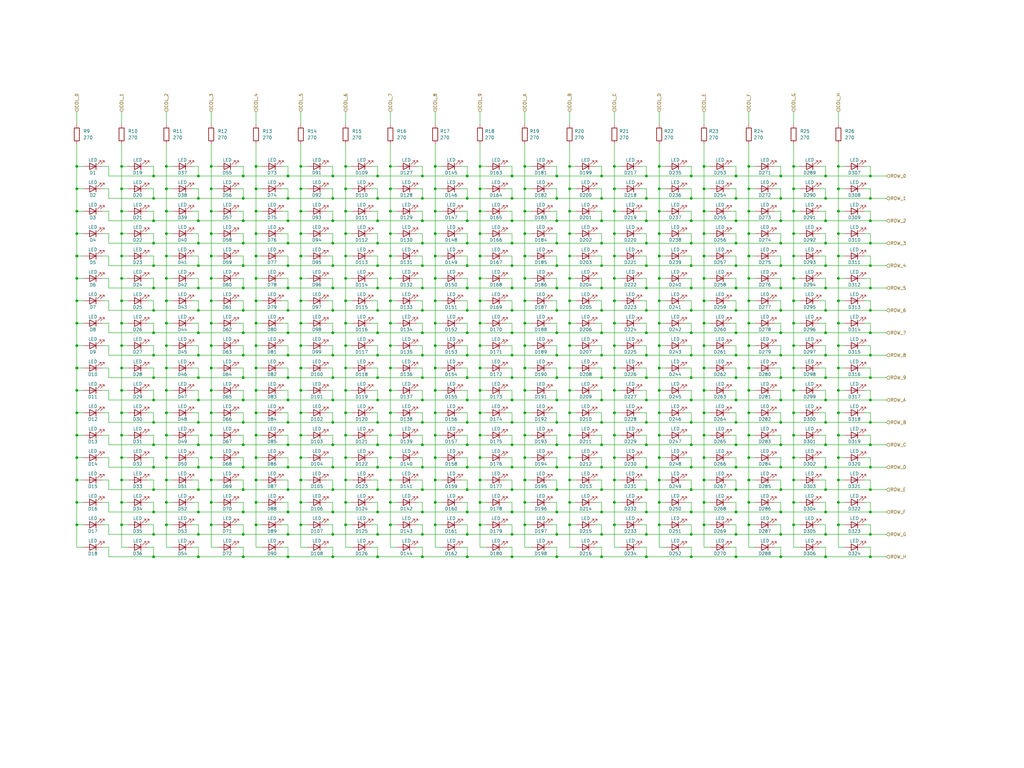
<source format=kicad_sch>
(kicad_sch (version 20250114) (generator "eeschema") (generator_version "9.0")
  (paper "User" 406.4 304.8)
  (junction (at 185.42 105.41))
  (junction (at 30.48 208.28))
  (junction (at 78.74 78.74))
  (junction (at 48.26 83.82))
  (junction (at 167.64 212.09))
  (junction (at 60.96 69.85))
  (junction (at 185.42 87.63))
  (junction (at 332.74 190.5))
  (junction (at 114.3 149.86))
  (junction (at 297.18 119.38))
  (junction (at 66.04 190.5))
  (junction (at 220.98 149.86))
  (junction (at 345.44 167.64))
  (junction (at 167.64 114.3))
  (junction (at 220.98 105.41))
  (junction (at 30.48 137.16))
  (junction (at 132.08 158.75))
  (junction (at 309.88 78.74))
  (junction (at 96.52 140.97))
  (junction (at 274.32 185.42))
  (junction (at 149.86 194.31))
  (junction (at 345.44 185.42))
  (junction (at 190.5 101.6))
  (junction (at 83.82 101.6))
  (junction (at 119.38 119.38))
  (junction (at 190.5 190.5))
  (junction (at 332.74 146.05))
  (junction (at 48.26 66.04))
  (junction (at 238.76 140.97))
  (junction (at 203.2 114.3))
  (junction (at 327.66 158.75))
  (junction (at 261.62 74.93))
  (junction (at 274.32 114.3))
  (junction (at 226.06 128.27))
  (junction (at 256.54 123.19))
  (junction (at 297.18 199.39))
  (junction (at 238.76 212.09))
  (junction (at 292.1 132.08))
  (junction (at 238.76 105.41))
  (junction (at 309.88 132.08))
  (junction (at 149.86 149.86))
  (junction (at 167.64 167.64))
  (junction (at 60.96 158.75))
  (junction (at 83.82 163.83))
  (junction (at 96.52 87.63))
  (junction (at 185.42 185.42))
  (junction (at 203.2 87.63))
  (junction (at 149.86 114.3))
  (junction (at 327.66 185.42))
  (junction (at 292.1 78.74))
  (junction (at 203.2 105.41))
  (junction (at 279.4 92.71))
  (junction (at 60.96 105.41))
  (junction (at 172.72 128.27))
  (junction (at 243.84 128.27))
  (junction (at 167.64 96.52))
  (junction (at 154.94 146.05))
  (junction (at 60.96 176.53))
  (junction (at 66.04 146.05))
  (junction (at 137.16 119.38))
  (junction (at 48.26 92.71))
  (junction (at 332.74 137.16))
  (junction (at 154.94 172.72))
  (junction (at 309.88 203.2))
  (junction (at 149.86 167.64))
  (junction (at 96.52 132.08))
  (junction (at 114.3 123.19))
  (junction (at 309.88 69.85))
  (junction (at 309.88 149.86))
  (junction (at 203.2 194.31))
  (junction (at 261.62 110.49))
  (junction (at 137.16 181.61))
  (junction (at 48.26 163.83))
  (junction (at 185.42 140.97))
  (junction (at 132.08 87.63))
  (junction (at 292.1 203.2))
  (junction (at 114.3 185.42))
  (junction (at 66.04 137.16))
  (junction (at 309.88 194.31))
  (junction (at 78.74 194.31))
  (junction (at 48.26 146.05))
  (junction (at 137.16 66.04))
  (junction (at 332.74 199.39))
  (junction (at 279.4 74.93))
  (junction (at 220.98 158.75))
  (junction (at 208.28 119.38))
  (junction (at 332.74 119.38))
  (junction (at 327.66 114.3))
  (junction (at 314.96 172.72))
  (junction (at 132.08 185.42))
  (junction (at 203.2 158.75))
  (junction (at 226.06 92.71))
  (junction (at 190.5 163.83))
  (junction (at 314.96 101.6))
  (junction (at 132.08 176.53))
  (junction (at 190.5 83.82))
  (junction (at 172.72 208.28))
  (junction (at 274.32 78.74))
  (junction (at 345.44 194.31))
  (junction (at 220.98 203.2))
  (junction (at 190.5 146.05))
  (junction (at 30.48 172.72))
  (junction (at 274.32 203.2))
  (junction (at 190.5 208.28))
  (junction (at 172.72 101.6))
  (junction (at 114.3 220.98))
  (junction (at 279.4 146.05))
  (junction (at 274.32 87.63))
  (junction (at 345.44 87.63))
  (junction (at 154.94 199.39))
  (junction (at 261.62 190.5))
  (junction (at 261.62 146.05))
  (junction (at 332.74 101.6))
  (junction (at 327.66 220.98))
  (junction (at 154.94 110.49))
  (junction (at 60.96 114.3))
  (junction (at 274.32 194.31))
  (junction (at 48.26 208.28))
  (junction (at 256.54 105.41))
  (junction (at 238.76 203.2))
  (junction (at 66.04 154.94))
  (junction (at 203.2 96.52))
  (junction (at 48.26 74.93))
  (junction (at 114.3 78.74))
  (junction (at 279.4 119.38))
  (junction (at 292.1 185.42))
  (junction (at 119.38 110.49))
  (junction (at 60.96 220.98))
  (junction (at 60.96 194.31))
  (junction (at 292.1 149.86))
  (junction (at 327.66 123.19))
  (junction (at 114.3 158.75))
  (junction (at 256.54 140.97))
  (junction (at 83.82 172.72))
  (junction (at 327.66 194.31))
  (junction (at 132.08 114.3))
  (junction (at 297.18 66.04))
  (junction (at 137.16 101.6))
  (junction (at 243.84 172.72))
  (junction (at 238.76 132.08))
  (junction (at 154.94 83.82))
  (junction (at 208.28 154.94))
  (junction (at 185.42 158.75))
  (junction (at 154.94 208.28))
  (junction (at 314.96 119.38))
  (junction (at 238.76 123.19))
  (junction (at 190.5 172.72))
  (junction (at 203.2 203.2))
  (junction (at 238.76 194.31))
  (junction (at 297.18 74.93))
  (junction (at 226.06 163.83))
  (junction (at 345.44 114.3))
  (junction (at 119.38 74.93))
  (junction (at 30.48 154.94))
  (junction (at 243.84 83.82))
  (junction (at 297.18 92.71))
  (junction (at 238.76 69.85))
  (junction (at 256.54 212.09))
  (junction (at 345.44 203.2))
  (junction (at 220.98 167.64))
  (junction (at 208.28 110.49))
  (junction (at 208.28 146.05))
  (junction (at 238.76 167.64))
  (junction (at 243.84 163.83))
  (junction (at 226.06 146.05))
  (junction (at 30.48 199.39))
  (junction (at 185.42 194.31))
  (junction (at 256.54 185.42))
  (junction (at 132.08 105.41))
  (junction (at 208.28 128.27))
  (junction (at 172.72 146.05))
  (junction (at 208.28 181.61))
  (junction (at 185.42 176.53))
  (junction (at 256.54 69.85))
  (junction (at 149.86 140.97))
  (junction (at 190.5 154.94))
  (junction (at 256.54 194.31))
  (junction (at 238.76 149.86))
  (junction (at 154.94 101.6))
  (junction (at 101.6 128.27))
  (junction (at 203.2 212.09))
  (junction (at 78.74 114.3))
  (junction (at 243.84 199.39))
  (junction (at 60.96 123.19))
  (junction (at 309.88 114.3))
  (junction (at 101.6 154.94))
  (junction (at 119.38 101.6))
  (junction (at 190.5 74.93))
  (junction (at 220.98 69.85))
  (junction (at 256.54 203.2))
  (junction (at 96.52 185.42))
  (junction (at 190.5 199.39))
  (junction (at 243.84 92.71))
  (junction (at 78.74 220.98))
  (junction (at 332.74 163.83))
  (junction (at 119.38 146.05))
  (junction (at 119.38 128.27))
  (junction (at 172.72 92.71))
  (junction (at 172.72 154.94))
  (junction (at 279.4 66.04))
  (junction (at 96.52 158.75))
  (junction (at 185.42 212.09))
  (junction (at 167.64 194.31))
  (junction (at 149.86 158.75))
  (junction (at 208.28 137.16))
  (junction (at 292.1 123.19))
  (junction (at 208.28 199.39))
  (junction (at 274.32 105.41))
  (junction (at 274.32 220.98))
  (junction (at 96.52 194.31))
  (junction (at 261.62 128.27))
  (junction (at 314.96 83.82))
  (junction (at 274.32 149.86))
  (junction (at 332.74 110.49))
  (junction (at 345.44 132.08))
  (junction (at 83.82 199.39))
  (junction (at 101.6 146.05))
  (junction (at 167.64 132.08))
  (junction (at 78.74 167.64))
  (junction (at 203.2 167.64))
  (junction (at 132.08 220.98))
  (junction (at 96.52 69.85))
  (junction (at 243.84 208.28))
  (junction (at 332.74 74.93))
  (junction (at 327.66 212.09))
  (junction (at 83.82 190.5))
  (junction (at 345.44 78.74))
  (junction (at 119.38 137.16))
  (junction (at 226.06 83.82))
  (junction (at 154.94 66.04))
  (junction (at 96.52 96.52))
  (junction (at 220.98 96.52))
  (junction (at 297.18 163.83))
  (junction (at 208.28 208.28))
  (junction (at 208.28 83.82))
  (junction (at 309.88 158.75))
  (junction (at 203.2 78.74))
  (junction (at 185.42 123.19))
  (junction (at 256.54 149.86))
  (junction (at 297.18 110.49))
  (junction (at 314.96 110.49))
  (junction (at 119.38 154.94))
  (junction (at 297.18 181.61))
  (junction (at 256.54 176.53))
  (junction (at 96.52 123.19))
  (junction (at 114.3 87.63))
  (junction (at 30.48 119.38))
  (junction (at 119.38 208.28))
  (junction (at 149.86 212.09))
  (junction (at 332.74 66.04))
  (junction (at 261.62 66.04))
  (junction (at 172.72 190.5))
  (junction (at 185.42 132.08))
  (junction (at 256.54 78.74))
  (junction (at 332.74 128.27))
  (junction (at 167.64 185.42))
  (junction (at 132.08 140.97))
  (junction (at 220.98 78.74))
  (junction (at 119.38 199.39))
  (junction (at 208.28 163.83))
  (junction (at 149.86 132.08))
  (junction (at 226.06 190.5))
  (junction (at 203.2 123.19))
  (junction (at 274.32 176.53))
  (junction (at 167.64 158.75))
  (junction (at 220.98 212.09))
  (junction (at 48.26 190.5))
  (junction (at 114.3 96.52))
  (junction (at 203.2 185.42))
  (junction (at 238.76 220.98))
  (junction (at 114.3 203.2))
  (junction (at 309.88 212.09))
  (junction (at 83.82 74.93))
  (junction (at 119.38 163.83))
  (junction (at 119.38 83.82))
  (junction (at 83.82 154.94))
  (junction (at 314.96 128.27))
  (junction (at 256.54 132.08))
  (junction (at 314.96 137.16))
  (junction (at 243.84 119.38))
  (junction (at 96.52 212.09))
  (junction (at 154.94 128.27))
  (junction (at 60.96 87.63))
  (junction (at 132.08 123.19))
  (junction (at 149.86 220.98))
  (junction (at 203.2 220.98))
  (junction (at 190.5 128.27))
  (junction (at 279.4 154.94))
  (junction (at 279.4 208.28))
  (junction (at 78.74 185.42))
  (junction (at 66.04 119.38))
  (junction (at 149.86 69.85))
  (junction (at 78.74 176.53))
  (junction (at 208.28 92.71))
  (junction (at 226.06 119.38))
  (junction (at 274.32 123.19))
  (junction (at 114.3 69.85))
  (junction (at 172.72 199.39))
  (junction (at 345.44 212.09))
  (junction (at 101.6 208.28))
  (junction (at 220.98 132.08))
  (junction (at 78.74 132.08))
  (junction (at 327.66 132.08))
  (junction (at 238.76 185.42))
  (junction (at 279.4 172.72))
  (junction (at 137.16 128.27))
  (junction (at 78.74 123.19))
  (junction (at 167.64 69.85))
  (junction (at 297.18 172.72))
  (junction (at 332.74 154.94))
  (junction (at 30.48 190.5))
  (junction (at 66.04 163.83))
  (junction (at 48.26 154.94))
  (junction (at 101.6 172.72))
  (junction (at 297.18 137.16))
  (junction (at 314.96 154.94))
  (junction (at 292.1 220.98))
  (junction (at 83.82 83.82))
  (junction (at 48.26 137.16))
  (junction (at 327.66 96.52))
  (junction (at 314.96 163.83))
  (junction (at 208.28 190.5))
  (junction (at 203.2 140.97))
  (junction (at 132.08 132.08))
  (junction (at 83.82 181.61))
  (junction (at 101.6 110.49))
  (junction (at 154.94 154.94))
  (junction (at 30.48 101.6))
  (junction (at 154.94 181.61))
  (junction (at 208.28 172.72))
  (junction (at 238.76 176.53))
  (junction (at 256.54 220.98))
  (junction (at 78.74 212.09))
  (junction (at 314.96 181.61))
  (junction (at 101.6 190.5))
  (junction (at 137.16 154.94))
  (junction (at 60.96 96.52))
  (junction (at 279.4 163.83))
  (junction (at 243.84 101.6))
  (junction (at 220.98 87.63))
  (junction (at 243.84 190.5))
  (junction (at 48.26 101.6))
  (junction (at 292.1 140.97))
  (junction (at 297.18 128.27))
  (junction (at 167.64 149.86))
  (junction (at 327.66 87.63))
  (junction (at 185.42 78.74))
  (junction (at 149.86 176.53))
  (junction (at 167.64 203.2))
  (junction (at 119.38 92.71))
  (junction (at 314.96 92.71))
  (junction (at 332.74 208.28))
  (junction (at 274.32 140.97))
  (junction (at 172.72 110.49))
  (junction (at 137.16 110.49))
  (junction (at 327.66 203.2))
  (junction (at 226.06 172.72))
  (junction (at 66.04 74.93))
  (junction (at 274.32 69.85))
  (junction (at 132.08 78.74))
  (junction (at 309.88 167.64))
  (junction (at 261.62 163.83))
  (junction (at 172.72 74.93))
  (junction (at 132.08 203.2))
  (junction (at 78.74 149.86))
  (junction (at 137.16 146.05))
  (junction (at 309.88 96.52))
  (junction (at 190.5 137.16))
  (junction (at 154.94 163.83))
  (junction (at 292.1 194.31))
  (junction (at 30.48 92.71))
  (junction (at 101.6 119.38))
  (junction (at 149.86 123.19))
  (junction (at 238.76 114.3))
  (junction (at 66.04 199.39))
  (junction (at 226.06 199.39))
  (junction (at 60.96 78.74))
  (junction (at 314.96 190.5))
  (junction (at 261.62 199.39))
  (junction (at 279.4 101.6))
  (junction (at 137.16 92.71))
  (junction (at 226.06 110.49))
  (junction (at 261.62 181.61))
  (junction (at 238.76 158.75))
  (junction (at 149.86 96.52))
  (junction (at 154.94 92.71))
  (junction (at 243.84 154.94))
  (junction (at 309.88 123.19))
  (junction (at 327.66 140.97))
  (junction (at 185.42 167.64))
  (junction (at 114.3 176.53))
  (junction (at 132.08 96.52))
  (junction (at 60.96 203.2))
  (junction (at 203.2 132.08))
  (junction (at 297.18 146.05))
  (junction (at 137.16 208.28))
  (junction (at 83.82 92.71))
  (junction (at 292.1 114.3))
  (junction (at 114.3 212.09))
  (junction (at 292.1 69.85))
  (junction (at 274.32 158.75))
  (junction (at 101.6 92.71))
  (junction (at 220.98 123.19))
  (junction (at 119.38 190.5))
  (junction (at 203.2 69.85))
  (junction (at 297.18 83.82))
  (junction (at 167.64 78.74))
  (junction (at 226.06 74.93))
  (junction (at 119.38 172.72))
  (junction (at 119.38 181.61))
  (junction (at 78.74 140.97))
  (junction (at 274.32 212.09))
  (junction (at 345.44 140.97))
  (junction (at 66.04 66.04))
  (junction (at 327.66 69.85))
  (junction (at 274.32 167.64))
  (junction (at 167.64 87.63))
  (junction (at 314.96 66.04))
  (junction (at 238.76 87.63))
  (junction (at 279.4 181.61))
  (junction (at 96.52 167.64))
  (junction (at 30.48 163.83))
  (junction (at 149.86 185.42))
  (junction (at 292.1 176.53))
  (junction (at 172.72 181.61))
  (junction (at 345.44 123.19))
  (junction (at 309.88 176.53))
  (junction (at 101.6 163.83))
  (junction (at 96.52 114.3))
  (junction (at 345.44 158.75))
  (junction (at 314.96 146.05))
  (junction (at 114.3 140.97))
  (junction (at 297.18 154.94))
  (junction (at 190.5 92.71))
  (junction (at 345.44 149.86))
  (junction (at 78.74 87.63))
  (junction (at 137.16 190.5))
  (junction (at 309.88 105.41))
  (junction (at 185.42 69.85))
  (junction (at 66.04 172.72))
  (junction (at 101.6 181.61))
  (junction (at 274.32 132.08))
  (junction (at 292.1 87.63))
  (junction (at 101.6 66.04))
  (junction (at 297.18 208.28))
  (junction (at 96.52 203.2))
  (junction (at 226.06 66.04))
  (junction (at 279.4 128.27))
  (junction (at 190.5 181.61))
  (junction (at 208.28 66.04))
  (junction (at 226.06 137.16))
  (junction (at 274.32 96.52))
  (junction (at 279.4 190.5))
  (junction (at 261.62 119.38))
  (junction (at 30.48 83.82))
  (junction (at 30.48 110.49))
  (junction (at 261.62 154.94))
  (junction (at 279.4 137.16))
  (junction (at 96.52 176.53))
  (junction (at 114.3 105.41))
  (junction (at 114.3 114.3))
  (junction (at 149.86 105.41))
  (junction (at 66.04 110.49))
  (junction (at 48.26 172.72))
  (junction (at 83.82 66.04))
  (junction (at 208.28 101.6))
  (junction (at 30.48 66.04))
  (junction (at 256.54 158.75))
  (junction (at 101.6 101.6))
  (junction (at 243.84 137.16))
  (junction (at 30.48 181.61))
  (junction (at 101.6 74.93))
  (junction (at 243.84 74.93))
  (junction (at 172.72 83.82))
  (junction (at 137.16 163.83))
  (junction (at 167.64 123.19))
  (junction (at 167.64 140.97))
  (junction (at 101.6 83.82))
  (junction (at 297.18 101.6))
  (junction (at 226.06 181.61))
  (junction (at 154.94 190.5))
  (junction (at 327.66 149.86))
  (junction (at 48.26 181.61))
  (junction (at 185.42 220.98))
  (junction (at 292.1 96.52))
  (junction (at 190.5 66.04))
  (junction (at 114.3 194.31))
  (junction (at 137.16 199.39))
  (junction (at 345.44 105.41))
  (junction (at 345.44 176.53))
  (junction (at 309.88 185.42))
  (junction (at 66.04 92.71))
  (junction (at 220.98 114.3))
  (junction (at 119.38 66.04))
  (junction (at 345.44 96.52))
  (junction (at 114.3 167.64))
  (junction (at 66.04 83.82))
  (junction (at 78.74 69.85))
  (junction (at 83.82 146.05))
  (junction (at 167.64 105.41))
  (junction (at 132.08 194.31))
  (junction (at 292.1 167.64))
  (junction (at 66.04 128.27))
  (junction (at 292.1 105.41))
  (junction (at 137.16 137.16))
  (junction (at 185.42 114.3))
  (junction (at 66.04 181.61))
  (junction (at 203.2 176.53))
  (junction (at 208.28 74.93))
  (junction (at 78.74 158.75))
  (junction (at 172.72 137.16))
  (junction (at 172.72 119.38))
  (junction (at 137.16 74.93))
  (junction (at 167.64 220.98))
  (junction (at 137.16 172.72))
  (junction (at 226.06 101.6))
  (junction (at 327.66 176.53))
  (junction (at 154.94 137.16))
  (junction (at 60.96 149.86))
  (junction (at 172.72 163.83))
  (junction (at 309.88 87.63))
  (junction (at 154.94 119.38))
  (junction (at 332.74 83.82))
  (junction (at 132.08 212.09))
  (junction (at 78.74 105.41))
  (junction (at 172.72 172.72))
  (junction (at 96.52 149.86))
  (junction (at 292.1 158.75))
  (junction (at 132.08 167.64))
  (junction (at 243.84 110.49))
  (junction (at 30.48 74.93))
  (junction (at 30.48 128.27))
  (junction (at 132.08 149.86))
  (junction (at 83.82 119.38))
  (junction (at 261.62 92.71))
  (junction (at 78.74 96.52))
  (junction (at 185.42 149.86))
  (junction (at 66.04 101.6))
  (junction (at 114.3 132.08))
  (junction (at 203.2 149.86))
  (junction (at 220.98 194.31))
  (junction (at 78.74 203.2))
  (junction (at 261.62 101.6))
  (junction (at 190.5 119.38))
  (junction (at 137.16 83.82))
  (junction (at 66.04 208.28))
  (junction (at 256.54 167.64))
  (junction (at 96.52 105.41))
  (junction (at 243.84 146.05))
  (junction (at 60.96 185.42))
  (junction (at 238.76 78.74))
  (junction (at 96.52 78.74))
  (junction (at 256.54 87.63))
  (junction (at 149.86 78.74))
  (junction (at 185.42 203.2))
  (junction (at 332.74 172.72))
  (junction (at 279.4 110.49))
  (junction (at 220.98 185.42))
  (junction (at 154.94 74.93))
  (junction (at 167.64 176.53))
  (junction (at 60.96 140.97))
  (junction (at 261.62 83.82))
  (junction (at 101.6 199.39))
  (junction (at 332.74 92.71))
  (junction (at 314.96 208.28))
  (junction (at 149.86 87.63))
  (junction (at 314.96 74.93))
  (junction (at 327.66 105.41))
  (junction (at 332.74 181.61))
  (junction (at 261.62 137.16))
  (junction (at 60.96 212.09))
  (junction (at 185.42 96.52))
  (junction (at 292.1 212.09))
  (junction (at 83.82 208.28))
  (junction (at 261.62 208.28))
  (junction (at 243.84 181.61))
  (junction (at 220.98 220.98))
  (junction (at 30.48 146.05))
  (junction (at 309.88 220.98))
  (junction (at 96.52 220.98))
  (junction (at 149.86 203.2))
  (junction (at 220.98 176.53))
  (junction (at 327.66 167.64))
  (junction (at 345.44 220.98))
  (junction (at 238.76 96.52))
  (junction (at 226.06 154.94))
  (junction (at 83.82 110.49))
  (junction (at 314.96 199.39))
  (junction (at 261.62 172.72))
  (junction (at 60.96 167.64))
  (junction (at 309.88 140.97))
  (junction (at 48.26 110.49))
  (junction (at 48.26 128.27))
  (junction (at 132.08 69.85))
  (junction (at 101.6 137.16))
  (junction (at 220.98 140.97))
  (junction (at 83.82 128.27))
  (junction (at 279.4 199.39))
  (junction (at 279.4 83.82))
  (junction (at 48.26 119.38))
  (junction (at 48.26 199.39))
  (junction (at 60.96 132.08))
  (junction (at 226.06 208.28))
  (junction (at 297.18 190.5))
  (junction (at 256.54 96.52))
  (junction (at 327.66 78.74))
  (junction (at 345.44 69.85))
  (junction (at 83.82 137.16))
  (junction (at 172.72 66.04))
  (junction (at 256.54 114.3))
  (junction (at 190.5 110.49))
  (junction (at 243.84 66.04))
  (wire (pts (xy 208.28 190.5) (xy 208.28 199.39)))
  (wire (pts (xy 185.42 163.83) (xy 185.42 167.64)))
  (wire (pts (xy 228.6 199.39) (xy 226.06 199.39)))
  (wire (pts (xy 149.86 128.27) (xy 149.86 132.08)))
  (wire (pts (xy 203.2 176.53) (xy 220.98 176.53)))
  (wire (pts (xy 43.18 149.86) (xy 60.96 149.86)))
  (wire (pts (xy 96.52 110.49) (xy 93.98 110.49)))
  (wire (pts (xy 104.14 146.05) (xy 101.6 146.05)))
  (wire (pts (xy 203.2 149.86) (xy 220.98 149.86)))
  (wire (pts (xy 292.1 208.28) (xy 289.56 208.28)))
  (wire (pts (xy 327.66 128.27) (xy 325.12 128.27)))
  (wire (pts (xy 48.26 154.94) (xy 48.26 163.83)))
  (wire (pts (xy 332.74 146.05) (xy 332.74 154.94)))
  (wire (pts (xy 274.32 212.09) (xy 292.1 212.09)))
  (wire (pts (xy 220.98 101.6) (xy 218.44 101.6)))
  (wire (pts (xy 274.32 194.31) (xy 292.1 194.31)))
  (wire (pts (xy 86.36 154.94) (xy 83.82 154.94)))
  (wire (pts (xy 96.52 128.27) (xy 96.52 132.08)))
  (wire (pts (xy 114.3 128.27) (xy 111.76 128.27)))
  (wire (pts (xy 172.72 92.71) (xy 172.72 101.6)))
  (wire (pts (xy 96.52 167.64) (xy 114.3 167.64)))
  (wire (pts (xy 228.6 92.71) (xy 226.06 92.71)))
  (wire (pts (xy 274.32 208.28) (xy 274.32 212.09)))
  (wire (pts (xy 78.74 220.98) (xy 96.52 220.98)))
  (wire (pts (xy 210.82 128.27) (xy 208.28 128.27)))
  (wire (pts (xy 256.54 96.52) (xy 274.32 96.52)))
  (wire (pts (xy 149.86 83.82) (xy 149.86 87.63)))
  (wire (pts (xy 96.52 154.94) (xy 93.98 154.94)))
  (wire (pts (xy 66.04 172.72) (xy 66.04 181.61)))
  (wire (pts (xy 345.44 69.85) (xy 351.79 69.85)))
  (wire (pts (xy 203.2 96.52) (xy 220.98 96.52)))
  (wire (pts (xy 309.88 163.83) (xy 307.34 163.83)))
  (wire (pts (xy 33.02 119.38) (xy 30.48 119.38)))
  (wire (pts (xy 203.2 199.39) (xy 200.66 199.39)))
  (wire (pts (xy 345.44 140.97) (xy 351.79 140.97)))
  (wire (pts (xy 292.1 101.6) (xy 292.1 105.41)))
  (wire (pts (xy 264.16 137.16) (xy 261.62 137.16)))
  (wire (pts (xy 132.08 92.71) (xy 132.08 96.52)))
  (wire (pts (xy 78.74 74.93) (xy 78.74 78.74)))
  (wire (pts (xy 238.76 185.42) (xy 256.54 185.42)))
  (wire (pts (xy 220.98 172.72) (xy 218.44 172.72)))
  (wire (pts (xy 167.64 137.16) (xy 165.1 137.16)))
  (wire (pts (xy 274.32 217.17) (xy 271.78 217.17)))
  (wire (pts (xy 226.06 190.5) (xy 226.06 199.39)))
  (wire (pts (xy 243.84 92.71) (xy 243.84 101.6)))
  (wire (pts (xy 317.5 66.04) (xy 314.96 66.04)))
  (wire (pts (xy 149.86 208.28) (xy 147.32 208.28)))
  (wire (pts (xy 175.26 110.49) (xy 172.72 110.49)))
  (wire (pts (xy 274.32 181.61) (xy 271.78 181.61)))
  (wire (pts (xy 185.42 181.61) (xy 182.88 181.61)))
  (wire (pts (xy 60.96 220.98) (xy 78.74 220.98)))
  (wire (pts (xy 220.98 190.5) (xy 218.44 190.5)))
  (wire (pts (xy 137.16 44.45) (xy 137.16 49.53)))
  (wire (pts (xy 203.2 78.74) (xy 220.98 78.74)))
  (wire (pts (xy 30.48 57.15) (xy 30.48 66.04)))
  (wire (pts (xy 137.16 154.94) (xy 137.16 163.83)))
  (wire (pts (xy 185.42 105.41) (xy 203.2 105.41)))
  (wire (pts (xy 238.76 74.93) (xy 238.76 78.74)))
  (wire (pts (xy 60.96 69.85) (xy 78.74 69.85)))
  (wire (pts (xy 345.44 128.27) (xy 345.44 132.08)))
  (wire (pts (xy 292.1 172.72) (xy 292.1 176.53)))
  (wire (pts (xy 220.98 190.5) (xy 220.98 194.31)))
  (wire (pts (xy 228.6 128.27) (xy 226.06 128.27)))
  (wire (pts (xy 167.64 69.85) (xy 185.42 69.85)))
  (wire (pts (xy 101.6 128.27) (xy 101.6 137.16)))
  (wire (pts (xy 50.8 92.71) (xy 48.26 92.71)))
  (wire (pts (xy 238.76 149.86) (xy 256.54 149.86)))
  (wire (pts (xy 327.66 137.16) (xy 327.66 140.97)))
  (wire (pts (xy 83.82 190.5) (xy 83.82 199.39)))
  (wire (pts (xy 96.52 69.85) (xy 114.3 69.85)))
  (wire (pts (xy 96.52 163.83) (xy 96.52 167.64)))
  (wire (pts (xy 121.92 119.38) (xy 119.38 119.38)))
  (wire (pts (xy 246.38 217.17) (xy 243.84 217.17)))
  (wire (pts (xy 292.1 96.52) (xy 309.88 96.52)))
  (wire (pts (xy 50.8 128.27) (xy 48.26 128.27)))
  (wire (pts (xy 274.32 66.04) (xy 271.78 66.04)))
  (wire (pts (xy 281.94 181.61) (xy 279.4 181.61)))
  (wire (pts (xy 121.92 146.05) (xy 119.38 146.05)))
  (wire (pts (xy 96.52 217.17) (xy 93.98 217.17)))
  (wire (pts (xy 309.88 181.61) (xy 309.88 185.42)))
  (wire (pts (xy 220.98 176.53) (xy 238.76 176.53)))
  (wire (pts (xy 297.18 199.39) (xy 297.18 208.28)))
  (wire (pts (xy 238.76 199.39) (xy 236.22 199.39)))
  (wire (pts (xy 292.1 185.42) (xy 309.88 185.42)))
  (wire (pts (xy 243.84 190.5) (xy 243.84 199.39)))
  (wire (pts (xy 256.54 66.04) (xy 254 66.04)))
  (wire (pts (xy 60.96 110.49) (xy 60.96 114.3)))
  (wire (pts (xy 60.96 132.08) (xy 78.74 132.08)))
  (wire (pts (xy 78.74 83.82) (xy 76.2 83.82)))
  (wire (pts (xy 279.4 181.61) (xy 279.4 190.5)))
  (wire (pts (xy 327.66 119.38) (xy 327.66 123.19)))
  (wire (pts (xy 43.18 176.53) (xy 60.96 176.53)))
  (wire (pts (xy 78.74 66.04) (xy 78.74 69.85)))
  (wire (pts (xy 203.2 66.04) (xy 203.2 69.85)))
  (wire (pts (xy 292.1 217.17) (xy 289.56 217.17)))
  (wire (pts (xy 167.64 220.98) (xy 185.42 220.98)))
  (wire (pts (xy 243.84 199.39) (xy 243.84 208.28)))
  (wire (pts (xy 101.6 83.82) (xy 101.6 92.71)))
  (wire (pts (xy 281.94 199.39) (xy 279.4 199.39)))
  (wire (pts (xy 114.3 78.74) (xy 132.08 78.74)))
  (wire (pts (xy 220.98 137.16) (xy 220.98 140.97)))
  (wire (pts (xy 309.88 110.49) (xy 307.34 110.49)))
  (wire (pts (xy 345.44 208.28) (xy 342.9 208.28)))
  (wire (pts (xy 238.76 132.08) (xy 256.54 132.08)))
  (wire (pts (xy 226.06 181.61) (xy 226.06 190.5)))
  (wire (pts (xy 132.08 66.04) (xy 132.08 69.85)))
  (wire (pts (xy 167.64 208.28) (xy 167.64 212.09)))
  (wire (pts (xy 119.38 181.61) (xy 119.38 190.5)))
  (wire (pts (xy 327.66 217.17) (xy 327.66 220.98)))
  (wire (pts (xy 297.18 172.72) (xy 297.18 181.61)))
  (wire (pts (xy 238.76 83.82) (xy 238.76 87.63)))
  (wire (pts (xy 60.96 92.71) (xy 58.42 92.71)))
  (wire (pts (xy 119.38 92.71) (xy 119.38 101.6)))
  (wire (pts (xy 149.86 185.42) (xy 167.64 185.42)))
  (wire (pts (xy 114.3 101.6) (xy 111.76 101.6)))
  (wire (pts (xy 327.66 74.93) (xy 327.66 78.74)))
  (wire (pts (xy 203.2 154.94) (xy 203.2 158.75)))
  (wire (pts (xy 256.54 137.16) (xy 256.54 140.97)))
  (wire (pts (xy 292.1 146.05) (xy 292.1 149.86)))
  (wire (pts (xy 238.76 128.27) (xy 238.76 132.08)))
  (wire (pts (xy 114.3 132.08) (xy 132.08 132.08)))
  (wire (pts (xy 167.64 163.83) (xy 167.64 167.64)))
  (wire (pts (xy 33.02 137.16) (xy 30.48 137.16)))
  (wire (pts (xy 299.72 110.49) (xy 297.18 110.49)))
  (wire (pts (xy 190.5 154.94) (xy 190.5 163.83)))
  (wire (pts (xy 332.74 128.27) (xy 332.74 137.16)))
  (wire (pts (xy 96.52 185.42) (xy 114.3 185.42)))
  (wire (pts (xy 297.18 128.27) (xy 297.18 137.16)))
  (wire (pts (xy 345.44 220.98) (xy 351.79 220.98)))
  (wire (pts (xy 309.88 167.64) (xy 327.66 167.64)))
  (wire (pts (xy 327.66 190.5) (xy 327.66 194.31)))
  (wire (pts (xy 60.96 119.38) (xy 60.96 123.19)))
  (wire (pts (xy 132.08 217.17) (xy 132.08 220.98)))
  (wire (pts (xy 256.54 87.63) (xy 274.32 87.63)))
  (wire (pts (xy 96.52 119.38) (xy 96.52 123.19)))
  (wire (pts (xy 149.86 181.61) (xy 147.32 181.61)))
  (wire (pts (xy 78.74 185.42) (xy 96.52 185.42)))
  (wire (pts (xy 114.3 66.04) (xy 111.76 66.04)))
  (wire (pts (xy 68.58 154.94) (xy 66.04 154.94)))
  (wire (pts (xy 193.04 74.93) (xy 190.5 74.93)))
  (wire (pts (xy 203.2 217.17) (xy 203.2 220.98)))
  (wire (pts (xy 299.72 101.6) (xy 297.18 101.6)))
  (wire (pts (xy 335.28 163.83) (xy 332.74 163.83)))
  (wire (pts (xy 292.1 92.71) (xy 292.1 96.52)))
  (wire (pts (xy 274.32 83.82) (xy 271.78 83.82)))
  (wire (pts (xy 43.18 146.05) (xy 40.64 146.05)))
  (wire (pts (xy 139.7 119.38) (xy 137.16 119.38)))
  (wire (pts (xy 154.94 208.28) (xy 154.94 217.17)))
  (wire (pts (xy 345.44 74.93) (xy 342.9 74.93)))
  (wire (pts (xy 157.48 217.17) (xy 154.94 217.17)))
  (wire (pts (xy 309.88 69.85) (xy 327.66 69.85)))
  (wire (pts (xy 256.54 181.61) (xy 254 181.61)))
  (wire (pts (xy 121.92 74.93) (xy 119.38 74.93)))
  (wire (pts (xy 86.36 181.61) (xy 83.82 181.61)))
  (wire (pts (xy 119.38 101.6) (xy 119.38 110.49)))
  (wire (pts (xy 256.54 119.38) (xy 254 119.38)))
  (wire (pts (xy 172.72 83.82) (xy 172.72 92.71)))
  (wire (pts (xy 226.06 57.15) (xy 226.06 66.04)))
  (wire (pts (xy 114.3 83.82) (xy 114.3 87.63)))
  (wire (pts (xy 96.52 74.93) (xy 93.98 74.93)))
  (wire (pts (xy 167.64 87.63) (xy 185.42 87.63)))
  (wire (pts (xy 78.74 140.97) (xy 96.52 140.97)))
  (wire (pts (xy 292.1 190.5) (xy 289.56 190.5)))
  (wire (pts (xy 220.98 217.17) (xy 218.44 217.17)))
  (wire (pts (xy 292.1 220.98) (xy 309.88 220.98)))
  (wire (pts (xy 78.74 132.08) (xy 96.52 132.08)))
  (wire (pts (xy 68.58 172.72) (xy 66.04 172.72)))
  (wire (pts (xy 274.32 217.17) (xy 274.32 220.98)))
  (wire (pts (xy 256.54 217.17) (xy 254 217.17)))
  (wire (pts (xy 238.76 83.82) (xy 236.22 83.82)))
  (wire (pts (xy 185.42 140.97) (xy 203.2 140.97)))
  (wire (pts (xy 190.5 83.82) (xy 190.5 92.71)))
  (wire (pts (xy 190.5 66.04) (xy 190.5 74.93)))
  (wire (pts (xy 101.6 92.71) (xy 101.6 101.6)))
  (wire (pts (xy 292.1 110.49) (xy 292.1 114.3)))
  (wire (pts (xy 226.06 137.16) (xy 226.06 146.05)))
  (wire (pts (xy 314.96 181.61) (xy 314.96 190.5)))
  (wire (pts (xy 292.1 123.19) (xy 309.88 123.19)))
  (wire (pts (xy 86.36 74.93) (xy 83.82 74.93)))
  (wire (pts (xy 50.8 119.38) (xy 48.26 119.38)))
  (wire (pts (xy 274.32 163.83) (xy 274.32 167.64)))
  (wire (pts (xy 317.5 208.28) (xy 314.96 208.28)))
  (wire (pts (xy 264.16 146.05) (xy 261.62 146.05)))
  (wire (pts (xy 60.96 137.16) (xy 60.96 140.97)))
  (wire (pts (xy 327.66 194.31) (xy 345.44 194.31)))
  (wire (pts (xy 246.38 181.61) (xy 243.84 181.61)))
  (wire (pts (xy 238.76 217.17) (xy 238.76 220.98)))
  (wire (pts (xy 185.42 176.53) (xy 203.2 176.53)))
  (wire (pts (xy 190.5 119.38) (xy 190.5 128.27)))
  (wire (pts (xy 149.86 92.71) (xy 149.86 96.52)))
  (wire (pts (xy 132.08 101.6) (xy 129.54 101.6)))
  (wire (pts (xy 193.04 66.04) (xy 190.5 66.04)))
  (wire (pts (xy 208.28 110.49) (xy 208.28 119.38)))
  (wire (pts (xy 50.8 172.72) (xy 48.26 172.72)))
  (wire (pts (xy 175.26 137.16) (xy 172.72 137.16)))
  (wire (pts (xy 175.26 128.27) (xy 172.72 128.27)))
  (wire (pts (xy 48.26 190.5) (xy 48.26 199.39)))
  (wire (pts (xy 279.4 66.04) (xy 279.4 74.93)))
  (wire (pts (xy 238.76 123.19) (xy 256.54 123.19)))
  (wire (pts (xy 292.1 181.61) (xy 289.56 181.61)))
  (wire (pts (xy 149.86 181.61) (xy 149.86 185.42)))
  (wire (pts (xy 256.54 83.82) (xy 256.54 87.63)))
  (wire (pts (xy 172.72 101.6) (xy 172.72 110.49)))
  (wire (pts (xy 279.4 199.39) (xy 279.4 208.28)))
  (wire (pts (xy 314.96 101.6) (xy 314.96 110.49)))
  (wire (pts (xy 203.2 132.08) (xy 220.98 132.08)))
  (wire (pts (xy 167.64 110.49) (xy 165.1 110.49)))
  (wire (pts (xy 185.42 199.39) (xy 185.42 203.2)))
  (wire (pts (xy 238.76 92.71) (xy 236.22 92.71)))
  (wire (pts (xy 274.32 146.05) (xy 274.32 149.86)))
  (wire (pts (xy 167.64 74.93) (xy 167.64 78.74)))
  (wire (pts (xy 274.32 132.08) (xy 292.1 132.08)))
  (wire (pts (xy 185.42 212.09) (xy 203.2 212.09)))
  (wire (pts (xy 175.26 217.17) (xy 172.72 217.17)))
  (wire (pts (xy 256.54 137.16) (xy 254 137.16)))
  (wire (pts (xy 327.66 149.86) (xy 345.44 149.86)))
  (wire (pts (xy 220.98 110.49) (xy 220.98 114.3)))
  (wire (pts (xy 256.54 119.38) (xy 256.54 123.19)))
  (wire (pts (xy 345.44 154.94) (xy 342.9 154.94)))
  (wire (pts (xy 314.96 172.72) (xy 314.96 181.61)))
  (wire (pts (xy 220.98 74.93) (xy 220.98 78.74)))
  (wire (pts (xy 33.02 110.49) (xy 30.48 110.49)))
  (wire (pts (xy 167.64 190.5) (xy 167.64 194.31)))
  (wire (pts (xy 96.52 208.28) (xy 96.52 212.09)))
  (wire (pts (xy 132.08 69.85) (xy 149.86 69.85)))
  (wire (pts (xy 238.76 74.93) (xy 236.22 74.93)))
  (wire (pts (xy 30.48 110.49) (xy 30.48 119.38)))
  (wire (pts (xy 203.2 123.19) (xy 220.98 123.19)))
  (wire (pts (xy 332.74 57.15) (xy 332.74 66.04)))
  (wire (pts (xy 309.88 132.08) (xy 327.66 132.08)))
  (wire (pts (xy 50.8 101.6) (xy 48.26 101.6)))
  (wire (pts (xy 220.98 83.82) (xy 218.44 83.82)))
  (wire (pts (xy 190.5 110.49) (xy 190.5 119.38)))
  (wire (pts (xy 149.86 172.72) (xy 147.32 172.72)))
  (wire (pts (xy 208.28 101.6) (xy 208.28 110.49)))
  (wire (pts (xy 274.32 110.49) (xy 274.32 114.3)))
  (wire (pts (xy 238.76 146.05) (xy 236.22 146.05)))
  (wire (pts (xy 274.32 154.94) (xy 271.78 154.94)))
  (wire (pts (xy 132.08 220.98) (xy 149.86 220.98)))
  (wire (pts (xy 309.88 190.5) (xy 307.34 190.5)))
  (wire (pts (xy 256.54 181.61) (xy 256.54 185.42)))
  (wire (pts (xy 299.72 119.38) (xy 297.18 119.38)))
  (wire (pts (xy 48.26 74.93) (xy 48.26 83.82)))
  (wire (pts (xy 132.08 110.49) (xy 129.54 110.49)))
  (wire (pts (xy 114.3 101.6) (xy 114.3 105.41)))
  (wire (pts (xy 48.26 208.28) (xy 50.8 208.28)))
  (wire (pts (xy 60.96 208.28) (xy 58.42 208.28)))
  (wire (pts (xy 149.86 220.98) (xy 167.64 220.98)))
  (wire (pts (xy 345.44 217.17) (xy 342.9 217.17)))
  (wire (pts (xy 172.72 146.05) (xy 172.72 154.94)))
  (wire (pts (xy 335.28 217.17) (xy 332.74 217.17)))
  (wire (pts (xy 243.84 163.83) (xy 243.84 172.72)))
  (wire (pts (xy 33.02 154.94) (xy 30.48 154.94)))
  (wire (pts (xy 210.82 172.72) (xy 208.28 172.72)))
  (wire (pts (xy 210.82 190.5) (xy 208.28 190.5)))
  (wire (pts (xy 185.42 149.86) (xy 203.2 149.86)))
  (wire (pts (xy 238.76 119.38) (xy 236.22 119.38)))
  (wire (pts (xy 30.48 92.71) (xy 30.48 101.6)))
  (wire (pts (xy 96.52 83.82) (xy 96.52 87.63)))
  (wire (pts (xy 167.64 128.27) (xy 165.1 128.27)))
  (wire (pts (xy 167.64 149.86) (xy 185.42 149.86)))
  (wire (pts (xy 78.74 212.09) (xy 96.52 212.09)))
  (wire (pts (xy 132.08 66.04) (xy 129.54 66.04)))
  (wire (pts (xy 327.66 163.83) (xy 327.66 167.64)))
  (wire (pts (xy 309.88 217.17) (xy 309.88 220.98)))
  (wire (pts (xy 210.82 154.94) (xy 208.28 154.94)))
  (wire (pts (xy 132.08 163.83) (xy 129.54 163.83)))
  (wire (pts (xy 43.18 132.08) (xy 60.96 132.08)))
  (wire (pts (xy 317.5 190.5) (xy 314.96 190.5)))
  (wire (pts (xy 114.3 199.39) (xy 114.3 203.2)))
  (wire (pts (xy 203.2 83.82) (xy 200.66 83.82)))
  (wire (pts (xy 43.18 217.17) (xy 40.64 217.17)))
  (wire (pts (xy 327.66 69.85) (xy 345.44 69.85)))
  (wire (pts (xy 149.86 194.31) (xy 167.64 194.31)))
  (wire (pts (xy 60.96 105.41) (xy 78.74 105.41)))
  (wire (pts (xy 114.3 172.72) (xy 111.76 172.72)))
  (wire (pts (xy 345.44 114.3) (xy 351.79 114.3)))
  (wire (pts (xy 60.96 101.6) (xy 60.96 105.41)))
  (wire (pts (xy 220.98 66.04) (xy 220.98 69.85)))
  (wire (pts (xy 256.54 110.49) (xy 256.54 114.3)))
  (wire (pts (xy 274.32 137.16) (xy 274.32 140.97)))
  (wire (pts (xy 274.32 92.71) (xy 271.78 92.71)))
  (wire (pts (xy 43.18 101.6) (xy 43.18 105.41)))
  (wire (pts (xy 101.6 137.16) (xy 101.6 146.05)))
  (wire (pts (xy 167.64 172.72) (xy 165.1 172.72)))
  (wire (pts (xy 264.16 66.04) (xy 261.62 66.04)))
  (wire (pts (xy 345.44 92.71) (xy 345.44 96.52)))
  (wire (pts (xy 210.82 66.04) (xy 208.28 66.04)))
  (wire (pts (xy 345.44 110.49) (xy 345.44 114.3)))
  (wire (pts (xy 238.76 212.09) (xy 256.54 212.09)))
  (wire (pts (xy 261.62 83.82) (xy 261.62 92.71)))
  (wire (pts (xy 335.28 190.5) (xy 332.74 190.5)))
  (wire (pts (xy 172.72 190.5) (xy 172.72 199.39)))
  (wire (pts (xy 246.38 146.05) (xy 243.84 146.05)))
  (wire (pts (xy 78.74 119.38) (xy 76.2 119.38)))
  (wire (pts (xy 299.72 128.27) (xy 297.18 128.27)))
  (wire (pts (xy 261.62 119.38) (xy 261.62 128.27)))
  (wire (pts (xy 327.66 110.49) (xy 325.12 110.49)))
  (wire (pts (xy 121.92 199.39) (xy 119.38 199.39)))
  (wire (pts (xy 68.58 83.82) (xy 66.04 83.82)))
  (wire (pts (xy 83.82 172.72) (xy 83.82 181.61)))
  (wire (pts (xy 256.54 158.75) (xy 274.32 158.75)))
  (wire (pts (xy 48.26 110.49) (xy 48.26 119.38)))
  (wire (pts (xy 139.7 110.49) (xy 137.16 110.49)))
  (wire (pts (xy 238.76 78.74) (xy 256.54 78.74)))
  (wire (pts (xy 154.94 92.71) (xy 154.94 101.6)))
  (wire (pts (xy 96.52 199.39) (xy 96.52 203.2)))
  (wire (pts (xy 327.66 101.6) (xy 325.12 101.6)))
  (wire (pts (xy 299.72 74.93) (xy 297.18 74.93)))
  (wire (pts (xy 33.02 146.05) (xy 30.48 146.05)))
  (wire (pts (xy 172.72 44.45) (xy 172.72 49.53)))
  (wire (pts (xy 48.26 146.05) (xy 48.26 154.94)))
  (wire (pts (xy 327.66 146.05) (xy 325.12 146.05)))
  (wire (pts (xy 274.32 176.53) (xy 292.1 176.53)))
  (wire (pts (xy 114.3 110.49) (xy 111.76 110.49)))
  (wire (pts (xy 190.5 199.39) (xy 190.5 208.28)))
  (wire (pts (xy 149.86 190.5) (xy 149.86 194.31)))
  (wire (pts (xy 119.38 57.15) (xy 119.38 66.04)))
  (wire (pts (xy 297.18 146.05) (xy 297.18 154.94)))
  (wire (pts (xy 292.1 137.16) (xy 289.56 137.16)))
  (wire (pts (xy 185.42 154.94) (xy 182.88 154.94)))
  (wire (pts (xy 185.42 119.38) (xy 182.88 119.38)))
  (wire (pts (xy 60.96 128.27) (xy 60.96 132.08)))
  (wire (pts (xy 238.76 140.97) (xy 256.54 140.97)))
  (wire (pts (xy 203.2 154.94) (xy 200.66 154.94)))
  (wire (pts (xy 104.14 181.61) (xy 101.6 181.61)))
  (wire (pts (xy 185.42 181.61) (xy 185.42 185.42)))
  (wire (pts (xy 274.32 220.98) (xy 292.1 220.98)))
  (wire (pts (xy 175.26 163.83) (xy 172.72 163.83)))
  (wire (pts (xy 279.4 128.27) (xy 279.4 137.16)))
  (wire (pts (xy 185.42 96.52) (xy 203.2 96.52)))
  (wire (pts (xy 193.04 101.6) (xy 190.5 101.6)))
  (wire (pts (xy 43.18 110.49) (xy 43.18 114.3)))
  (wire (pts (xy 137.16 146.05) (xy 137.16 154.94)))
  (wire (pts (xy 137.16 199.39) (xy 137.16 208.28)))
  (wire (pts (xy 317.5 110.49) (xy 314.96 110.49)))
  (wire (pts (xy 345.44 105.41) (xy 351.79 105.41)))
  (wire (pts (xy 132.08 96.52) (xy 149.86 96.52)))
  (wire (pts (xy 78.74 190.5) (xy 78.74 194.31)))
  (wire (pts (xy 167.64 83.82) (xy 167.64 87.63)))
  (wire (pts (xy 149.86 199.39) (xy 149.86 203.2)))
  (wire (pts (xy 203.2 92.71) (xy 203.2 96.52)))
  (wire (pts (xy 132.08 149.86) (xy 149.86 149.86)))
  (wire (pts (xy 345.44 172.72) (xy 345.44 176.53)))
  (wire (pts (xy 281.94 208.28) (xy 279.4 208.28)))
  (wire (pts (xy 210.82 181.61) (xy 208.28 181.61)))
  (wire (pts (xy 43.18 128.27) (xy 40.64 128.27)))
  (wire (pts (xy 114.3 217.17) (xy 114.3 220.98)))
  (wire (pts (xy 78.74 146.05) (xy 78.74 149.86)))
  (wire (pts (xy 60.96 66.04) (xy 60.96 69.85)))
  (wire (pts (xy 114.3 146.05) (xy 114.3 149.86)))
  (wire (pts (xy 154.94 128.27) (xy 154.94 137.16)))
  (wire (pts (xy 60.96 101.6) (xy 58.42 101.6)))
  (wire (pts (xy 345.44 176.53) (xy 351.79 176.53)))
  (wire (pts (xy 78.74 87.63) (xy 96.52 87.63)))
  (wire (pts (xy 309.88 190.5) (xy 309.88 194.31)))
  (wire (pts (xy 175.26 181.61) (xy 172.72 181.61)))
  (wire (pts (xy 121.92 128.27) (xy 119.38 128.27)))
  (wire (pts (xy 193.04 217.17) (xy 190.5 217.17)))
  (wire (pts (xy 327.66 92.71) (xy 325.12 92.71)))
  (wire (pts (xy 86.36 146.05) (xy 83.82 146.05)))
  (wire (pts (xy 210.82 92.71) (xy 208.28 92.71)))
  (wire (pts (xy 292.1 128.27) (xy 292.1 132.08)))
  (wire (pts (xy 175.26 154.94) (xy 172.72 154.94)))
  (wire (pts (xy 185.42 220.98) (xy 203.2 220.98)))
  (wire (pts (xy 101.6 137.16) (xy 104.14 137.16)))
  (wire (pts (xy 327.66 208.28) (xy 327.66 212.09)))
  (wire (pts (xy 60.96 203.2) (xy 78.74 203.2)))
  (wire (pts (xy 43.18 154.94) (xy 40.64 154.94)))
  (wire (pts (xy 30.48 172.72) (xy 30.48 181.61)))
  (wire (pts (xy 132.08 181.61) (xy 132.08 185.42)))
  (wire (pts (xy 114.3 163.83) (xy 111.76 163.83)))
  (wire (pts (xy 314.96 208.28) (xy 314.96 217.17)))
  (wire (pts (xy 299.72 217.17) (xy 297.18 217.17)))
  (wire (pts (xy 238.76 181.61) (xy 236.22 181.61)))
  (wire (pts (xy 149.86 140.97) (xy 167.64 140.97)))
  (wire (pts (xy 83.82 83.82) (xy 83.82 92.71)))
  (wire (pts (xy 314.96 44.45) (xy 314.96 49.53)))
  (wire (pts (xy 185.42 66.04) (xy 182.88 66.04)))
  (wire (pts (xy 203.2 199.39) (xy 203.2 203.2)))
  (wire (pts (xy 83.82 92.71) (xy 83.82 101.6)))
  (wire (pts (xy 292.1 212.09) (xy 309.88 212.09)))
  (wire (pts (xy 210.82 217.17) (xy 208.28 217.17)))
  (wire (pts (xy 96.52 66.04) (xy 93.98 66.04)))
  (wire (pts (xy 96.52 172.72) (xy 96.52 176.53)))
  (wire (pts (xy 274.32 137.16) (xy 271.78 137.16)))
  (wire (pts (xy 96.52 190.5) (xy 96.52 194.31)))
  (wire (pts (xy 299.72 83.82) (xy 297.18 83.82)))
  (wire (pts (xy 246.38 190.5) (xy 243.84 190.5)))
  (wire (pts (xy 78.74 92.71) (xy 76.2 92.71)))
  (wire (pts (xy 261.62 146.05) (xy 261.62 154.94)))
  (wire (pts (xy 220.98 114.3) (xy 238.76 114.3)))
  (wire (pts (xy 50.8 66.04) (xy 48.26 66.04)))
  (wire (pts (xy 132.08 217.17) (xy 129.54 217.17)))
  (wire (pts (xy 167.64 154.94) (xy 165.1 154.94)))
  (wire (pts (xy 60.96 217.17) (xy 58.42 217.17)))
  (wire (pts (xy 149.86 176.53) (xy 167.64 176.53)))
  (wire (pts (xy 101.6 57.15) (xy 101.6 66.04)))
  (wire (pts (xy 292.1 208.28) (xy 292.1 212.09)))
  (wire (pts (xy 228.6 154.94) (xy 226.06 154.94)))
  (wire (pts (xy 309.88 101.6) (xy 307.34 101.6)))
  (wire (pts (xy 78.74 128.27) (xy 76.2 128.27)))
  (wire (pts (xy 274.32 105.41) (xy 292.1 105.41)))
  (wire (pts (xy 172.72 172.72) (xy 172.72 181.61)))
  (wire (pts (xy 50.8 74.93) (xy 48.26 74.93)))
  (wire (pts (xy 345.44 119.38) (xy 345.44 123.19)))
  (wire (pts (xy 167.64 190.5) (xy 165.1 190.5)))
  (wire (pts (xy 96.52 132.08) (xy 114.3 132.08)))
  (wire (pts (xy 96.52 199.39) (xy 93.98 199.39)))
  (wire (pts (xy 274.32 181.61) (xy 274.32 185.42)))
  (wire (pts (xy 139.7 83.82) (xy 137.16 83.82)))
  (wire (pts (xy 210.82 119.38) (xy 208.28 119.38)))
  (wire (pts (xy 132.08 172.72) (xy 129.54 172.72)))
  (wire (pts (xy 104.14 208.28) (xy 101.6 208.28)))
  (wire (pts (xy 68.58 181.61) (xy 66.04 181.61)))
  (wire (pts (xy 264.16 181.61) (xy 261.62 181.61)))
  (wire (pts (xy 256.54 203.2) (xy 274.32 203.2)))
  (wire (pts (xy 119.38 83.82) (xy 119.38 92.71)))
  (wire (pts (xy 345.44 158.75) (xy 351.79 158.75)))
  (wire (pts (xy 96.52 78.74) (xy 114.3 78.74)))
  (wire (pts (xy 137.16 137.16) (xy 137.16 146.05)))
  (wire (pts (xy 175.26 119.38) (xy 172.72 119.38)))
  (wire (pts (xy 220.98 154.94) (xy 218.44 154.94)))
  (wire (pts (xy 327.66 74.93) (xy 325.12 74.93)))
  (wire (pts (xy 297.18 190.5) (xy 297.18 199.39)))
  (wire (pts (xy 256.54 167.64) (xy 274.32 167.64)))
  (wire (pts (xy 43.18 190.5) (xy 40.64 190.5)))
  (wire (pts (xy 104.14 101.6) (xy 101.6 101.6)))
  (wire (pts (xy 137.16 181.61) (xy 137.16 190.5)))
  (wire (pts (xy 238.76 128.27) (xy 236.22 128.27)))
  (wire (pts (xy 246.38 110.49) (xy 243.84 110.49)))
  (wire (pts (xy 256.54 149.86) (xy 274.32 149.86)))
  (wire (pts (xy 119.38 208.28) (xy 119.38 217.17)))
  (wire (pts (xy 314.96 74.93) (xy 314.96 83.82)))
  (wire (pts (xy 137.16 208.28) (xy 137.16 217.17)))
  (wire (pts (xy 96.52 208.28) (xy 93.98 208.28)))
  (wire (pts (xy 43.18 137.16) (xy 40.64 137.16)))
  (wire (pts (xy 43.18 128.27) (xy 43.18 132.08)))
  (wire (pts (xy 172.72 208.28) (xy 172.72 217.17)))
  (wire (pts (xy 299.72 181.61) (xy 297.18 181.61)))
  (wire (pts (xy 190.5 181.61) (xy 190.5 190.5)))
  (wire (pts (xy 345.44 78.74) (xy 351.79 78.74)))
  (wire (pts (xy 238.76 203.2) (xy 256.54 203.2)))
  (wire (pts (xy 33.02 74.93) (xy 30.48 74.93)))
  (wire (pts (xy 203.2 119.38) (xy 200.66 119.38)))
  (wire (pts (xy 33.02 83.82) (xy 30.48 83.82)))
  (wire (pts (xy 203.2 146.05) (xy 200.66 146.05)))
  (wire (pts (xy 317.5 163.83) (xy 314.96 163.83)))
  (wire (pts (xy 281.94 154.94) (xy 279.4 154.94)))
  (wire (pts (xy 345.44 163.83) (xy 342.9 163.83)))
  (wire (pts (xy 139.7 137.16) (xy 137.16 137.16)))
  (wire (pts (xy 345.44 92.71) (xy 342.9 92.71)))
  (wire (pts (xy 256.54 92.71) (xy 256.54 96.52)))
  (wire (pts (xy 274.32 128.27) (xy 274.32 132.08)))
  (wire (pts (xy 335.28 154.94) (xy 332.74 154.94)))
  (wire (pts (xy 309.88 217.17) (xy 307.34 217.17)))
  (wire (pts (xy 190.5 190.5) (xy 190.5 199.39)))
  (wire (pts (xy 167.64 163.83) (xy 165.1 163.83)))
  (wire (pts (xy 327.66 83.82) (xy 327.66 87.63)))
  (wire (pts (xy 327.66 199.39) (xy 325.12 199.39)))
  (wire (pts (xy 274.32 74.93) (xy 271.78 74.93)))
  (wire (pts (xy 185.42 74.93) (xy 185.42 78.74)))
  (wire (pts (xy 83.82 101.6) (xy 83.82 110.49)))
  (wire (pts (xy 167.64 78.74) (xy 185.42 78.74)))
  (wire (pts (xy 50.8 190.5) (xy 48.26 190.5)))
  (wire (pts (xy 345.44 203.2) (xy 351.79 203.2)))
  (wire (pts (xy 114.3 140.97) (xy 132.08 140.97)))
  (wire (pts (xy 137.16 101.6) (xy 137.16 110.49)))
  (wire (pts (xy 60.96 194.31) (xy 78.74 194.31)))
  (wire (pts (xy 332.74 110.49) (xy 332.74 119.38)))
  (wire (pts (xy 274.32 154.94) (xy 274.32 158.75)))
  (wire (pts (xy 309.88 114.3) (xy 327.66 114.3)))
  (wire (pts (xy 139.7 66.04) (xy 137.16 66.04)))
  (wire (pts (xy 86.36 190.5) (xy 83.82 190.5)))
  (wire (pts (xy 137.16 92.71) (xy 137.16 101.6)))
  (wire (pts (xy 121.92 83.82) (xy 119.38 83.82)))
  (wire (pts (xy 114.3 199.39) (xy 111.76 199.39)))
  (wire (pts (xy 96.52 146.05) (xy 96.52 149.86)))
  (wire (pts (xy 66.04 101.6) (xy 66.04 110.49)))
  (wire (pts (xy 243.84 74.93) (xy 243.84 83.82)))
  (wire (pts (xy 121.92 92.71) (xy 119.38 92.71)))
  (wire (pts (xy 208.28 137.16) (xy 208.28 146.05)))
  (wire (pts (xy 60.96 137.16) (xy 58.42 137.16)))
  (wire (pts (xy 132.08 119.38) (xy 129.54 119.38)))
  (wire (pts (xy 96.52 92.71) (xy 93.98 92.71)))
  (wire (pts (xy 327.66 87.63) (xy 345.44 87.63)))
  (wire (pts (xy 149.86 146.05) (xy 149.86 149.86)))
  (wire (pts (xy 60.96 87.63) (xy 78.74 87.63)))
  (wire (pts (xy 256.54 110.49) (xy 254 110.49)))
  (wire (pts (xy 274.32 69.85) (xy 292.1 69.85)))
  (wire (pts (xy 332.74 44.45) (xy 332.74 49.53)))
  (wire (pts (xy 314.96 199.39) (xy 314.96 208.28)))
  (wire (pts (xy 332.74 163.83) (xy 332.74 172.72)))
  (wire (pts (xy 256.54 190.5) (xy 256.54 194.31)))
  (wire (pts (xy 203.2 87.63) (xy 220.98 87.63)))
  (wire (pts (xy 203.2 105.41) (xy 220.98 105.41)))
  (wire (pts (xy 208.28 199.39) (xy 208.28 208.28)))
  (wire (pts (xy 327.66 217.17) (xy 325.12 217.17)))
  (wire (pts (xy 292.1 119.38) (xy 289.56 119.38)))
  (wire (pts (xy 243.84 101.6) (xy 243.84 110.49)))
  (wire (pts (xy 345.44 66.04) (xy 342.9 66.04)))
  (wire (pts (xy 121.92 217.17) (xy 119.38 217.17)))
  (wire (pts (xy 119.38 154.94) (xy 119.38 163.83)))
  (wire (pts (xy 78.74 154.94) (xy 76.2 154.94)))
  (wire (pts (xy 279.4 110.49) (xy 279.4 119.38)))
  (wire (pts (xy 274.32 190.5) (xy 274.32 194.31)))
  (wire (pts (xy 96.52 101.6) (xy 96.52 105.41)))
  (wire (pts (xy 256.54 212.09) (xy 274.32 212.09)))
  (wire (pts (xy 292.1 128.27) (xy 289.56 128.27)))
  (wire (pts (xy 60.96 74.93) (xy 58.42 74.93)))
  (wire (pts (xy 203.2 190.5) (xy 200.66 190.5)))
  (wire (pts (xy 114.3 220.98) (xy 132.08 220.98)))
  (wire (pts (xy 332.74 92.71) (xy 332.74 101.6)))
  (wire (pts (xy 60.96 167.64) (xy 78.74 167.64)))
  (wire (pts (xy 208.28 66.04) (xy 208.28 74.93)))
  (wire (pts (xy 226.06 101.6) (xy 226.06 110.49)))
  (wire (pts (xy 292.1 172.72) (xy 289.56 172.72)))
  (wire (pts (xy 256.54 190.5) (xy 254 190.5)))
  (wire (pts (xy 132.08 137.16) (xy 129.54 137.16)))
  (wire (pts (xy 60.96 146.05) (xy 58.42 146.05)))
  (wire (pts (xy 157.48 119.38) (xy 154.94 119.38)))
  (wire (pts (xy 292.1 199.39) (xy 289.56 199.39)))
  (wire (pts (xy 228.6 83.82) (xy 226.06 83.82)))
  (wire (pts (xy 193.04 181.61) (xy 190.5 181.61)))
  (wire (pts (xy 132.08 203.2) (xy 149.86 203.2)))
  (wire (pts (xy 132.08 146.05) (xy 129.54 146.05)))
  (wire (pts (xy 96.52 176.53) (xy 114.3 176.53)))
  (wire (pts (xy 220.98 92.71) (xy 220.98 96.52)))
  (wire (pts (xy 167.64 132.08) (xy 185.42 132.08)))
  (wire (pts (xy 43.18 172.72) (xy 43.18 176.53)))
  (wire (pts (xy 274.32 92.71) (xy 274.32 96.52)))
  (wire (pts (xy 78.74 119.38) (xy 78.74 123.19)))
  (wire (pts (xy 137.16 110.49) (xy 137.16 119.38)))
  (wire (pts (xy 327.66 119.38) (xy 325.12 119.38)))
  (wire (pts (xy 101.6 154.94) (xy 101.6 163.83)))
  (wire (pts (xy 185.42 114.3) (xy 203.2 114.3)))
  (wire (pts (xy 154.94 172.72) (xy 154.94 181.61)))
  (wire (pts (xy 274.32 172.72) (xy 274.32 176.53)))
  (wire (pts (xy 226.06 172.72) (xy 226.06 181.61)))
  (wire (pts (xy 50.8 199.39) (xy 48.26 199.39)))
  (wire (pts (xy 33.02 101.6) (xy 30.48 101.6)))
  (wire (pts (xy 101.6 110.49) (xy 101.6 119.38)))
  (wire (pts (xy 274.32 140.97) (xy 292.1 140.97)))
  (wire (pts (xy 299.72 66.04) (xy 297.18 66.04)))
  (wire (pts (xy 30.48 137.16) (xy 30.48 146.05)))
  (wire (pts (xy 33.02 181.61) (xy 30.48 181.61)))
  (wire (pts (xy 101.6 101.6) (xy 101.6 110.49)))
  (wire (pts (xy 314.96 146.05) (xy 314.96 154.94)))
  (wire (pts (xy 121.92 101.6) (xy 119.38 101.6)))
  (wire (pts (xy 345.44 154.94) (xy 345.44 158.75)))
  (wire (pts (xy 281.94 110.49) (xy 279.4 110.49)))
  (wire (pts (xy 256.54 132.08) (xy 274.32 132.08)))
  (wire (pts (xy 114.3 190.5) (xy 114.3 194.31)))
  (wire (pts (xy 309.88 172.72) (xy 307.34 172.72)))
  (wire (pts (xy 132.08 78.74) (xy 149.86 78.74)))
  (wire (pts (xy 297.18 92.71) (xy 297.18 101.6)))
  (wire (pts (xy 279.4 190.5) (xy 279.4 199.39)))
  (wire (pts (xy 185.42 132.08) (xy 203.2 132.08)))
  (wire (pts (xy 78.74 208.28) (xy 76.2 208.28)))
  (wire (pts (xy 139.7 208.28) (xy 137.16 208.28)))
  (wire (pts (xy 345.44 101.6) (xy 342.9 101.6)))
  (wire (pts (xy 309.88 66.04) (xy 307.34 66.04)))
  (wire (pts (xy 335.28 83.82) (xy 332.74 83.82)))
  (wire (pts (xy 96.52 137.16) (xy 96.52 140.97)))
  (wire (pts (xy 30.48 181.61) (xy 30.48 190.5)))
  (wire (pts (xy 314.96 83.82) (xy 314.96 92.71)))
  (wire (pts (xy 203.2 163.83) (xy 203.2 167.64)))
  (wire (pts (xy 203.2 140.97) (xy 220.98 140.97)))
  (wire (pts (xy 154.94 44.45) (xy 154.94 49.53)))
  (wire (pts (xy 246.38 172.72) (xy 243.84 172.72)))
  (wire (pts (xy 167.64 92.71) (xy 165.1 92.71)))
  (wire (pts (xy 114.3 137.16) (xy 114.3 140.97)))
  (wire (pts (xy 43.18 190.5) (xy 43.18 194.31)))
  (wire (pts (xy 314.96 190.5) (xy 314.96 199.39)))
  (wire (pts (xy 309.88 220.98) (xy 327.66 220.98)))
  (wire (pts (xy 220.98 137.16) (xy 218.44 137.16)))
  (wire (pts (xy 83.82 137.16) (xy 83.82 146.05)))
  (wire (pts (xy 167.64 96.52) (xy 185.42 96.52)))
  (wire (pts (xy 114.3 158.75) (xy 132.08 158.75)))
  (wire (pts (xy 149.86 146.05) (xy 147.32 146.05)))
  (wire (pts (xy 157.48 154.94) (xy 154.94 154.94)))
  (wire (pts (xy 327.66 83.82) (xy 325.12 83.82)))
  (wire (pts (xy 83.82 110.49) (xy 83.82 119.38)))
  (wire (pts (xy 281.94 172.72) (xy 279.4 172.72)))
  (wire (pts (xy 345.44 181.61) (xy 345.44 185.42)))
  (wire (pts (xy 167.64 212.09) (xy 185.42 212.09)))
  (wire (pts (xy 345.44 163.83) (xy 345.44 167.64)))
  (wire (pts (xy 309.88 181.61) (xy 307.34 181.61)))
  (wire (pts (xy 114.3 194.31) (xy 132.08 194.31)))
  (wire (pts (xy 149.86 212.09) (xy 167.64 212.09)))
  (wire (pts (xy 78.74 167.64) (xy 96.52 167.64)))
  (wire (pts (xy 154.94 57.15) (xy 154.94 66.04)))
  (wire (pts (xy 83.82 146.05) (xy 83.82 154.94)))
  (wire (pts (xy 309.88 66.04) (xy 309.88 69.85)))
  (wire (pts (xy 132.08 199.39) (xy 129.54 199.39)))
  (wire (pts (xy 30.48 128.27) (xy 30.48 137.16)))
  (wire (pts (xy 314.96 119.38) (xy 314.96 128.27)))
  (wire (pts (xy 50.8 163.83) (xy 48.26 163.83)))
  (wire (pts (xy 264.16 83.82) (xy 261.62 83.82)))
  (wire (pts (xy 190.5 137.16) (xy 190.5 146.05)))
  (wire (pts (xy 149.86 167.64) (xy 167.64 167.64)))
  (wire (pts (xy 220.98 128.27) (xy 218.44 128.27)))
  (wire (pts (xy 137.16 190.5) (xy 137.16 199.39)))
  (wire (pts (xy 66.04 137.16) (xy 66.04 146.05)))
  (wire (pts (xy 238.76 105.41) (xy 256.54 105.41)))
  (wire (pts (xy 96.52 158.75) (xy 114.3 158.75)))
  (wire (pts (xy 238.76 167.64) (xy 256.54 167.64)))
  (wire (pts (xy 78.74 172.72) (xy 78.74 176.53)))
  (wire (pts (xy 96.52 101.6) (xy 93.98 101.6)))
  (wire (pts (xy 101.6 181.61) (xy 101.6 190.5)))
  (wire (pts (xy 33.02 208.28) (xy 30.48 208.28)))
  (wire (pts (xy 261.62 128.27) (xy 261.62 137.16)))
  (wire (pts (xy 203.2 208.28) (xy 203.2 212.09)))
  (wire (pts (xy 167.64 74.93) (xy 165.1 74.93)))
  (wire (pts (xy 256.54 163.83) (xy 256.54 167.64)))
  (wire (pts (xy 203.2 101.6) (xy 203.2 105.41)))
  (wire (pts (xy 220.98 185.42) (xy 238.76 185.42)))
  (wire (pts (xy 43.18 140.97) (xy 60.96 140.97)))
  (wire (pts (xy 50.8 154.94) (xy 48.26 154.94)))
  (wire (pts (xy 226.06 163.83) (xy 226.06 172.72)))
  (wire (pts (xy 220.98 212.09) (xy 238.76 212.09)))
  (wire (pts (xy 345.44 217.17) (xy 345.44 220.98)))
  (wire (pts (xy 48.26 66.04) (xy 48.26 74.93)))
  (wire (pts (xy 172.72 110.49) (xy 172.72 119.38)))
  (wire (pts (xy 327.66 181.61) (xy 327.66 185.42)))
  (wire (pts (xy 48.26 57.15) (xy 48.26 66.04)))
  (wire (pts (xy 121.92 154.94) (xy 119.38 154.94)))
  (wire (pts (xy 114.3 181.61) (xy 114.3 185.42)))
  (wire (pts (xy 279.4 172.72) (xy 279.4 181.61)))
  (wire (pts (xy 139.7 190.5) (xy 137.16 190.5)))
  (wire (pts (xy 327.66 181.61) (xy 325.12 181.61)))
  (wire (pts (xy 228.6 190.5) (xy 226.06 190.5)))
  (wire (pts (xy 104.14 66.04) (xy 101.6 66.04)))
  (wire (pts (xy 220.98 167.64) (xy 238.76 167.64)))
  (wire (pts (xy 226.06 44.45) (xy 226.06 49.53)))
  (wire (pts (xy 104.14 92.71) (xy 101.6 92.71)))
  (wire (pts (xy 327.66 154.94) (xy 327.66 158.75)))
  (wire (pts (xy 114.3 190.5) (xy 111.76 190.5)))
  (wire (pts (xy 86.36 199.39) (xy 83.82 199.39)))
  (wire (pts (xy 60.96 190.5) (xy 60.96 194.31)))
  (wire (pts (xy 208.28 83.82) (xy 208.28 92.71)))
  (wire (pts (xy 60.96 149.86) (xy 78.74 149.86)))
  (wire (pts (xy 279.4 57.15) (xy 279.4 66.04)))
  (wire (pts (xy 83.82 128.27) (xy 83.82 137.16)))
  (wire (pts (xy 167.64 217.17) (xy 167.64 220.98)))
  (wire (pts (xy 309.88 128.27) (xy 307.34 128.27)))
  (wire (pts (xy 261.62 208.28) (xy 261.62 217.17)))
  (wire (pts (xy 228.6 172.72) (xy 226.06 172.72)))
  (wire (pts (xy 114.3 176.53) (xy 132.08 176.53)))
  (wire (pts (xy 78.74 110.49) (xy 76.2 110.49)))
  (wire (pts (xy 203.2 74.93) (xy 200.66 74.93)))
  (wire (pts (xy 256.54 92.71) (xy 254 92.71)))
  (wire (pts (xy 243.84 137.16) (xy 243.84 146.05)))
  (wire (pts (xy 203.2 194.31) (xy 220.98 194.31)))
  (wire (pts (xy 101.6 199.39) (xy 101.6 208.28)))
  (wire (pts (xy 60.96 146.05) (xy 60.96 149.86)))
  (wire (pts (xy 101.6 146.05) (xy 101.6 154.94)))
  (wire (pts (xy 185.42 167.64) (xy 203.2 167.64)))
  (wire (pts (xy 43.18 83.82) (xy 40.64 83.82)))
  (wire (pts (xy 185.42 146.05) (xy 182.88 146.05)))
  (wire (pts (xy 309.88 199.39) (xy 307.34 199.39)))
  (wire (pts (xy 203.2 181.61) (xy 200.66 181.61)))
  (wire (pts (xy 114.3 74.93) (xy 114.3 78.74)))
  (wire (pts (xy 119.38 44.45) (xy 119.38 49.53)))
  (wire (pts (xy 60.96 83.82) (xy 58.42 83.82)))
  (wire (pts (xy 226.06 154.94) (xy 226.06 163.83)))
  (wire (pts (xy 345.44 212.09) (xy 351.79 212.09)))
  (wire (pts (xy 132.08 74.93) (xy 129.54 74.93)))
  (wire (pts (xy 149.86 172.72) (xy 149.86 176.53)))
  (wire (pts (xy 137.16 57.15) (xy 137.16 66.04)))
  (wire (pts (xy 60.96 83.82) (xy 60.96 87.63)))
  (wire (pts (xy 185.42 78.74) (xy 203.2 78.74)))
  (wire (pts (xy 154.94 181.61) (xy 154.94 190.5)))
  (wire (pts (xy 261.62 74.93) (xy 261.62 83.82)))
  (wire (pts (xy 43.18 181.61) (xy 43.18 185.42)))
  (wire (pts (xy 48.26 199.39) (xy 48.26 208.28)))
  (wire (pts (xy 281.94 119.38) (xy 279.4 119.38)))
  (wire (pts (xy 220.98 101.6) (xy 220.98 105.41)))
  (wire (pts (xy 309.88 154.94) (xy 309.88 158.75)))
  (wire (pts (xy 78.74 172.72) (xy 76.2 172.72)))
  (wire (pts (xy 96.52 149.86) (xy 114.3 149.86)))
  (wire (pts (xy 309.88 74.93) (xy 309.88 78.74)))
  (wire (pts (xy 345.44 101.6) (xy 345.44 105.41)))
  (wire (pts (xy 78.74 101.6) (xy 78.74 105.41)))
  (wire (pts (xy 309.88 172.72) (xy 309.88 176.53)))
  (wire (pts (xy 208.28 154.94) (xy 208.28 163.83)))
  (wire (pts (xy 327.66 66.04) (xy 325.12 66.04)))
  (wire (pts (xy 83.82 208.28) (xy 83.82 217.17)))
  (wire (pts (xy 256.54 74.93) (xy 254 74.93)))
  (wire (pts (xy 220.98 163.83) (xy 220.98 167.64)))
  (wire (pts (xy 48.26 83.82) (xy 48.26 92.71)))
  (wire (pts (xy 309.88 199.39) (xy 309.88 203.2)))
  (wire (pts (xy 167.64 101.6) (xy 167.64 105.41)))
  (wire (pts (xy 335.28 110.49) (xy 332.74 110.49)))
  (wire (pts (xy 167.64 119.38) (xy 165.1 119.38)))
  (wire (pts (xy 149.86 137.16) (xy 147.32 137.16)))
  (wire (pts (xy 154.94 101.6) (xy 154.94 110.49)))
  (wire (pts (xy 157.48 146.05) (xy 154.94 146.05)))
  (wire (pts (xy 48.26 181.61) (xy 48.26 190.5)))
  (wire (pts (xy 149.86 149.86) (xy 167.64 149.86)))
  (wire (pts (xy 238.76 92.71) (xy 238.76 96.52)))
  (wire (pts (xy 96.52 137.16) (xy 93.98 137.16)))
  (wire (pts (xy 43.18 208.28) (xy 40.64 208.28)))
  (wire (pts (xy 30.48 163.83) (xy 30.48 172.72)))
  (wire (pts (xy 297.18 44.45) (xy 297.18 49.53)))
  (wire (pts (xy 119.38 163.83) (xy 119.38 172.72)))
  (wire (pts (xy 167.64 172.72) (xy 167.64 176.53)))
  (wire (pts (xy 96.52 119.38) (xy 93.98 119.38)))
  (wire (pts (xy 203.2 190.5) (xy 203.2 194.31)))
  (wire (pts (xy 86.36 83.82) (xy 83.82 83.82)))
  (wire (pts (xy 256.54 217.17) (xy 256.54 220.98)))
  (wire (pts (xy 238.76 66.04) (xy 238.76 69.85)))
  (wire (pts (xy 256.54 208.28) (xy 256.54 212.09)))
  (wire (pts (xy 256.54 208.28) (xy 254 208.28)))
  (wire (pts (xy 43.18 163.83) (xy 40.64 163.83)))
  (wire (pts (xy 119.38 128.27) (xy 119.38 137.16)))
  (wire (pts (xy 157.48 92.71) (xy 154.94 92.71)))
  (wire (pts (xy 261.62 57.15) (xy 261.62 66.04)))
  (wire (pts (xy 114.3 172.72) (xy 114.3 176.53)))
  (wire (pts (xy 332.74 181.61) (xy 332.74 190.5)))
  (wire (pts (xy 30.48 199.39) (xy 30.48 208.28)))
  (wire (pts (xy 149.86 119.38) (xy 147.32 119.38)))
  (wire (pts (xy 43.18 194.31) (xy 60.96 194.31)))
  (wire (pts (xy 203.2 110.49) (xy 200.66 110.49)))
  (wire (pts (xy 256.54 101.6) (xy 254 101.6)))
  (wire (pts (xy 238.76 163.83) (xy 236.22 163.83)))
  (wire (pts (xy 50.8 217.17) (xy 48.26 217.17)))
  (wire (pts (xy 175.26 199.39) (xy 172.72 199.39)))
  (wire (pts (xy 43.18 181.61) (xy 40.64 181.61)))
  (wire (pts (xy 264.16 128.27) (xy 261.62 128.27)))
  (wire (pts (xy 327.66 78.74) (xy 345.44 78.74)))
  (wire (pts (xy 264.16 119.38) (xy 261.62 119.38)))
  (wire (pts (xy 279.4 119.38) (xy 279.4 128.27)))
  (wire (pts (xy 96.52 190.5) (xy 93.98 190.5)))
  (wire (pts (xy 86.36 172.72) (xy 83.82 172.72)))
  (wire (pts (xy 86.36 92.71) (xy 83.82 92.71)))
  (wire (pts (xy 193.04 137.16) (xy 190.5 137.16)))
  (wire (pts (xy 220.98 96.52) (xy 238.76 96.52)))
  (wire (pts (xy 149.86 158.75) (xy 167.64 158.75)))
  (wire (pts (xy 167.64 140.97) (xy 185.42 140.97)))
  (wire (pts (xy 149.86 132.08) (xy 167.64 132.08)))
  (wire (pts (xy 167.64 194.31) (xy 185.42 194.31)))
  (wire (pts (xy 104.14 74.93) (xy 101.6 74.93)))
  (wire (pts (xy 149.86 119.38) (xy 149.86 123.19)))
  (wire (pts (xy 309.88 119.38) (xy 307.34 119.38)))
  (wire (pts (xy 137.16 128.27) (xy 137.16 137.16)))
  (wire (pts (xy 208.28 172.72) (xy 208.28 181.61)))
  (wire (pts (xy 60.96 154.94) (xy 58.42 154.94)))
  (wire (pts (xy 317.5 217.17) (xy 314.96 217.17)))
  (wire (pts (xy 121.92 137.16) (xy 119.38 137.16)))
  (wire (pts (xy 345.44 199.39) (xy 345.44 203.2)))
  (wire (pts (xy 154.94 137.16) (xy 154.94 146.05)))
  (wire (pts (xy 172.72 163.83) (xy 172.72 172.72)))
  (wire (pts (xy 157.48 101.6) (xy 154.94 101.6)))
  (wire (pts (xy 297.18 57.15) (xy 297.18 66.04)))
  (wire (pts (xy 309.88 83.82) (xy 309.88 87.63)))
  (wire (pts (xy 33.02 199.39) (xy 30.48 199.39)))
  (wire (pts (xy 274.32 167.64) (xy 292.1 167.64)))
  (wire (pts (xy 48.26 128.27) (xy 48.26 137.16)))
  (wire (pts (xy 203.2 114.3) (xy 220.98 114.3)))
  (wire (pts (xy 96.52 140.97) (xy 114.3 140.97)))
  (wire (pts (xy 132.08 154.94) (xy 129.54 154.94)))
  (wire (pts (xy 238.76 208.28) (xy 238.76 212.09)))
  (wire (pts (xy 317.5 83.82) (xy 314.96 83.82)))
  (wire (pts (xy 149.86 208.28) (xy 149.86 212.09)))
  (wire (pts (xy 317.5 137.16) (xy 314.96 137.16)))
  (wire (pts (xy 327.66 220.98) (xy 345.44 220.98)))
  (wire (pts (xy 33.02 128.27) (xy 30.48 128.27)))
  (wire (pts (xy 228.6 101.6) (xy 226.06 101.6)))
  (wire (pts (xy 345.44 123.19) (xy 351.79 123.19)))
  (wire (pts (xy 220.98 194.31) (xy 238.76 194.31)))
  (wire (pts (xy 203.2 217.17) (xy 200.66 217.17)))
  (wire (pts (xy 238.76 176.53) (xy 256.54 176.53)))
  (wire (pts (xy 208.28 146.05) (xy 208.28 154.94)))
  (wire (pts (xy 175.26 66.04) (xy 172.72 66.04)))
  (wire (pts (xy 309.88 185.42) (xy 327.66 185.42)))
  (wire (pts (xy 345.44 149.86) (xy 351.79 149.86)))
  (wire (pts (xy 309.88 78.74) (xy 327.66 78.74)))
  (wire (pts (xy 132.08 208.28) (xy 132.08 212.09)))
  (wire (pts (xy 246.38 128.27) (xy 243.84 128.27)))
  (wire (pts (xy 297.18 154.94) (xy 297.18 163.83)))
  (wire (pts (xy 292.1 119.38) (xy 292.1 123.19)))
  (wire (pts (xy 114.3 203.2) (xy 132.08 203.2)))
  (wire (pts (xy 256.54 199.39) (xy 256.54 203.2)))
  (wire (pts (xy 185.42 208.28) (xy 182.88 208.28)))
  (wire (pts (xy 149.86 101.6) (xy 149.86 105.41)))
  (wire (pts (xy 309.88 110.49) (xy 309.88 114.3)))
  (wire (pts (xy 203.2 128.27) (xy 203.2 132.08)))
  (wire (pts (xy 220.98 208.28) (xy 220.98 212.09)))
  (wire (pts (xy 335.28 181.61) (xy 332.74 181.61)))
  (wire (pts (xy 220.98 220.98) (xy 238.76 220.98)))
  (wire (pts (xy 96.52 105.41) (xy 114.3 105.41)))
  (wire (pts (xy 119.38 74.93) (xy 119.38 83.82)))
  (wire (pts (xy 261.62 44.45) (xy 261.62 49.53)))
  (wire (pts (xy 154.94 74.93) (xy 154.94 83.82)))
  (wire (pts (xy 139.7 92.71) (xy 137.16 92.71)))
  (wire (pts (xy 167.64 123.19) (xy 185.42 123.19)))
  (wire (pts (xy 292.1 114.3) (xy 309.88 114.3)))
  (wire (pts (xy 114.3 149.86) (xy 132.08 149.86)))
  (wire (pts (xy 327.66 154.94) (xy 325.12 154.94)))
  (wire (pts (xy 238.76 154.94) (xy 238.76 158.75)))
  (wire (pts (xy 172.72 57.15) (xy 172.72 66.04)))
  (wire (pts (xy 193.04 146.05) (xy 190.5 146.05)))
  (wire (pts (xy 149.86 163.83) (xy 149.86 167.64)))
  (wire (pts (xy 185.42 92.71) (xy 185.42 96.52)))
  (wire (pts (xy 114.3 87.63) (xy 132.08 87.63)))
  (wire (pts (xy 172.72 154.94) (xy 172.72 163.83)))
  (wire (pts (xy 246.38 119.38) (xy 243.84 119.38)))
  (wire (pts (xy 210.82 163.83) (xy 208.28 163.83)))
  (wire (pts (xy 167.64 203.2) (xy 185.42 203.2)))
  (wire (pts (xy 274.32 83.82) (xy 274.32 87.63)))
  (wire (pts (xy 167.64 158.75) (xy 185.42 158.75)))
  (wire (pts (xy 297.18 208.28) (xy 297.18 217.17)))
  (wire (pts (xy 78.74 190.5) (xy 76.2 190.5)))
  (wire (pts (xy 66.04 119.38) (xy 66.04 128.27)))
  (wire (pts (xy 78.74 158.75) (xy 96.52 158.75)))
  (wire (pts (xy 243.84 181.61) (xy 243.84 190.5)))
  (wire (pts (xy 185.42 217.17) (xy 185.42 220.98)))
  (wire (pts (xy 238.76 158.75) (xy 256.54 158.75)))
  (wire (pts (xy 238.76 101.6) (xy 236.22 101.6)))
  (wire (pts (xy 274.32 87.63) (xy 292.1 87.63)))
  (wire (pts (xy 119.38 190.5) (xy 119.38 199.39)))
  (wire (pts (xy 172.72 66.04) (xy 172.72 74.93)))
  (wire (pts (xy 238.76 101.6) (xy 238.76 105.41)))
  (wire (pts (xy 83.82 44.45) (xy 83.82 49.53)))
  (wire (pts (xy 132.08 190.5) (xy 129.54 190.5)))
  (wire (pts (xy 157.48 128.27) (xy 154.94 128.27)))
  (wire (pts (xy 96.52 110.49) (xy 96.52 114.3)))
  (wire (pts (xy 220.98 203.2) (xy 238.76 203.2)))
  (wire (pts (xy 66.04 92.71) (xy 66.04 101.6)))
  (wire (pts (xy 114.3 92.71) (xy 111.76 92.71)))
  (wire (pts (xy 96.52 163.83) (xy 93.98 163.83)))
  (wire (pts (xy 119.38 119.38) (xy 119.38 128.27)))
  (wire (pts (xy 327.66 66.04) (xy 327.66 69.85)))
  (wire (pts (xy 309.88 146.05) (xy 307.34 146.05)))
  (wire (pts (xy 292.1 78.74) (xy 309.88 78.74)))
  (wire (pts (xy 309.88 203.2) (xy 327.66 203.2)))
  (wire (pts (xy 43.18 167.64) (xy 60.96 167.64)))
  (wire (pts (xy 208.28 208.28) (xy 208.28 217.17)))
  (wire (pts (xy 238.76 172.72) (xy 238.76 176.53)))
  (wire (pts (xy 114.3 154.94) (xy 114.3 158.75)))
  (wire (pts (xy 238.76 217.17) (xy 236.22 217.17)))
  (wire (pts (xy 43.18 217.17) (xy 43.18 220.98)))
  (wire (pts (xy 208.28 74.93) (xy 208.28 83.82)))
  (wire (pts (xy 43.18 220.98) (xy 60.96 220.98)))
  (wire (pts (xy 43.18 74.93) (xy 43.18 78.74)))
  (wire (pts (xy 292.1 194.31) (xy 309.88 194.31)))
  (wire (pts (xy 203.2 185.42) (xy 220.98 185.42)))
  (wire (pts (xy 66.04 44.45) (xy 66.04 49.53)))
  (wire (pts (xy 167.64 154.94) (xy 167.64 158.75)))
  (wire (pts (xy 190.5 208.28) (xy 190.5 217.17)))
  (wire (pts (xy 226.06 66.04) (xy 226.06 74.93)))
  (wire (pts (xy 274.32 128.27) (xy 271.78 128.27)))
  (wire (pts (xy 96.52 203.2) (xy 114.3 203.2)))
  (wire (pts (xy 132.08 92.71) (xy 129.54 92.71)))
  (wire (pts (xy 327.66 146.05) (xy 327.66 149.86)))
  (wire (pts (xy 149.86 123.19) (xy 167.64 123.19)))
  (wire (pts (xy 256.54 105.41) (xy 274.32 105.41)))
  (wire (pts (xy 220.98 140.97) (xy 238.76 140.97)))
  (wire (pts (xy 264.16 172.72) (xy 261.62 172.72)))
  (wire (pts (xy 193.04 190.5) (xy 190.5 190.5)))
  (wire (pts (xy 228.6 163.83) (xy 226.06 163.83)))
  (wire (pts (xy 60.96 92.71) (xy 60.96 96.52)))
  (wire (pts (xy 60.96 172.72) (xy 58.42 172.72)))
  (wire (pts (xy 132.08 110.49) (xy 132.08 114.3)))
  (wire (pts (xy 309.88 137.16) (xy 307.34 137.16)))
  (wire (pts (xy 203.2 181.61) (xy 203.2 185.42)))
  (wire (pts (xy 157.48 137.16) (xy 154.94 137.16)))
  (wire (pts (xy 60.96 96.52) (xy 78.74 96.52)))
  (wire (pts (xy 193.04 83.82) (xy 190.5 83.82)))
  (wire (pts (xy 256.54 154.94) (xy 256.54 158.75)))
  (wire (pts (xy 132.08 158.75) (xy 149.86 158.75)))
  (wire (pts (xy 154.94 190.5) (xy 154.94 199.39)))
  (wire (pts (xy 185.42 110.49) (xy 185.42 114.3)))
  (wire (pts (xy 60.96 199.39) (xy 58.42 199.39)))
  (wire (pts (xy 292.1 69.85) (xy 309.88 69.85)))
  (wire (pts (xy 256.54 74.93) (xy 256.54 78.74)))
  (wire (pts (xy 149.86 217.17) (xy 149.86 220.98)))
  (wire (pts (xy 149.86 66.04) (xy 149.86 69.85)))
  (wire (pts (xy 132.08 212.09) (xy 149.86 212.09)))
  (wire (pts (xy 210.82 83.82) (xy 208.28 83.82)))
  (wire (pts (xy 332.74 137.16) (xy 332.74 146.05)))
  (wire (pts (xy 172.72 119.38) (xy 172.72 128.27)))
  (wire (pts (xy 60.96 185.42) (xy 78.74 185.42)))
  (wire (pts (xy 345.44 146.05) (xy 342.9 146.05)))
  (wire (pts (xy 238.76 110.49) (xy 238.76 114.3)))
  (wire (pts (xy 149.86 66.04) (xy 147.32 66.04)))
  (wire (pts (xy 279.4 154.94) (xy 279.4 163.83)))
  (wire (pts (xy 292.1 163.83) (xy 289.56 163.83)))
  (wire (pts (xy 228.6 217.17) (xy 226.06 217.17)))
  (wire (pts (xy 203.2 220.98) (xy 220.98 220.98)))
  (wire (pts (xy 228.6 119.38) (xy 226.06 119.38)))
  (wire (pts (xy 119.38 66.04) (xy 119.38 74.93)))
  (wire (pts (xy 43.18 83.82) (xy 43.18 87.63)))
  (wire (pts (xy 327.66 172.72) (xy 327.66 176.53)))
  (wire (pts (xy 246.38 154.94) (xy 243.84 154.94)))
  (wire (pts (xy 317.5 199.39) (xy 314.96 199.39)))
  (wire (pts (xy 114.3 163.83) (xy 114.3 167.64)))
  (wire (pts (xy 66.04 199.39) (xy 66.04 208.28)))
  (wire (pts (xy 185.42 83.82) (xy 185.42 87.63)))
  (wire (pts (xy 193.04 92.71) (xy 190.5 92.71)))
  (wire (pts (xy 238.76 220.98) (xy 256.54 220.98)))
  (wire (pts (xy 114.3 69.85) (xy 132.08 69.85)))
  (wire (pts (xy 220.98 154.94) (xy 220.98 158.75)))
  (wire (pts (xy 149.86 114.3) (xy 167.64 114.3)))
  (wire (pts (xy 83.82 74.93) (xy 83.82 83.82)))
  (wire (pts (xy 30.48 146.05) (xy 30.48 154.94)))
  (wire (pts (xy 83.82 163.83) (xy 83.82 172.72)))
  (wire (pts (xy 167.64 92.71) (xy 167.64 96.52)))
  (wire (pts (xy 104.14 190.5) (xy 101.6 190.5)))
  (wire (pts (xy 335.28 92.71) (xy 332.74 92.71)))
  (wire (pts (xy 335.28 74.93) (xy 332.74 74.93)))
  (wire (pts (xy 208.28 163.83) (xy 208.28 172.72)))
  (wire (pts (xy 83.82 57.15) (xy 83.82 66.04)))
  (wire (pts (xy 60.96 163.83) (xy 60.96 167.64)))
  (wire (pts (xy 43.18 185.42) (xy 60.96 185.42)))
  (wire (pts (xy 345.44 83.82) (xy 342.9 83.82)))
  (wire (pts (xy 60.96 158.75) (xy 78.74 158.75)))
  (wire (pts (xy 78.74 176.53) (xy 96.52 176.53)))
  (wire (pts (xy 243.84 66.04) (xy 243.84 74.93)))
  (wire (pts (xy 33.02 92.71) (xy 30.48 92.71)))
  (wire (pts (xy 48.26 163.83) (xy 48.26 172.72)))
  (wire (pts (xy 292.1 140.97) (xy 309.88 140.97)))
  (wire (pts (xy 172.72 128.27) (xy 172.72 137.16)))
  (wire (pts (xy 114.3 181.61) (xy 111.76 181.61)))
  (wire (pts (xy 114.3 217.17) (xy 111.76 217.17)))
  (wire (pts (xy 157.48 83.82) (xy 154.94 83.82)))
  (wire (pts (xy 309.88 92.71) (xy 309.88 96.52)))
  (wire (pts (xy 317.5 181.61) (xy 314.96 181.61)))
  (wire (pts (xy 43.18 137.16) (xy 43.18 140.97)))
  (wire (pts (xy 327.66 123.19) (xy 345.44 123.19)))
  (wire (pts (xy 96.52 83.82) (xy 93.98 83.82)))
  (wire (pts (xy 210.82 110.49) (xy 208.28 110.49)))
  (wire (pts (xy 43.18 96.52) (xy 60.96 96.52)))
  (wire (pts (xy 132.08 74.93) (xy 132.08 78.74)))
  (wire (pts (xy 139.7 199.39) (xy 137.16 199.39)))
  (wire (pts (xy 238.76 190.5) (xy 236.22 190.5)))
  (wire (pts (xy 238.76 110.49) (xy 236.22 110.49)))
  (wire (pts (xy 43.18 146.05) (xy 43.18 149.86)))
  (wire (pts (xy 345.44 172.72) (xy 342.9 172.72)))
  (wire (pts (xy 101.6 66.04) (xy 101.6 74.93)))
  (wire (pts (xy 203.2 208.28) (xy 200.66 208.28)))
  (wire (pts (xy 86.36 101.6) (xy 83.82 101.6)))
  (wire (pts (xy 96.52 217.17) (xy 96.52 220.98)))
  (wire (pts (xy 226.06 208.28) (xy 226.06 217.17)))
  (wire (pts (xy 274.32 78.74) (xy 292.1 78.74)))
  (wire (pts (xy 119.38 110.49) (xy 119.38 119.38)))
  (wire (pts (xy 78.74 208.28) (xy 78.74 212.09)))
  (wire (pts (xy 114.3 137.16) (xy 111.76 137.16)))
  (wire (pts (xy 332.74 208.28) (xy 332.74 217.17)))
  (wire (pts (xy 327.66 137.16) (xy 325.12 137.16)))
  (wire (pts (xy 297.18 137.16) (xy 297.18 146.05)))
  (wire (pts (xy 228.6 146.05) (xy 226.06 146.05)))
  (wire (pts (xy 172.72 137.16) (xy 172.72 146.05)))
  (wire (pts (xy 220.98 87.63) (xy 238.76 87.63)))
  (wire (pts (xy 149.86 110.49) (xy 149.86 114.3)))
  (wire (pts (xy 299.72 146.05) (xy 297.18 146.05)))
  (wire (pts (xy 226.06 92.71) (xy 226.06 101.6)))
  (wire (pts (xy 292.1 217.17) (xy 292.1 220.98)))
  (wire (pts (xy 78.74 217.17) (xy 76.2 217.17)))
  (wire (pts (xy 66.04 83.82) (xy 66.04 92.71)))
  (wire (pts (xy 256.54 194.31) (xy 274.32 194.31)))
  (wire (pts (xy 68.58 190.5) (xy 66.04 190.5)))
  (wire (pts (xy 30.48 44.45) (xy 30.48 49.53)))
  (wire (pts (xy 149.86 92.71) (xy 147.32 92.71)))
  (wire (pts (xy 292.1 83.82) (xy 289.56 83.82)))
  (wire (pts (xy 274.32 146.05) (xy 271.78 146.05)))
  (wire (pts (xy 43.18 110.49) (xy 40.64 110.49)))
  (wire (pts (xy 238.76 69.85) (xy 256.54 69.85)))
  (wire (pts (xy 256.54 83.82) (xy 254 83.82)))
  (wire (pts (xy 101.6 172.72) (xy 101.6 181.61)))
  (wire (pts (xy 96.52 66.04) (xy 96.52 69.85)))
  (wire (pts (xy 243.84 57.15) (xy 243.84 66.04)))
  (wire (pts (xy 66.04 57.15) (xy 66.04 66.04)))
  (wire (pts (xy 335.28 172.72) (xy 332.74 172.72)))
  (wire (pts (xy 132.08 146.05) (xy 132.08 149.86)))
  (wire (pts (xy 157.48 190.5) (xy 154.94 190.5)))
  (wire (pts (xy 33.02 172.72) (xy 30.48 172.72)))
  (wire (pts (xy 149.86 128.27) (xy 147.32 128.27)))
  (wire (pts (xy 345.44 110.49) (xy 342.9 110.49)))
  (wire (pts (xy 157.48 110.49) (xy 154.94 110.49)))
  (wire (pts (xy 167.64 66.04) (xy 165.1 66.04)))
  (wire (pts (xy 101.6 163.83) (xy 101.6 172.72)))
  (wire (pts (xy 292.1 154.94) (xy 292.1 158.75)))
  (wire (pts (xy 137.16 163.83) (xy 137.16 172.72)))
  (wire (pts (xy 220.98 149.86) (xy 238.76 149.86)))
  (wire (pts (xy 208.28 128.27) (xy 208.28 137.16)))
  (wire (pts (xy 256.54 154.94) (xy 254 154.94)))
  (wire (pts (xy 132.08 190.5) (xy 132.08 194.31)))
  (wire (pts (xy 220.98 172.72) (xy 220.98 176.53)))
  (wire (pts (xy 96.52 172.72) (xy 93.98 172.72)))
  (wire (pts (xy 154.94 146.05) (xy 154.94 154.94)))
  (wire (pts (xy 220.98 181.61) (xy 218.44 181.61)))
  (wire (pts (xy 335.28 128.27) (xy 332.74 128.27)))
  (wire (pts (xy 157.48 172.72) (xy 154.94 172.72)))
  (wire (pts (xy 243.84 119.38) (xy 243.84 128.27)))
  (wire (pts (xy 86.36 128.27) (xy 83.82 128.27)))
  (wire (pts (xy 172.72 199.39) (xy 172.72 208.28)))
  (wire (pts (xy 50.8 110.49) (xy 48.26 110.49)))
  (wire (pts (xy 274.32 163.83) (xy 271.78 163.83)))
  (wire (pts (xy 185.42 137.16) (xy 185.42 140.97)))
  (wire (pts (xy 345.44 96.52) (xy 351.79 96.52)))
  (wire (pts (xy 66.04 154.94) (xy 66.04 163.83)))
  (wire (pts (xy 203.2 137.16) (xy 200.66 137.16)))
  (wire (pts (xy 114.3 146.05) (xy 111.76 146.05)))
  (wire (pts (xy 261.62 66.04) (xy 261.62 74.93)))
  (wire (pts (xy 220.98 199.39) (xy 220.98 203.2)))
  (wire (pts (xy 175.26 92.71) (xy 172.72 92.71)))
  (wire (pts (xy 121.92 163.83) (xy 119.38 163.83)))
  (wire (pts (xy 292.1 83.82) (xy 292.1 87.63)))
  (wire (pts (xy 43.18 158.75) (xy 60.96 158.75)))
  (wire (pts (xy 43.18 163.83) (xy 43.18 167.64)))
  (wire (pts (xy 317.5 128.27) (xy 314.96 128.27)))
  (wire (pts (xy 256.54 123.19) (xy 274.32 123.19)))
  (wire (pts (xy 83.82 119.38) (xy 83.82 128.27)))
  (wire (pts (xy 193.04 110.49) (xy 190.5 110.49)))
  (wire (pts (xy 345.44 74.93) (xy 345.44 78.74)))
  (wire (pts (xy 246.38 199.39) (xy 243.84 199.39)))
  (wire (pts (xy 139.7 163.83) (xy 137.16 163.83)))
  (wire (pts (xy 238.76 146.05) (xy 238.76 149.86)))
  (wire (pts (xy 309.88 140.97) (xy 327.66 140.97)))
  (wire (pts (xy 261.62 101.6) (xy 261.62 110.49)))
  (wire (pts (xy 256.54 128.27) (xy 256.54 132.08)))
  (wire (pts (xy 132.08 87.63) (xy 149.86 87.63)))
  (wire (pts (xy 309.88 158.75) (xy 327.66 158.75)))
  (wire (pts (xy 327.66 158.75) (xy 345.44 158.75)))
  (wire (pts (xy 114.3 208.28) (xy 111.76 208.28)))
  (wire (pts (xy 149.86 101.6) (xy 147.32 101.6)))
  (wire (pts (xy 264.16 199.39) (xy 261.62 199.39)))
  (wire (pts (xy 281.94 137.16) (xy 279.4 137.16)))
  (wire (pts (xy 149.86 110.49) (xy 147.32 110.49)))
  (wire (pts (xy 345.44 83.82) (xy 345.44 87.63)))
  (wire (pts (xy 78.74 74.93) (xy 76.2 74.93)))
  (wire (pts (xy 309.88 176.53) (xy 327.66 176.53)))
  (wire (pts (xy 101.6 119.38) (xy 101.6 128.27)))
  (wire (pts (xy 238.76 208.28) (xy 236.22 208.28)))
  (wire (pts (xy 327.66 96.52) (xy 345.44 96.52)))
  (wire (pts (xy 104.14 154.94) (xy 101.6 154.94)))
  (wire (pts (xy 243.84 128.27) (xy 243.84 137.16)))
  (wire (pts (xy 279.4 163.83) (xy 279.4 172.72)))
  (wire (pts (xy 78.74 92.71) (xy 78.74 96.52)))
  (wire (pts (xy 208.28 181.61) (xy 208.28 190.5)))
  (wire (pts (xy 309.88 208.28) (xy 307.34 208.28)))
  (wire (pts (xy 292.1 149.86) (xy 309.88 149.86)))
  (wire (pts (xy 317.5 119.38) (xy 314.96 119.38)))
  (wire (pts (xy 48.26 137.16) (xy 48.26 146.05)))
  (wire (pts (xy 274.32 66.04) (xy 274.32 69.85)))
  (wire (pts (xy 264.16 190.5) (xy 261.62 190.5)))
  (wire (pts (xy 96.52 128.27) (xy 93.98 128.27)))
  (wire (pts (xy 226.06 110.49) (xy 226.06 119.38)))
  (wire (pts (xy 292.1 105.41) (xy 309.88 105.41)))
  (wire (pts (xy 226.06 74.93) (xy 226.06 83.82)))
  (wire (pts (xy 86.36 119.38) (xy 83.82 119.38)))
  (wire (pts (xy 314.96 110.49) (xy 314.96 119.38)))
  (wire (pts (xy 327.66 140.97) (xy 345.44 140.97)))
  (wire (pts (xy 327.66 199.39) (xy 327.66 203.2)))
  (wire (pts (xy 185.42 83.82) (xy 182.88 83.82)))
  (wire (pts (xy 292.1 158.75) (xy 309.88 158.75)))
  (wire (pts (xy 167.64 119.38) (xy 167.64 123.19)))
  (wire (pts (xy 167.64 208.28) (xy 165.1 208.28)))
  (wire (pts (xy 238.76 163.83) (xy 238.76 167.64)))
  (wire (pts (xy 167.64 167.64) (xy 185.42 167.64)))
  (wire (pts (xy 33.02 190.5) (xy 30.48 190.5)))
  (wire (pts (xy 114.3 83.82) (xy 111.76 83.82)))
  (wire (pts (xy 256.54 176.53) (xy 274.32 176.53)))
  (wire (pts (xy 114.3 66.04) (xy 114.3 69.85)))
  (wire (pts (xy 309.88 105.41) (xy 327.66 105.41)))
  (wire (pts (xy 60.96 123.19) (xy 78.74 123.19)))
  (wire (pts (xy 60.96 128.27) (xy 58.42 128.27)))
  (wire (pts (xy 264.16 208.28) (xy 261.62 208.28)))
  (wire (pts (xy 327.66 132.08) (xy 345.44 132.08)))
  (wire (pts (xy 314.96 128.27) (xy 314.96 137.16)))
  (wire (pts (xy 119.38 199.39) (xy 119.38 208.28)))
  (wire (pts (xy 78.74 181.61) (xy 76.2 181.61)))
  (wire (pts (xy 193.04 208.28) (xy 190.5 208.28)))
  (wire (pts (xy 78.74 110.49) (xy 78.74 114.3)))
  (wire (pts (xy 327.66 110.49) (xy 327.66 114.3)))
  (wire (pts (xy 238.76 66.04) (xy 236.22 66.04)))
  (wire (pts (xy 332.74 74.93) (xy 332.74 83.82)))
  (wire (pts (xy 220.98 66.04) (xy 218.44 66.04)))
  (wire (pts (xy 297.18 163.83) (xy 297.18 172.72)))
  (wire (pts (xy 327.66 163.83) (xy 325.12 163.83)))
  (wire (pts (xy 185.42 66.04) (xy 185.42 69.85)))
  (wire (pts (xy 167.64 110.49) (xy 167.64 114.3)))
  (wire (pts (xy 104.14 199.39) (xy 101.6 199.39)))
  (wire (pts (xy 256.54 172.72) (xy 256.54 176.53)))
  (wire (pts (xy 66.04 208.28) (xy 66.04 217.17)))
  (wire (pts (xy 60.96 212.09) (xy 78.74 212.09)))
  (wire (pts (xy 264.16 217.17) (xy 261.62 217.17)))
  (wire (pts (xy 60.96 176.53) (xy 78.74 176.53)))
  (wire (pts (xy 309.88 119.38) (xy 309.88 123.19)))
  (wire (pts (xy 261.62 163.83) (xy 261.62 172.72)))
  (wire (pts (xy 279.4 74.93) (xy 279.4 83.82)))
  (wire (pts (xy 149.86 96.52) (xy 167.64 96.52)))
  (wire (pts (xy 30.48 208.28) (xy 30.48 217.17)))
  (wire (pts (xy 157.48 208.28) (xy 154.94 208.28)))
  (wire (pts (xy 317.5 74.93) (xy 314.96 74.93)))
  (wire (pts (xy 203.2 146.05) (xy 203.2 149.86)))
  (wire (pts (xy 243.84 83.82) (xy 243.84 92.71)))
  (wire (pts (xy 226.06 119.38) (xy 226.06 128.27)))
  (wire (pts (xy 154.94 66.04) (xy 154.94 74.93)))
  (wire (pts (xy 220.98 119.38) (xy 218.44 119.38)))
  (wire (pts (xy 261.62 154.94) (xy 261.62 163.83)))
  (wire (pts (xy 83.82 181.61) (xy 83.82 190.5)))
  (wire (pts (xy 345.44 137.16) (xy 342.9 137.16)))
  (wire (pts (xy 121.92 66.04) (xy 119.38 66.04)))
  (wire (pts (xy 281.94 92.71) (xy 279.4 92.71)))
  (wire (pts (xy 43.18 154.94) (xy 43.18 158.75)))
  (wire (pts (xy 96.52 74.93) (xy 96.52 78.74)))
  (wire (pts (xy 345.44 190.5) (xy 345.44 194.31)))
  (wire (pts (xy 60.96 66.04) (xy 58.42 66.04)))
  (wire (pts (xy 281.94 101.6) (xy 279.4 101.6)))
  (wire (pts (xy 299.72 190.5) (xy 297.18 190.5)))
  (wire (pts (xy 203.2 92.71) (xy 200.66 92.71)))
  (wire (pts (xy 220.98 217.17) (xy 220.98 220.98)))
  (wire (pts (xy 104.14 217.17) (xy 101.6 217.17)))
  (wire (pts (xy 86.36 217.17) (xy 83.82 217.17)))
  (wire (pts (xy 243.84 146.05) (xy 243.84 154.94)))
  (wire (pts (xy 314.96 137.16) (xy 314.96 146.05)))
  (wire (pts (xy 139.7 74.93) (xy 137.16 74.93)))
  (wire (pts (xy 114.3 92.71) (xy 114.3 96.52)))
  (wire (pts (xy 185.42 154.94) (xy 185.42 158.75)))
  (wire (pts (xy 68.58 119.38) (xy 66.04 119.38)))
  (wire (pts (xy 327.66 101.6) (xy 327.66 105.41)))
  (wire (pts (xy 208.28 57.15) (xy 208.28 66.04)))
  (wire (pts (xy 297.18 181.61) (xy 297.18 190.5)))
  (wire (pts (xy 185.42 199.39) (xy 182.88 199.39)))
  (wire (pts (xy 43.18 199.39) (xy 40.64 199.39)))
  (wire (pts (xy 43.18 105.41) (xy 60.96 105.41)))
  (wire (pts (xy 172.72 181.61) (xy 172.72 190.5)))
  (wire (pts (xy 78.74 163.83) (xy 76.2 163.83)))
  (wire (pts (xy 101.6 44.45) (xy 101.6 49.53)))
  (wire (pts (xy 335.28 101.6) (xy 332.74 101.6)))
  (wire (pts (xy 238.76 172.72) (xy 236.22 172.72)))
  (wire (pts (xy 78.74 137.16) (xy 78.74 140.97)))
  (wire (pts (xy 208.28 119.38) (xy 208.28 128.27)))
  (wire (pts (xy 78.74 83.82) (xy 78.74 87.63)))
  (wire (pts (xy 149.86 105.41) (xy 167.64 105.41)))
  (wire (pts (xy 104.14 128.27) (xy 101.6 128.27)))
  (wire (pts (xy 203.2 101.6) (xy 200.66 101.6)))
  (wire (pts (xy 309.88 128.27) (xy 309.88 132.08)))
  (wire (pts (xy 309.88 208.28) (xy 309.88 212.09)))
  (wire (pts (xy 185.42 137.16) (xy 182.88 137.16)))
  (wire (pts (xy 238.76 154.94) (xy 236.22 154.94)))
  (wire (pts (xy 243.84 172.72) (xy 243.84 181.61)))
  (wire (pts (xy 185.42 185.42) (xy 203.2 185.42)))
  (wire (pts (xy 175.26 83.82) (xy 172.72 83.82)))
  (wire (pts (xy 33.02 217.17) (xy 30.48 217.17)))
  (wire (pts (xy 292.1 87.63) (xy 309.88 87.63)))
  (wire (pts (xy 327.66 203.2) (xy 345.44 203.2)))
  (wire (pts (xy 274.32 199.39) (xy 274.32 203.2)))
  (wire (pts (xy 60.96 114.3) (xy 78.74 114.3)))
  (wire (pts (xy 332.74 190.5) (xy 332.74 199.39)))
  (wire (pts (xy 220.98 146.05) (xy 220.98 149.86)))
  (wire (pts (xy 185.42 217.17) (xy 182.88 217.17)))
  (wire (pts (xy 299.72 92.71) (xy 297.18 92.71)))
  (wire (pts (xy 297.18 101.6) (xy 297.18 110.49)))
  (wire (pts (xy 78.74 128.27) (xy 78.74 132.08)))
  (wire (pts (xy 220.98 146.05) (xy 218.44 146.05)))
  (wire (pts (xy 292.1 66.04) (xy 292.1 69.85)))
  (wire (pts (xy 292.1 176.53) (xy 309.88 176.53)))
  (wire (pts (xy 132.08 167.64) (xy 149.86 167.64)))
  (wire (pts (xy 193.04 163.83) (xy 190.5 163.83)))
  (wire (pts (xy 261.62 190.5) (xy 261.62 199.39)))
  (wire (pts (xy 261.62 172.72) (xy 261.62 181.61)))
  (wire (pts (xy 228.6 181.61) (xy 226.06 181.61)))
  (wire (pts (xy 43.18 119.38) (xy 43.18 123.19)))
  (wire (pts (xy 314.96 57.15) (xy 314.96 66.04)))
  (wire (pts (xy 332.74 66.04) (xy 332.74 74.93)))
  (wire (pts (xy 78.74 96.52) (xy 96.52 96.52)))
  (wire (pts (xy 193.04 154.94) (xy 190.5 154.94)))
  (wire (pts (xy 185.42 158.75) (xy 203.2 158.75)))
  (wire (pts (xy 345.44 194.31) (xy 351.79 194.31)))
  (wire (pts (xy 167.64 217.17) (xy 165.1 217.17)))
  (wire (pts (xy 292.1 74.93) (xy 289.56 74.93)))
  (wire (pts (xy 238.76 199.39) (xy 238.76 203.2)))
  (wire (pts (xy 185.42 190.5) (xy 185.42 194.31)))
  (wire (pts (xy 220.98 92.71) (xy 218.44 92.71)))
  (wire (pts (xy 317.5 146.05) (xy 314.96 146.05)))
  (wire (pts (xy 281.94 74.93) (xy 279.4 74.93)))
  (wire (pts (xy 220.98 181.61) (xy 220.98 185.42)))
  (wire (pts (xy 292.1 146.05) (xy 289.56 146.05)))
  (wire (pts (xy 132.08 101.6) (xy 132.08 105.41)))
  (wire (pts (xy 297.18 66.04) (xy 297.18 74.93)))
  (wire (pts (xy 309.88 194.31) (xy 327.66 194.31)))
  (wire (pts (xy 203.2 66.04) (xy 200.66 66.04)))
  (wire (pts (xy 132.08 83.82) (xy 132.08 87.63)))
  (wire (pts (xy 48.26 208.28) (xy 48.26 217.17)))
  (wire (pts (xy 78.74 66.04) (xy 76.2 66.04)))
  (wire (pts (xy 190.5 146.05) (xy 190.5 154.94)))
  (wire (pts (xy 96.52 87.63) (xy 114.3 87.63)))
  (wire (pts (xy 274.32 119.38) (xy 274.32 123.19)))
  (wire (pts (xy 66.04 163.83) (xy 66.04 172.72)))
  (wire (pts (xy 292.1 181.61) (xy 292.1 185.42)))
  (wire (pts (xy 86.36 163.83) (xy 83.82 163.83)))
  (wire (pts (xy 193.04 172.72) (xy 190.5 172.72)))
  (wire (pts (xy 139.7 146.05) (xy 137.16 146.05)))
  (wire (pts (xy 327.66 167.64) (xy 345.44 167.64)))
  (wire (pts (xy 78.74 181.61) (xy 78.74 185.42)))
  (wire (pts (xy 139.7 181.61) (xy 137.16 181.61)))
  (wire (pts (xy 220.98 105.41) (xy 238.76 105.41)))
  (wire (pts (xy 175.26 172.72) (xy 172.72 172.72)))
  (wire (pts (xy 114.3 114.3) (xy 132.08 114.3)))
  (wire (pts (xy 60.96 199.39) (xy 60.96 203.2)))
  (wire (pts (xy 104.14 83.82) (xy 101.6 83.82)))
  (wire (pts (xy 274.32 114.3) (xy 292.1 114.3)))
  (wire (pts (xy 60.96 110.49) (xy 58.42 110.49)))
  (wire (pts (xy 314.96 154.94) (xy 314.96 163.83)))
  (wire (pts (xy 190.5 92.71) (xy 190.5 101.6)))
  (wire (pts (xy 149.86 74.93) (xy 147.32 74.93)))
  (wire (pts (xy 101.6 208.28) (xy 101.6 217.17)))
  (wire (pts (xy 228.6 66.04) (xy 226.06 66.04)))
  (wire (pts (xy 185.42 146.05) (xy 185.42 149.86)))
  (wire (pts (xy 226.06 128.27) (xy 226.06 137.16)))
  (wire (pts (xy 292.1 137.16) (xy 292.1 140.97)))
  (wire (pts (xy 256.54 185.42) (xy 274.32 185.42)))
  (wire (pts (xy 246.38 74.93) (xy 243.84 74.93)))
  (wire (pts (xy 86.36 208.28) (xy 83.82 208.28)))
  (wire (pts (xy 43.18 114.3) (xy 60.96 114.3)))
  (wire (pts (xy 190.5 128.27) (xy 190.5 137.16)))
  (wire (pts (xy 43.18 74.93) (xy 40.64 74.93)))
  (wire (pts (xy 121.92 181.61) (xy 119.38 181.61)))
  (wire (pts (xy 83.82 66.04) (xy 83.82 74.93)))
  (wire (pts (xy 327.66 212.09) (xy 345.44 212.09)))
  (wire (pts (xy 137.16 83.82) (xy 137.16 92.71)))
  (wire (pts (xy 149.86 74.93) (xy 149.86 78.74)))
  (wire (pts (xy 68.58 74.93) (xy 66.04 74.93)))
  (wire (pts (xy 246.38 83.82) (xy 243.84 83.82)))
  (wire (pts (xy 210.82 137.16) (xy 208.28 137.16)))
  (wire (pts (xy 238.76 137.16) (xy 236.22 137.16)))
  (wire (pts (xy 83.82 199.39) (xy 83.82 208.28)))
  (wire (pts (xy 185.42 172.72) (xy 182.88 172.72)))
  (wire (pts (xy 132.08 137.16) (xy 132.08 140.97)))
  (wire (pts (xy 238.76 190.5) (xy 238.76 194.31)))
  (wire (pts (xy 119.38 172.72) (xy 119.38 181.61)))
  (wire (pts (xy 335.28 208.28) (xy 332.74 208.28)))
  (wire (pts (xy 264.16 163.83) (xy 261.62 163.83)))
  (wire (pts (xy 60.96 181.61) (xy 60.96 185.42)))
  (wire (pts (xy 83.82 154.94) (xy 83.82 163.83)))
  (wire (pts (xy 167.64 101.6) (xy 165.1 101.6)))
  (wire (pts (xy 149.86 69.85) (xy 167.64 69.85)))
  (wire (pts (xy 208.28 44.45) (xy 208.28 49.53)))
  (wire (pts (xy 157.48 181.61) (xy 154.94 181.61)))
  (wire (pts (xy 132.08 194.31) (xy 149.86 194.31)))
  (wire (pts (xy 43.18 92.71) (xy 40.64 92.71)))
  (wire (pts (xy 185.42 92.71) (xy 182.88 92.71)))
  (wire (pts (xy 167.64 199.39) (xy 167.64 203.2)))
  (wire (pts (xy 243.84 208.28) (xy 243.84 217.17)))
  (wire (pts (xy 137.16 66.04) (xy 137.16 74.93)))
  (wire (pts (xy 86.36 137.16) (xy 83.82 137.16)))
  (wire (pts (xy 309.88 212.09) (xy 327.66 212.09)))
  (wire (pts (xy 203.2 203.2) (xy 220.98 203.2)))
  (wire (pts (xy 256.54 128.27) (xy 254 128.27)))
  (wire (pts (xy 292.1 199.39) (xy 292.1 203.2)))
  (wire (pts (xy 132.08 140.97) (xy 149.86 140.97)))
  (wire (pts (xy 78.74 163.83) (xy 78.74 167.64)))
  (wire (pts (xy 119.38 146.05) (xy 119.38 154.94)))
  (wire (pts (xy 157.48 74.93) (xy 154.94 74.93)))
  (wire (pts (xy 261.62 92.71) (xy 261.62 101.6)))
  (wire (pts (xy 121.92 110.49) (xy 119.38 110.49)))
  (wire (pts (xy 203.2 74.93) (xy 203.2 78.74)))
  (wire (pts (xy 185.42 119.38) (xy 185.42 123.19)))
  (wire (pts (xy 264.16 101.6) (xy 261.62 101.6)))
  (wire (pts (xy 327.66 176.53) (xy 345.44 176.53)))
  (wire (pts (xy 190.5 101.6) (xy 190.5 110.49)))
  (wire (pts (xy 132.08 83.82) (xy 129.54 83.82)))
  (wire (pts (xy 121.92 208.28) (xy 119.38 208.28)))
  (wire (pts (xy 185.42 163.83) (xy 182.88 163.83)))
  (wire (pts (xy 256.54 199.39) (xy 254 199.39)))
  (wire (pts (xy 274.32 119.38) (xy 271.78 119.38)))
  (wire (pts (xy 139.7 154.94) (xy 137.16 154.94)))
  (wire (pts (xy 185.42 172.72) (xy 185.42 176.53)))
  (wire (pts (xy 96.52 181.61) (xy 96.52 185.42)))
  (wire (pts (xy 274.32 208.28) (xy 271.78 208.28)))
  (wire (pts (xy 335.28 119.38) (xy 332.74 119.38)))
  (wire (pts (xy 175.26 74.93) (xy 172.72 74.93)))
  (wire (pts (xy 50.8 137.16) (xy 48.26 137.16)))
  (wire (pts (xy 292.1 74.93) (xy 292.1 78.74)))
  (wire (pts (xy 114.3 185.42) (xy 132.08 185.42)))
  (wire (pts (xy 292.1 203.2) (xy 309.88 203.2)))
  (wire (pts (xy 185.42 87.63) (xy 203.2 87.63)))
  (wire (pts (xy 226.06 137.16) (xy 228.6 137.16)))
  (wire (pts (xy 30.48 83.82) (xy 30.48 92.71)))
  (wire (pts (xy 43.18 212.09) (xy 60.96 212.09)))
  (wire (pts (xy 345.44 185.42) (xy 351.79 185.42)))
  (wire (pts (xy 345.44 208.28) (xy 345.44 212.09)))
  (wire (pts (xy 68.58 101.6) (xy 66.04 101.6)))
  (wire (pts (xy 309.88 154.94) (xy 307.34 154.94)))
  (wire (pts (xy 299.72 163.83) (xy 297.18 163.83)))
  (wire (pts (xy 292.1 101.6) (xy 289.56 101.6)))
  (wire (pts (xy 203.2 167.64) (xy 220.98 167.64)))
  (wire (pts (xy 60.96 190.5) (xy 58.42 190.5)))
  (wire (pts (xy 114.3 119.38) (xy 114.3 123.19)))
  (wire (pts (xy 274.32 101.6) (xy 271.78 101.6)))
  (wire (pts (xy 297.18 83.82) (xy 297.18 92.71)))
  (wire (pts (xy 292.1 66.04) (xy 289.56 66.04)))
  (wire (pts (xy 60.96 154.94) (xy 60.96 158.75)))
  (wire (pts (xy 274.32 203.2) (xy 292.1 203.2)))
  (wire (pts (xy 327.66 128.27) (xy 327.66 132.08)))
  (wire (pts (xy 78.74 101.6) (xy 76.2 101.6)))
  (wire (pts (xy 121.92 172.72) (xy 119.38 172.72)))
  (wire (pts (xy 332.74 83.82) (xy 332.74 92.71)))
  (wire (pts (xy 33.02 163.83) (xy 30.48 163.83)))
  (wire (pts (xy 132.08 105.41) (xy 149.86 105.41)))
  (wire (pts (xy 167.64 176.53) (xy 185.42 176.53)))
  (wire (pts (xy 68.58 92.71) (xy 66.04 92.71)))
  (wire (pts (xy 185.42 101.6) (xy 185.42 105.41)))
  (wire (pts (xy 264.16 154.94) (xy 261.62 154.94)))
  (wire (pts (xy 314.96 66.04) (xy 314.96 74.93)))
  (wire (pts (xy 345.44 181.61) (xy 342.9 181.61)))
  (wire (pts (xy 203.2 83.82) (xy 203.2 87.63)))
  (wire (pts (xy 43.18 203.2) (xy 60.96 203.2)))
  (wire (pts (xy 30.48 190.5) (xy 30.48 199.39)))
  (wire (pts (xy 157.48 66.04) (xy 154.94 66.04)))
  (wire (pts (xy 66.04 110.49) (xy 66.04 119.38)))
  (wire (pts (xy 101.6 190.5) (xy 101.6 199.39)))
  (wire (pts (xy 281.94 128.27) (xy 279.4 128.27)))
  (wire (pts (xy 299.72 208.28) (xy 297.18 208.28)))
  (wire (pts (xy 243.84 154.94) (xy 243.84 163.83)))
  (wire (pts (xy 139.7 217.17) (xy 137.16 217.17)))
  (wire (pts (xy 314.96 163.83) (xy 314.96 172.72)))
  (wire (pts (xy 238.76 96.52) (xy 256.54 96.52)))
  (wire (pts (xy 279.4 92.71) (xy 279.4 101.6)))
  (wire (pts (xy 274.32 199.39) (xy 271.78 199.39)))
  (wire (pts (xy 43.18 66.04) (xy 43.18 69.85)))
  (wire (pts (xy 185.42 101.6) (xy 182.88 101.6)))
  (wire (pts (xy 175.26 146.05) (xy 172.72 146.05)))
  (wire (pts (xy 210.82 74.93) (xy 208.28 74.93)))
  (wire (pts (xy 78.74 149.86) (xy 96.52 149.86)))
  (wire (pts (xy 332.74 101.6) (xy 332.74 110.49)))
  (wire (pts (xy 299.72 199.39) (xy 297.18 199.39)))
  (wire (pts (xy 48.26 172.72) (xy 48.26 181.61)))
  (wire (pts (xy 314.96 92.71) (xy 314.96 101.6)))
  (wire (pts (xy 203.2 212.09) (xy 220.98 212.09)))
  (wire (pts (xy 68.58 128.27) (xy 66.04 128.27)))
  (wire (pts (xy 210.82 208.28) (xy 208.28 208.28)))
  (wire (pts (xy 332.74 119.38) (xy 332.74 128.27)))
  (wire (pts (xy 203.2 163.83) (xy 200.66 163.83)))
  (wire (pts (xy 104.14 163.83) (xy 101.6 163.83)))
  (wire (pts (xy 30.48 74.93) (xy 30.48 83.82)))
  (wire (pts (xy 96.52 114.3) (xy 114.3 114.3)))
  (wire (pts (xy 68.58 137.16) (xy 66.04 137.16)))
  (wire (pts (xy 335.28 199.39) (xy 332.74 199.39)))
  (wire (pts (xy 345.44 199.39) (xy 342.9 199.39)))
  (wire (pts (xy 279.4 83.82) (xy 279.4 92.71)))
  (wire (pts (xy 149.86 78.74) (xy 167.64 78.74)))
  (wire (pts (xy 114.3 167.64) (xy 132.08 167.64)))
  (wire (pts (xy 256.54 78.74) (xy 274.32 78.74)))
  (wire (pts (xy 172.72 74.93) (xy 172.72 83.82)))
  (wire (pts (xy 50.8 146.05) (xy 48.26 146.05)))
  (wire (pts (xy 279.4 208.28) (xy 279.4 217.17)))
  (wire (pts (xy 43.18 87.63) (xy 60.96 87.63)))
  (wire (pts (xy 238.76 194.31) (xy 256.54 194.31)))
  (wire (pts (xy 66.04 190.5) (xy 66.04 199.39)))
  (wire (pts (xy 60.96 172.72) (xy 60.96 176.53)))
  (wire (pts (xy 203.2 158.75) (xy 220.98 158.75)))
  (wire (pts (xy 274.32 110.49) (xy 271.78 110.49)))
  (wire (pts (xy 292.1 154.94) (xy 289.56 154.94)))
  (wire (pts (xy 345.44 128.27) (xy 342.9 128.27)))
  (wire (pts (xy 137.16 74.93) (xy 137.16 83.82)))
  (wire (pts (xy 309.88 92.71) (xy 307.34 92.71)))
  (wire (pts (xy 256.54 114.3) (xy 274.32 114.3)))
  (wire (pts (xy 132.08 176.53) (xy 149.86 176.53)))
  (wire (pts (xy 167.64 66.04) (xy 167.64 69.85)))
  (wire (pts (xy 327.66 190.5) (xy 325.12 190.5)))
  (wire (pts (xy 203.2 119.38) (xy 203.2 123.19)))
  (wire (pts (xy 299.72 172.72) (xy 297.18 172.72)))
  (wire (pts (xy 309.88 96.52) (xy 327.66 96.52)))
  (wire (pts (xy 332.74 154.94) (xy 332.74 163.83)))
  (wire (pts (xy 60.96 119.38) (xy 58.42 119.38)))
  (wire (pts (xy 210.82 101.6) (xy 208.28 101.6)))
  (wire (pts (xy 139.7 172.72) (xy 137.16 172.72)))
  (wire (pts (xy 220.98 199.39) (xy 218.44 199.39)))
  (wire (pts (xy 68.58 146.05) (xy 66.04 146.05)))
  (wire (pts (xy 60.96 163.83) (xy 58.42 163.83)))
  (wire (pts (xy 309.88 137.16) (xy 309.88 140.97)))
  (wire (pts (xy 60.96 217.17) (xy 60.96 220.98)))
  (wire (pts (xy 132.08 185.42) (xy 149.86 185.42)))
  (wire (pts (xy 86.36 66.04) (xy 83.82 66.04)))
  (wire (pts (xy 185.42 190.5) (xy 182.88 190.5)))
  (wire (pts (xy 96.52 154.94) (xy 96.52 158.75)))
  (wire (pts (xy 279.4 146.05) (xy 279.4 154.94)))
  (wire (pts (xy 96.52 194.31) (xy 114.3 194.31)))
  (wire (pts (xy 190.5 57.15) (xy 190.5 66.04)))
  (wire (pts (xy 167.64 114.3) (xy 185.42 114.3)))
  (wire (pts (xy 228.6 74.93) (xy 226.06 74.93)))
  (wire (pts (xy 226.06 199.39) (xy 226.06 208.28)))
  (wire (pts (xy 246.38 163.83) (xy 243.84 163.83)))
  (wire (pts (xy 78.74 146.05) (xy 76.2 146.05)))
  (wire (pts (xy 30.48 101.6) (xy 30.48 110.49)))
  (wire (pts (xy 86.36 110.49) (xy 83.82 110.49)))
  (wire (pts (xy 149.86 217.17) (xy 147.32 217.17)))
  (wire (pts (xy 78.74 217.17) (xy 78.74 220.98)))
  (wire (pts (xy 167.64 199.39) (xy 165.1 199.39)))
  (wire (pts (xy 274.32 172.72) (xy 271.78 172.72)))
  (wire (pts (xy 43.18 172.72) (xy 40.64 172.72)))
  (wire (pts (xy 68.58 217.17) (xy 66.04 217.17)))
  (wire (pts (xy 309.88 163.83) (xy 309.88 167.64)))
  (wire (pts (xy 309.88 123.19) (xy 327.66 123.19)))
  (wire (pts (xy 114.3 123.19) (xy 132.08 123.19)))
  (wire (pts (xy 256.54 220.98) (xy 274.32 220.98)))
  (wire (pts (xy 220.98 128.27) (xy 220.98 132.08)))
  (wire (pts (xy 190.5 172.72) (xy 190.5 181.61)))
  (wire (pts (xy 292.1 92.71) (xy 289.56 92.71)))
  (wire (pts (xy 43.18 92.71) (xy 43.18 96.52)))
  (wire (pts (xy 299.72 154.94) (xy 297.18 154.94)))
  (wire (pts (xy 132.08 132.08) (xy 149.86 132.08)))
  (wire (pts (xy 78.74 194.31) (xy 96.52 194.31)))
  (wire (pts (xy 317.5 172.72) (xy 314.96 172.72)))
  (wire (pts (xy 203.2 69.85) (xy 220.98 69.85)))
  (wire (pts (xy 281.94 83.82) (xy 279.4 83.82)))
  (wire (pts (xy 154.94 154.94) (xy 154.94 163.83)))
  (wire (pts (xy 345.44 146.05) (xy 345.44 149.86)))
  (wire (pts (xy 185.42 128.27) (xy 182.88 128.27)))
  (wire (pts (xy 327.66 105.41) (xy 345.44 105.41)))
  (wire (pts (xy 246.38 92.71) (xy 243.84 92.71)))
  (wire (pts (xy 96.52 123.19) (xy 114.3 123.19)))
  (wire (pts (xy 66.04 74.93) (xy 66.04 83.82)))
  (wire (pts (xy 132.08 114.3) (xy 149.86 114.3)))
  (wire (pts (xy 345.44 190.5) (xy 342.9 190.5)))
  (wire (pts (xy 66.04 146.05) (xy 66.04 154.94)))
  (wire (pts (xy 167.64 146.05) (xy 165.1 146.05)))
  (wire (pts (xy 309.88 101.6) (xy 309.88 105.41)))
  (wire (pts (xy 132.08 208.28) (xy 129.54 208.28)))
  (wire (pts (xy 104.14 110.49) (xy 101.6 110.49)))
  (wire (pts (xy 121.92 190.5) (xy 119.38 190.5)))
  (wire (pts (xy 193.04 199.39) (xy 190.5 199.39)))
  (wire (pts (xy 48.26 92.71) (xy 48.26 101.6)))
  (wire (pts (xy 114.3 208.28) (xy 114.3 212.09)))
  (wire (pts (xy 279.4 44.45) (xy 279.4 49.53)))
  (wire (pts (xy 317.5 92.71) (xy 314.96 92.71)))
  (wire (pts (xy 66.04 128.27) (xy 66.04 137.16)))
  (wire (pts (xy 309.88 149.86) (xy 327.66 149.86)))
  (wire (pts (xy 345.44 167.64) (xy 351.79 167.64)))
  (wire (pts (xy 256.54 146.05) (xy 254 146.05)))
  (wire (pts (xy 114.3 110.49) (xy 114.3 114.3)))
  (wire (pts (xy 154.94 199.39) (xy 154.94 208.28)))
  (wire (pts (xy 238.76 114.3) (xy 256.54 114.3)))
  (wire (pts (xy 274.32 96.52) (xy 292.1 96.52)))
  (wire (pts (xy 78.74 123.19) (xy 96.52 123.19)))
  (wire (pts (xy 132.08 128.27) (xy 129.54 128.27)))
  (wire (pts (xy 185.42 208.28) (xy 185.42 212.09)))
  (wire (pts (xy 104.14 172.72) (xy 101.6 172.72)))
  (wire (pts (xy 281.94 190.5) (xy 279.4 190.5)))
  (wire (pts (xy 149.86 154.94) (xy 147.32 154.94)))
  (wire (pts (xy 96.52 181.61) (xy 93.98 181.61)))
  (wire (pts (xy 309.88 74.93) (xy 307.34 74.93)))
  (wire (pts (xy 345.44 137.16) (xy 345.44 140.97)))
  (wire (pts (xy 114.3 154.94) (xy 111.76 154.94)))
  (wire (pts (xy 114.3 119.38) (xy 111.76 119.38)))
  (wire (pts (xy 43.18 69.85) (xy 60.96 69.85)))
  (wire (pts (xy 220.98 119.38) (xy 220.98 123.19)))
  (wire (pts (xy 96.52 212.09) (xy 114.3 212.09)))
  (wire (pts (xy 114.3 212.09) (xy 132.08 212.09)))
  (wire (pts (xy 210.82 199.39) (xy 208.28 199.39)))
  (wire (pts (xy 78.74 114.3) (xy 96.52 114.3)))
  (wire (pts (xy 274.32 190.5) (xy 271.78 190.5)))
  (wire (pts (xy 149.86 163.83) (xy 147.32 163.83)))
  (wire (pts (xy 167.64 128.27) (xy 167.64 132.08)))
  (wire (pts (xy 193.04 128.27) (xy 190.5 128.27)))
  (wire (pts (xy 256.54 146.05) (xy 256.54 149.86)))
  (wire (pts (xy 139.7 128.27) (xy 137.16 128.27)))
  (wire (pts (xy 167.64 105.41) (xy 185.42 105.41)))
  (wire (pts (xy 60.96 74.93) (xy 60.96 78.74)))
  (wire (pts (xy 149.86 199.39) (xy 147.32 199.39)))
  (wire (pts (xy 292.1 167.64) (xy 309.88 167.64)))
  (wire (pts (xy 175.26 190.5) (xy 172.72 190.5)))
  (wire (pts (xy 167.64 83.82) (xy 165.1 83.82)))
  (wire (pts (xy 66.04 181.61) (xy 66.04 190.5)))
  (wire (pts (xy 261.62 137.16) (xy 261.62 146.05)))
  (wire (pts (xy 281.94 163.83) (xy 279.4 163.83)))
  (wire (pts (xy 30.48 154.94) (xy 30.48 163.83)))
  (wire (pts (xy 68.58 208.28) (xy 66.04 208.28)))
  (wire (pts (xy 228.6 208.28) (xy 226.06 208.28)))
  (wire (pts (xy 185.42 74.93) (xy 182.88 74.93)))
  (wire (pts (xy 292.1 190.5) (xy 292.1 194.31)))
  (wire (pts (xy 149.86 137.16) (xy 149.86 140.97)))
  (wire (pts (xy 139.7 101.6) (xy 137.16 101.6)))
  (wire (pts (xy 279.4 137.16) (xy 279.4 146.05)))
  (wire (pts (xy 43.18 123.19) (xy 60.96 123.19)))
  (wire (pts (xy 154.94 110.49) (xy 154.94 119.38)))
  (wire (pts (xy 60.96 140.97) (xy 78.74 140.97)))
  (wire (pts (xy 274.32 158.75) (xy 292.1 158.75)))
  (wire (pts (xy 274.32 101.6) (xy 274.32 105.41)))
  (wire (pts (xy 167.64 181.61) (xy 165.1 181.61)))
  (wire (pts (xy 132.08 181.61) (xy 129.54 181.61)))
  (wire (pts (xy 220.98 158.75) (xy 238.76 158.75)))
  (wire (pts (xy 96.52 96.52) (xy 114.3 96.52)))
  (wire (pts (xy 220.98 132.08) (xy 238.76 132.08)))
  (wire (pts (xy 274.32 74.93) (xy 274.32 78.74)))
  (wire (pts (xy 220.98 123.19) (xy 238.76 123.19)))
  (wire (pts (xy 68.58 66.04) (xy 66.04 66.04)))
  (wire (pts (xy 281.94 217.17) (xy 279.4 217.17)))
  (wire (pts (xy 193.04 119.38) (xy 190.5 119.38)))
  (wire (pts (xy 68.58 110.49) (xy 66.04 110.49)))
  (wire (pts (xy 149.86 83.82) (xy 147.32 83.82)))
  (wire (pts (xy 345.44 119.38) (xy 342.9 119.38)))
  (wire (pts (xy 149.86 203.2) (xy 167.64 203.2)))
  (wire (pts (xy 185.42 194.31) (xy 203.2 194.31)))
  (wire (pts (xy 167.64 181.61) (xy 167.64 185.42)))
  (wire (pts (xy 335.28 137.16) (xy 332.74 137.16)))
  (wire (pts (xy 220.98 110.49) (xy 218.44 110.49)))
  (wire (pts (xy 48.26 44.45) (xy 48.26 49.53)))
  (wire (pts (xy 137.16 172.72) (xy 137.16 181.61)))
  (wire (pts (xy 157.48 163.83) (xy 154.94 163.83)))
  (wire (pts (xy 246.38 208.28) (xy 243.84 208.28)))
  (wire (pts (xy 185.42 69.85) (xy 203.2 69.85)))
  (wire (pts (xy 68.58 163.83) (xy 66.04 163.83)))
  (wire (pts (xy 256.54 172.72) (xy 254 172.72)))
  (wire (pts (xy 203.2 110.49) (xy 203.2 114.3)))
  (wire (pts (xy 190.5 44.45) (xy 190.5 49.53)))
  (wire (pts (xy 66.04 66.04) (xy 66.04 74.93)))
  (wire (pts (xy 256.54 140.97) (xy 274.32 140.97)))
  (wire (pts (xy 78.74 78.74) (xy 96.52 78.74)))
  (wire (pts (xy 309.88 146.05) (xy 309.88 149.86)))
  (wire (pts (xy 317.5 101.6) (xy 314.96 101.6)))
  (wire (pts (xy 297.18 74.93) (xy 297.18 83.82)))
  (wire (pts (xy 154.94 119.38) (xy 154.94 128.27)))
  (wire (pts (xy 149.86 87.63) (xy 167.64 87.63)))
  (wire (pts (xy 345.44 132.08) (xy 351.79 132.08)))
  (wire (pts (xy 114.3 105.41) (xy 132.08 105.41)))
  (wire (pts (xy 246.38 66.04) (xy 243.84 66.04)))
  (wire (pts (xy 60.96 181.61) (xy 58.42 181.61)))
  (wire (pts (xy 132.08 123.19) (xy 149.86 123.19)))
  (wire (pts (xy 220.98 78.74) (xy 238.76 78.74)))
  (wire (pts (xy 43.18 78.74) (xy 60.96 78.74)))
  (wire (pts (xy 78.74 199.39) (xy 78.74 203.2)))
  (wire (pts (xy 60.96 208.28) (xy 60.96 212.09)))
  (wire (pts (xy 210.82 146.05) (xy 208.28 146.05)))
  (wire (pts (xy 114.3 74.93) (xy 111.76 74.93)))
  (wire (pts (xy 332.74 172.72) (xy 332.74 181.61)))
  (wire (pts (xy 261.62 199.39) (xy 261.62 208.28)))
  (wire (pts (xy 78.74 203.2) (xy 96.52 203.2)))
  (wire (pts (xy 226.06 83.82) (xy 226.06 92.71)))
  (wire (pts (xy 246.38 137.16) (xy 243.84 137.16)))
  (wire (pts (xy 292.1 163.83) (xy 292.1 167.64)))
  (wire (pts (xy 292.1 132.08) (xy 309.88 132.08)))
  (wire (pts (xy 299.72 137.16) (xy 297.18 137.16)))
  (wire (pts (xy 96.52 92.71) (xy 96.52 96.52)))
  (wire (pts (xy 50.8 181.61) (xy 48.26 181.61)))
  (wire (pts (xy 43.18 66.04) (xy 40.64 66.04)))
  (wire (pts (xy 175.26 101.6) (xy 172.72 101.6)))
  (wire (pts (xy 50.8 83.82) (xy 48.26 83.82)))
  (wire (pts (xy 345.44 87.63) (xy 351.79 87.63)))
  (wire (pts (xy 256.54 69.85) (xy 274.32 69.85)))
  (wire (pts (xy 327.66 114.3) (xy 345.44 114.3)))
  (wire (pts (xy 203.2 172.72) (xy 203.2 176.53)))
  (wire (pts (xy 157.48 199.39) (xy 154.94 199.39)))
  (wire (pts (xy 175.26 208.28) (xy 172.72 208.28)))
  (wire (pts (xy 264.16 74.93) (xy 261.62 74.93)))
  (wire (pts (xy 30.48 66.04) (xy 30.48 74.93)))
  (wire (pts (xy 264.16 92.71) (xy 261.62 92.71)))
  (wire (pts (xy 226.06 146.05) (xy 226.06 154.94)))
  (wire (pts (xy 167.64 185.42) (xy 185.42 185.42)))
  (wire (pts (xy 132.08 128.27) (xy 132.08 132.08)))
  (wire (pts (xy 149.86 154.94) (xy 149.86 158.75)))
  (wire (pts (xy 317.5 154.94) (xy 314.96 154.94)))
  (wire (pts (xy 327.66 208.28) (xy 325.12 208.28)))
  (wire (pts (xy 43.18 119.38) (xy 40.64 119.38)))
  (wire (pts (xy 185.42 203.2) (xy 203.2 203.2)))
  (wire (pts (xy 203.2 137.16) (xy 203.2 140.97)))
  (wire (pts (xy 208.28 92.71) (xy 208.28 101.6)))
  (wire (pts (xy 327.66 172.72) (xy 325.12 172.72)))
  (wire (pts (xy 132.08 163.83) (xy 132.08 167.64)))
  (wire (pts (xy 43.18 208.28) (xy 43.18 212.09)))
  (wire (pts (xy 167.64 137.16) (xy 167.64 140.97)))
  (wire (pts (xy 220.98 74.93) (xy 218.44 74.93)))
  (wire (pts (xy 154.94 163.83) (xy 154.94 172.72)))
  (wire (pts (xy 185.42 128.27) (xy 185.42 132.08)))
  (wire (pts (xy 114.3 128.27) (xy 114.3 132.08)))
  (wire (pts (xy 274.32 123.19) (xy 292.1 123.19)))
  (wire (pts (xy 104.14 119.38) (xy 101.6 119.38)))
  (wire (pts (xy 256.54 66.04) (xy 256.54 69.85)))
  (wire (pts (xy 60.96 78.74) (xy 78.74 78.74)))
  (wire (pts (xy 33.02 66.04) (xy 30.48 66.04)))
  (wire (pts (xy 185.42 123.19) (xy 203.2 123.19)))
  (wire (pts (xy 246.38 101.6) (xy 243.84 101.6)))
  (wire (pts (xy 78.74 137.16) (xy 76.2 137.16)))
  (wire (pts (xy 114.3 96.52) (xy 132.08 96.52)))
  (wire (pts (xy 185.42 110.49) (xy 182.88 110.49)))
  (wire (pts (xy 297.18 119.38) (xy 297.18 128.27)))
  (wire (pts (xy 335.28 146.05) (xy 332.74 146.05)))
  (wire (pts (xy 119.38 137.16) (xy 119.38 146.05)))
  (wire (pts (xy 220.98 69.85) (xy 238.76 69.85)))
  (wire (pts (xy 68.58 199.39) (xy 66.04 199.39)))
  (wire (pts (xy 261.62 181.61) (xy 261.62 190.5)))
  (wire (pts (xy 297.18 110.49) (xy 297.18 119.38)))
  (wire (pts (xy 256.54 163.83) (xy 254 163.83)))
  (wire (pts (xy 327.66 92.71) (xy 327.66 96.52)))
  (wire (pts (xy 96.52 146.05) (xy 93.98 146.05)))
  (wire (pts (xy 274.32 185.42) (xy 292.1 185.42)))
  (wire (pts (xy 78.74 69.85) (xy 96.52 69.85)))
  (wire (pts (xy 78.74 199.39) (xy 76.2 199.39)))
  (wire (pts (xy 292.1 110.49) (xy 289.56 110.49)))
  (wire (pts (xy 335.28 66.04) (xy 332.74 66.04)))
  (wire (pts (xy 309.88 87.63) (xy 327.66 87.63)))
  (wire (pts (xy 78.74 154.94) (xy 78.74 158.75)))
  (wire (pts (xy 279.4 101.6) (xy 279.4 110.49)))
  (wire (pts (xy 256.54 101.6) (xy 256.54 105.41)))
  (wire (pts (xy 43.18 101.6) (xy 40.64 101.6)))
  (wire (pts (xy 238.76 119.38) (xy 238.76 123.19)))
  (wire (pts (xy 132.08 199.39) (xy 132.08 203.2)))
  (wire (pts (xy 154.94 83.82) (xy 154.94 92.71)))
  (wire (pts (xy 30.48 119.38) (xy 30.48 128.27)))
  (wire (pts (xy 220.98 163.83) (xy 218.44 163.83)))
  (wire (pts (xy 243.84 110.49) (xy 243.84 119.38)))
  (wire (pts (xy 238.76 181.61) (xy 238.76 185.42)))
  (wire (pts (xy 238.76 137.16) (xy 238.76 140.97)))
  (wire (pts (xy 190.5 74.93) (xy 190.5 83.82)))
  (wire (pts (xy 203.2 172.72) (xy 200.66 172.72)))
  (wire (pts (xy 43.18 199.39) (xy 43.18 203.2)))
  (wire (pts (xy 190.5 163.83) (xy 190.5 172.72)))
  (wire (pts (xy 132.08 119.38) (xy 132.08 123.19)))
  (wire (pts (xy 203.2 128.27) (xy 200.66 128.27)))
  (wire (pts (xy 274.32 149.86) (xy 292.1 149.86)))
  (wire (pts (xy 78.74 105.41) (xy 96.52 105.41)))
  (wire (pts (xy 238.76 87.63) (xy 256.54 87.63)))
  (wire (pts (xy 281.94 146.05) (xy 279.4 146.05)))
  (wire (pts (xy 149.86 190.5) (xy 147.32 190.5)))
  (wire (pts (xy 220.98 83.82) (xy 220.98 87.63)))
  (wire (pts (xy 243.84 44.45) (xy 243.84 49.53)))
  (wire (pts (xy 101.6 74.93) (xy 101.6 83.82)))
  (wire (pts (xy 309.88 83.82) (xy 307.34 83.82)))
  (wire (pts (xy 261.62 110.49) (xy 261.62 119.38)))
  (wire (pts (xy 264.16 110.49) (xy 261.62 110.49)))
  (wire (pts (xy 167.64 146.05) (xy 167.64 149.86)))
  (wire (pts (xy 132.08 154.94) (xy 132.08 158.75)))
  (wire (pts (xy 48.26 101.6) (xy 48.26 110.49)))
  (wire (pts (xy 220.98 208.28) (xy 218.44 208.28)))
  (wire (pts (xy 228.6 110.49) (xy 226.06 110.49)))
  (wire (pts (xy 132.08 172.72) (xy 132.08 176.53)))
  (wire (pts (xy 48.26 119.38) (xy 48.26 128.27)))
  (wire (pts (xy 327.66 185.42) (xy 345.44 185.42)))
  (wire (pts (xy 345.44 66.04) (xy 345.44 69.85)))
  (wire (pts (xy 332.74 199.39) (xy 332.74 208.28)))
  (wire (pts (xy 96.52 220.98) (xy 114.3 220.98)))
  (wire (pts (xy 137.16 119.38) (xy 137.16 128.27)))
  (wire (pts (xy 281.94 66.04) (xy 279.4 66.04)))
  (hierarchical_label "COL_G" (shape input) (at 314.96 44.45 90))
  (hierarchical_label "ROW_1" (shape input) (at 351.79 78.74 0))
  (hierarchical_label "ROW_E" (shape input) (at 351.79 194.31 0))
  (hierarchical_label "COL_8" (shape input) (at 172.72 44.45 90))
  (hierarchical_label "COL_5" (shape input) (at 119.38 44.45 90))
  (hierarchical_label "COL_1" (shape input) (at 48.26 44.45 90))
  (hierarchical_label "COL_3" (shape input) (at 83.82 44.45 90))
  (hierarchical_label "COL_B" (shape input) (at 226.06 44.45 90))
  (hierarchical_label "COL_6" (shape input) (at 137.16 44.45 90))
  (hierarchical_label "COL_F" (shape input) (at 297.18 44.45 90))
  (hierarchical_label "ROW_8" (shape input) (at 351.79 140.97 0))
  (hierarchical_label "ROW_B" (shape input) (at 351.79 167.64 0))
  (hierarchical_label "ROW_G" (shape input) (at 351.79 212.09 0))
  (hierarchical_label "COL_9" (shape input) (at 190.5 44.45 90))
  (hierarchical_label "COL_4" (shape input) (at 101.6 44.45 90))
  (hierarchical_label "ROW_H" (shape input) (at 351.79 220.98 0))
  (hierarchical_label "ROW_9" (shape input) (at 351.79 149.86 0))
  (hierarchical_label "ROW_7" (shape input) (at 351.79 132.08 0))
  (hierarchical_label "ROW_6" (shape input) (at 351.79 123.19 0))
  (hierarchical_label "COL_E" (shape input) (at 279.4 44.45 90))
  (hierarchical_label "ROW_0" (shape input) (at 351.79 69.85 0))
  (hierarchical_label "ROW_F" (shape input) (at 351.79 203.2 0))
  (hierarchical_label "ROW_D" (shape input) (at 351.79 185.42 0))
  (hierarchical_label "COL_D" (shape input) (at 261.62 44.45 90))
  (hierarchical_label "ROW_3" (shape input) (at 351.79 96.52 0))
  (hierarchical_label "ROW_2" (shape input) (at 351.79 87.63 0))
  (hierarchical_label "COL_C" (shape input) (at 243.84 44.45 90))
  (hierarchical_label "COL_0" (shape input) (at 30.48 44.45 90))
  (hierarchical_label "COL_A" (shape input) (at 208.28 44.45 90))
  (hierarchical_label "COL_7" (shape input) (at 154.94 44.45 90))
  (hierarchical_label "ROW_5" (shape input) (at 351.79 114.3 0))
  (hierarchical_label "ROW_C" (shape input) (at 351.79 176.53 0))
  (hierarchical_label "ROW_4" (shape input) (at 351.79 105.41 0))
  (hierarchical_label "COL_H" (shape input) (at 332.74 44.45 90))
  (hierarchical_label "ROW_A" (shape input) (at 351.79 158.75 0))
  (hierarchical_label "COL_2" (shape input) (at 66.04 44.45 90))
  (symbol (lib_id "Device:LED") (at 179.07 163.83 180) (unit 1)
    (property "Reference" "D156" (at 179.07 166.37 0))
    (property "Value" "LED" (at 179.07 161.29 0))
    (property "Footprint" "panel_custom:LED_0402_1005Metric" (effects (hide yes)))
    (property "Datasheet" "~" (at 179.07 163.83 0) (effects (font (size 1.524 1.524))))
  )
  (symbol (lib_id "Device:LED") (at 36.83 92.71 180) (unit 1)
    (property "Reference" "D4" (at 36.83 95.25 0))
    (property "Value" "LED" (at 36.83 90.17 0))
    (property "Footprint" "panel_custom:LED_0402_1005Metric" (effects (hide yes)))
    (property "Datasheet" "~" (at 36.83 92.71 0) (effects (font (size 1.524 1.524))))
  )
  (symbol (lib_id "Device:LED") (at 179.07 66.04 180) (unit 1)
    (property "Reference" "D145" (at 179.07 68.58 0))
    (property "Value" "LED" (at 179.07 63.5 0))
    (property "Footprint" "panel_custom:LED_0402_1005Metric" (effects (hide yes)))
    (property "Datasheet" "~" (at 179.07 66.04 0) (effects (font (size 1.524 1.524))))
  )
  (symbol (lib_id "Device:LED") (at 36.83 163.83 180) (unit 1)
    (property "Reference" "D12" (at 36.83 166.37 0))
    (property "Value" "LED" (at 36.83 161.29 0))
    (property "Footprint" "panel_custom:LED_0402_1005Metric" (effects (hide yes)))
    (property "Datasheet" "~" (at 36.83 163.83 0) (effects (font (size 1.524 1.524))))
  )
  (symbol (lib_id "Device:R") (at 83.82 53.34 0) (unit 1)
    (property "Reference" "R12" (at 86.36 52.0699 0) (effects (justify left)))
    (property "Value" "270" (at 86.36 54.6099 0) (effects (justify left)))
    (property "Footprint" "Resistor_SMD:R_0201_0603Metric" (effects (hide yes)))
  )
  (symbol (lib_id "Device:LED") (at 303.53 83.82 180) (unit 1)
    (property "Reference" "D273" (at 303.53 86.36 0))
    (property "Value" "LED" (at 303.53 81.28 0))
    (property "Footprint" "panel_custom:LED_0402_1005Metric" (effects (hide yes)))
    (property "Datasheet" "~" (at 303.53 83.82 0) (effects (font (size 1.524 1.524))))
  )
  (symbol (lib_id "Device:LED") (at 321.31 154.94 180) (unit 1)
    (property "Reference" "D299" (at 321.31 157.48 0))
    (property "Value" "LED" (at 321.31 152.4 0))
    (property "Footprint" "panel_custom:LED_0402_1005Metric" (effects (hide yes)))
    (property "Datasheet" "~" (at 321.31 154.94 0) (effects (font (size 1.524 1.524))))
  )
  (symbol (lib_id "Device:LED") (at 179.07 199.39 180) (unit 1)
    (property "Reference" "D160" (at 179.07 201.93 0))
    (property "Value" "LED" (at 179.07 196.85 0))
    (property "Footprint" "panel_custom:LED_0402_1005Metric" (effects (hide yes)))
    (property "Datasheet" "~" (at 179.07 199.39 0) (effects (font (size 1.524 1.524))))
  )
  (symbol (lib_id "Device:LED") (at 250.19 128.27 180) (unit 1)
    (property "Reference" "D224" (at 250.19 130.81 0))
    (property "Value" "LED" (at 250.19 125.73 0))
    (property "Footprint" "panel_custom:LED_0402_1005Metric" (effects (hide yes)))
    (property "Datasheet" "~" (at 250.19 128.27 0) (effects (font (size 1.524 1.524))))
  )
  (symbol (lib_id "Device:LED") (at 250.19 119.38 180) (unit 1)
    (property "Reference" "D223" (at 250.19 121.92 0))
    (property "Value" "LED" (at 250.19 116.84 0))
    (property "Footprint" "panel_custom:LED_0402_1005Metric" (effects (hide yes)))
    (property "Datasheet" "~" (at 250.19 119.38 0) (effects (font (size 1.524 1.524))))
  )
  (symbol (lib_id "Device:LED") (at 107.95 110.49 180) (unit 1)
    (property "Reference" "D78" (at 107.95 113.03 0))
    (property "Value" "LED" (at 107.95 107.95 0))
    (property "Footprint" "panel_custom:LED_0402_1005Metric" (effects (hide yes)))
    (property "Datasheet" "~" (at 107.95 110.49 0) (effects (font (size 1.524 1.524))))
  )
  (symbol (lib_id "Device:LED") (at 90.17 163.83 180) (unit 1)
    (property "Reference" "D66" (at 90.17 166.37 0))
    (property "Value" "LED" (at 90.17 161.29 0))
    (property "Footprint" "panel_custom:LED_0402_1005Metric" (effects (hide yes)))
    (property "Datasheet" "~" (at 90.17 163.83 0) (effects (font (size 1.524 1.524))))
  )
  (symbol (lib_id "Device:LED") (at 232.41 163.83 180) (unit 1)
    (property "Reference" "D210" (at 232.41 166.37 0))
    (property "Value" "LED" (at 232.41 161.29 0))
    (property "Footprint" "panel_custom:LED_0402_1005Metric" (effects (hide yes)))
    (property "Datasheet" "~" (at 232.41 163.83 0) (effects (font (size 1.524 1.524))))
  )
  (symbol (lib_id "Device:LED") (at 339.09 163.83 180) (unit 1)
    (property "Reference" "D318" (at 339.09 166.37 0))
    (property "Value" "LED" (at 339.09 161.29 0))
    (property "Footprint" "panel_custom:LED_0402_1005Metric" (effects (hide yes)))
    (property "Datasheet" "~" (at 339.09 163.83 0) (effects (font (size 1.524 1.524))))
  )
  (symbol (lib_id "Device:LED") (at 54.61 101.6 180) (unit 1)
    (property "Reference" "D23" (at 54.61 104.14 0))
    (property "Value" "LED" (at 54.61 99.06 0))
    (property "Footprint" "panel_custom:LED_0402_1005Metric" (effects (hide yes)))
    (property "Datasheet" "~" (at 54.61 101.6 0) (effects (font (size 1.524 1.524))))
  )
  (symbol (lib_id "Device:LED") (at 36.83 128.27 180) (unit 1)
    (property "Reference" "D8" (at 36.83 130.81 0))
    (property "Value" "LED" (at 36.83 125.73 0))
    (property "Footprint" "panel_custom:LED_0402_1005Metric" (effects (hide yes)))
    (property "Datasheet" "~" (at 36.83 128.27 0) (effects (font (size 1.524 1.524))))
  )
  (symbol (lib_id "Device:LED") (at 285.75 172.72 180) (unit 1)
    (property "Reference" "D265" (at 285.75 175.26 0))
    (property "Value" "LED" (at 285.75 170.18 0))
    (property "Footprint" "panel_custom:LED_0402_1005Metric" (effects (hide yes)))
    (property "Datasheet" "~" (at 285.75 172.72 0) (effects (font (size 1.524 1.524))))
  )
  (symbol (lib_id "Device:LED") (at 90.17 154.94 180) (unit 1)
    (property "Reference" "D65" (at 90.17 157.48 0))
    (property "Value" "LED" (at 90.17 152.4 0))
    (property "Footprint" "panel_custom:LED_0402_1005Metric" (effects (hide yes)))
    (property "Datasheet" "~" (at 90.17 154.94 0) (effects (font (size 1.524 1.524))))
  )
  (symbol (lib_id "Device:R") (at 66.04 53.34 0) (unit 1)
    (property "Reference" "R11" (at 68.58 52.0699 0) (effects (justify left)))
    (property "Value" "270" (at 68.58 54.6099 0) (effects (justify left)))
    (property "Footprint" "Resistor_SMD:R_0201_0603Metric" (effects (hide yes)))
  )
  (symbol (lib_id "Device:LED") (at 54.61 66.04 180) (unit 1)
    (property "Reference" "D19" (at 54.61 68.58 0))
    (property "Value" "LED" (at 54.61 63.5 0))
    (property "Footprint" "panel_custom:LED_0402_1005Metric" (effects (hide yes)))
    (property "Datasheet" "~" (at 54.61 66.04 0) (effects (font (size 1.524 1.524))))
  )
  (symbol (lib_id "Device:LED") (at 179.07 137.16 180) (unit 1)
    (property "Reference" "D153" (at 179.07 139.7 0))
    (property "Value" "LED" (at 179.07 134.62 0))
    (property "Footprint" "panel_custom:LED_0402_1005Metric" (effects (hide yes)))
    (property "Datasheet" "~" (at 179.07 137.16 0) (effects (font (size 1.524 1.524))))
  )
  (symbol (lib_id "Device:LED") (at 72.39 137.16 180) (unit 1)
    (property "Reference" "D45" (at 72.39 139.7 0))
    (property "Value" "LED" (at 72.39 134.62 0))
    (property "Footprint" "panel_custom:LED_0402_1005Metric" (effects (hide yes)))
    (property "Datasheet" "~" (at 72.39 137.16 0) (effects (font (size 1.524 1.524))))
  )
  (symbol (lib_id "Device:LED") (at 125.73 110.49 180) (unit 1)
    (property "Reference" "D96" (at 125.73 113.03 0))
    (property "Value" "LED" (at 125.73 107.95 0))
    (property "Footprint" "panel_custom:LED_0402_1005Metric" (effects (hide yes)))
    (property "Datasheet" "~" (at 125.73 110.49 0) (effects (font (size 1.524 1.524))))
  )
  (symbol (lib_id "Device:LED") (at 72.39 172.72 180) (unit 1)
    (property "Reference" "D49" (at 72.39 175.26 0))
    (property "Value" "LED" (at 72.39 170.18 0))
    (property "Footprint" "panel_custom:LED_0402_1005Metric" (effects (hide yes)))
    (property "Datasheet" "~" (at 72.39 172.72 0) (effects (font (size 1.524 1.524))))
  )
  (symbol (lib_id "Device:LED") (at 179.07 128.27 180) (unit 1)
    (property "Reference" "D152" (at 179.07 130.81 0))
    (property "Value" "LED" (at 179.07 125.73 0))
    (property "Footprint" "panel_custom:LED_0402_1005Metric" (effects (hide yes)))
    (property "Datasheet" "~" (at 179.07 128.27 0) (effects (font (size 1.524 1.524))))
  )
  (symbol (lib_id "Device:LED") (at 285.75 137.16 180) (unit 1)
    (property "Reference" "D261" (at 285.75 139.7 0))
    (property "Value" "LED" (at 285.75 134.62 0))
    (property "Footprint" "panel_custom:LED_0402_1005Metric" (effects (hide yes)))
    (property "Datasheet" "~" (at 285.75 137.16 0) (effects (font (size 1.524 1.524))))
  )
  (symbol (lib_id "Device:LED") (at 107.95 154.94 180) (unit 1)
    (property "Reference" "D83" (at 107.95 157.48 0))
    (property "Value" "LED" (at 107.95 152.4 0))
    (property "Footprint" "panel_custom:LED_0402_1005Metric" (effects (hide yes)))
    (property "Datasheet" "~" (at 107.95 154.94 0) (effects (font (size 1.524 1.524))))
  )
  (symbol (lib_id "Device:LED") (at 54.61 137.16 180) (unit 1)
    (property "Reference" "D27" (at 54.61 139.7 0))
    (property "Value" "LED" (at 54.61 134.62 0))
    (property "Footprint" "panel_custom:LED_0402_1005Metric" (effects (hide yes)))
    (property "Datasheet" "~" (at 54.61 137.16 0) (effects (font (size 1.524 1.524))))
  )
  (symbol (lib_id "Device:LED") (at 54.61 217.17 180) (unit 1)
    (property "Reference" "D36" (at 54.61 219.71 0))
    (property "Value" "LED" (at 54.61 214.63 0))
    (property "Footprint" "panel_custom:LED_0402_1005Metric" (effects (hide yes)))
    (property "Datasheet" "~" (at 54.61 217.17 0) (effects (font (size 1.524 1.524))))
  )
  (symbol (lib_id "Device:LED") (at 107.95 66.04 180) (unit 1)
    (property "Reference" "D73" (at 107.95 68.58 0))
    (property "Value" "LED" (at 107.95 63.5 0))
    (property "Footprint" "panel_custom:LED_0402_1005Metric" (effects (hide yes)))
    (property "Datasheet" "~" (at 107.95 66.04 0) (effects (font (size 1.524 1.524))))
  )
  (symbol (lib_id "Device:LED") (at 125.73 101.6 180) (unit 1)
    (property "Reference" "D95" (at 125.73 104.14 0))
    (property "Value" "LED" (at 125.73 99.06 0))
    (property "Footprint" "panel_custom:LED_0402_1005Metric" (effects (hide yes)))
    (property "Datasheet" "~" (at 125.73 101.6 0) (effects (font (size 1.524 1.524))))
  )
  (symbol (lib_id "Device:LED") (at 161.29 110.49 180) (unit 1)
    (property "Reference" "D132" (at 161.29 113.03 0))
    (property "Value" "LED" (at 161.29 107.95 0))
    (property "Footprint" "panel_custom:LED_0402_1005Metric" (effects (hide yes)))
    (property "Datasheet" "~" (at 161.29 110.49 0) (effects (font (size 1.524 1.524))))
  )
  (symbol (lib_id "Device:LED") (at 125.73 128.27 180) (unit 1)
    (property "Reference" "D98" (at 125.73 130.81 0))
    (property "Value" "LED" (at 125.73 125.73 0))
    (property "Footprint" "panel_custom:LED_0402_1005Metric" (effects (hide yes)))
    (property "Datasheet" "~" (at 125.73 128.27 0) (effects (font (size 1.524 1.524))))
  )
  (symbol (lib_id "Device:R") (at 154.94 53.34 0) (unit 1)
    (property "Reference" "R16" (at 157.48 52.0699 0) (effects (justify left)))
    (property "Value" "270" (at 157.48 54.6099 0) (effects (justify left)))
    (property "Footprint" "Resistor_SMD:R_0201_0603Metric" (effects (hide yes)))
  )
  (symbol (lib_id "Device:LED") (at 214.63 181.61 180) (unit 1)
    (property "Reference" "D194" (at 214.63 184.15 0))
    (property "Value" "LED" (at 214.63 179.07 0))
    (property "Footprint" "panel_custom:LED_0402_1005Metric" (effects (hide yes)))
    (property "Datasheet" "~" (at 214.63 181.61 0) (effects (font (size 1.524 1.524))))
  )
  (symbol (lib_id "Device:LED") (at 303.53 190.5 180) (unit 1)
    (property "Reference" "D285" (at 303.53 193.04 0))
    (property "Value" "LED" (at 303.53 187.96 0))
    (property "Footprint" "panel_custom:LED_0402_1005Metric" (effects (hide yes)))
    (property "Datasheet" "~" (at 303.53 190.5 0) (effects (font (size 1.524 1.524))))
  )
  (symbol (lib_id "Device:LED") (at 321.31 74.93 180) (unit 1)
    (property "Reference" "D290" (at 321.31 77.47 0))
    (property "Value" "LED" (at 321.31 72.39 0))
    (property "Footprint" "panel_custom:LED_0402_1005Metric" (effects (hide yes)))
    (property "Datasheet" "~" (at 321.31 74.93 0) (effects (font (size 1.524 1.524))))
  )
  (symbol (lib_id "Device:LED") (at 72.39 128.27 180) (unit 1)
    (property "Reference" "D44" (at 72.39 130.81 0))
    (property "Value" "LED" (at 72.39 125.73 0))
    (property "Footprint" "panel_custom:LED_0402_1005Metric" (effects (hide yes)))
    (property "Datasheet" "~" (at 72.39 128.27 0) (effects (font (size 1.524 1.524))))
  )
  (symbol (lib_id "Device:LED") (at 143.51 83.82 180) (unit 1)
    (property "Reference" "D111" (at 143.51 86.36 0))
    (property "Value" "LED" (at 143.51 81.28 0))
    (property "Footprint" "panel_custom:LED_0402_1005Metric" (effects (hide yes)))
    (property "Datasheet" "~" (at 143.51 83.82 0) (effects (font (size 1.524 1.524))))
  )
  (symbol (lib_id "Device:LED") (at 232.41 83.82 180) (unit 1)
    (property "Reference" "D201" (at 232.41 86.36 0))
    (property "Value" "LED" (at 232.41 81.28 0))
    (property "Footprint" "panel_custom:LED_0402_1005Metric" (effects (hide yes)))
    (property "Datasheet" "~" (at 232.41 83.82 0) (effects (font (size 1.524 1.524))))
  )
  (symbol (lib_id "Device:LED") (at 321.31 83.82 180) (unit 1)
    (property "Reference" "D291" (at 321.31 86.36 0))
    (property "Value" "LED" (at 321.31 81.28 0))
    (property "Footprint" "panel_custom:LED_0402_1005Metric" (effects (hide yes)))
    (property "Datasheet" "~" (at 321.31 83.82 0) (effects (font (size 1.524 1.524))))
  )
  (symbol (lib_id "Device:LED") (at 196.85 181.61 180) (unit 1)
    (property "Reference" "D176" (at 196.85 184.15 0))
    (property "Value" "LED" (at 196.85 179.07 0))
    (property "Footprint" "panel_custom:LED_0402_1005Metric" (effects (hide yes)))
    (property "Datasheet" "~" (at 196.85 181.61 0) (effects (font (size 1.524 1.524))))
  )
  (symbol (lib_id "Device:LED") (at 72.39 217.17 180) (unit 1)
    (property "Reference" "D54" (at 72.39 219.71 0))
    (property "Value" "LED" (at 72.39 214.63 0))
    (property "Footprint" "panel_custom:LED_0402_1005Metric" (effects (hide yes)))
    (property "Datasheet" "~" (at 72.39 217.17 0) (effects (font (size 1.524 1.524))))
  )
  (symbol (lib_id "Device:LED") (at 214.63 92.71 180) (unit 1)
    (property "Reference" "D184" (at 214.63 95.25 0))
    (property "Value" "LED" (at 214.63 90.17 0))
    (property "Footprint" "panel_custom:LED_0402_1005Metric" (effects (hide yes)))
    (property "Datasheet" "~" (at 214.63 92.71 0) (effects (font (size 1.524 1.524))))
  )
  (symbol (lib_id "Device:LED") (at 321.31 110.49 180) (unit 1)
    (property "Reference" "D294" (at 321.31 113.03 0))
    (property "Value" "LED" (at 321.31 107.95 0))
    (property "Footprint" "panel_custom:LED_0402_1005Metric" (effects (hide yes)))
    (property "Datasheet" "~" (at 321.31 110.49 0) (effects (font (size 1.524 1.524))))
  )
  (symbol (lib_id "Device:LED") (at 196.85 74.93 180) (unit 1)
    (property "Reference" "D164" (at 196.85 77.47 0))
    (property "Value" "LED" (at 196.85 72.39 0))
    (property "Footprint" "panel_custom:LED_0402_1005Metric" (effects (hide yes)))
    (property "Datasheet" "~" (at 196.85 74.93 0) (effects (font (size 1.524 1.524))))
  )
  (symbol (lib_id "Device:LED") (at 36.83 74.93 180) (unit 1)
    (property "Reference" "D2" (at 36.83 77.47 0))
    (property "Value" "LED" (at 36.83 72.39 0))
    (property "Footprint" "panel_custom:LED_0402_1005Metric" (effects (hide yes)))
    (property "Datasheet" "~" (at 36.83 74.93 0) (effects (font (size 1.524 1.524))))
  )
  (symbol (lib_id "Device:LED") (at 54.61 92.71 180) (unit 1)
    (property "Reference" "D22" (at 54.61 95.25 0))
    (property "Value" "LED" (at 54.61 90.17 0))
    (property "Footprint" "panel_custom:LED_0402_1005Metric" (effects (hide yes)))
    (property "Datasheet" "~" (at 54.61 92.71 0) (effects (font (size 1.524 1.524))))
  )
  (symbol (lib_id "Device:LED") (at 267.97 83.82 180) (unit 1)
    (property "Reference" "D237" (at 267.97 86.36 0))
    (property "Value" "LED" (at 267.97 81.28 0))
    (property "Footprint" "panel_custom:LED_0402_1005Metric" (effects (hide yes)))
    (property "Datasheet" "~" (at 267.97 83.82 0) (effects (font (size 1.524 1.524))))
  )
  (symbol (lib_id "Device:LED") (at 107.95 101.6 180) (unit 1)
    (property "Reference" "D77" (at 107.95 104.14 0))
    (property "Value" "LED" (at 107.95 99.06 0))
    (property "Footprint" "panel_custom:LED_0402_1005Metric" (effects (hide yes)))
    (property "Datasheet" "~" (at 107.95 101.6 0) (effects (font (size 1.524 1.524))))
  )
  (symbol (lib_id "Device:LED") (at 125.73 137.16 180) (unit 1)
    (property "Reference" "D99" (at 125.73 139.7 0))
    (property "Value" "LED" (at 125.73 134.62 0))
    (property "Footprint" "panel_custom:LED_0402_1005Metric" (effects (hide yes)))
    (property "Datasheet" "~" (at 125.73 137.16 0) (effects (font (size 1.524 1.524))))
  )
  (symbol (lib_id "Device:R") (at 279.4 53.34 0) (unit 1)
    (property "Reference" "R23" (at 281.305 52.0699 0) (effects (justify left)))
    (property "Value" "270" (at 281.305 54.6099 0) (effects (justify left)))
    (property "Footprint" "Resistor_SMD:R_0201_0603Metric" (effects (hide yes)))
  )
  (symbol (lib_id "Device:R") (at 261.62 53.34 0) (unit 1)
    (property "Reference" "R22" (at 263.525 52.0699 0) (effects (justify left)))
    (property "Value" "270" (at 263.525 54.6099 0) (effects (justify left)))
    (property "Footprint" "Resistor_SMD:R_0201_0603Metric" (effects (hide yes)))
  )
  (symbol (lib_id "Device:LED") (at 90.17 208.28 180) (unit 1)
    (property "Reference" "D71" (at 90.17 210.82 0))
    (property "Value" "LED" (at 90.17 205.74 0))
    (property "Footprint" "panel_custom:LED_0402_1005Metric" (effects (hide yes)))
    (property "Datasheet" "~" (at 90.17 208.28 0) (effects (font (size 1.524 1.524))))
  )
  (symbol (lib_id "Device:LED") (at 125.73 146.05 180) (unit 1)
    (property "Reference" "D100" (at 125.73 148.59 0))
    (property "Value" "LED" (at 125.73 143.51 0))
    (property "Footprint" "panel_custom:LED_0402_1005Metric" (effects (hide yes)))
    (property "Datasheet" "~" (at 125.73 146.05 0) (effects (font (size 1.524 1.524))))
  )
  (symbol (lib_id "Device:LED") (at 321.31 66.04 180) (unit 1)
    (property "Reference" "D289" (at 321.31 68.58 0))
    (property "Value" "LED" (at 321.31 63.5 0))
    (property "Footprint" "panel_custom:LED_0402_1005Metric" (effects (hide yes)))
    (property "Datasheet" "~" (at 321.31 66.04 0) (effects (font (size 1.524 1.524))))
  )
  (symbol (lib_id "Device:LED") (at 285.75 74.93 180) (unit 1)
    (property "Reference" "D254" (at 285.75 77.47 0))
    (property "Value" "LED" (at 285.75 72.39 0))
    (property "Footprint" "panel_custom:LED_0402_1005Metric" (effects (hide yes)))
    (property "Datasheet" "~" (at 285.75 74.93 0) (effects (font (size 1.524 1.524))))
  )
  (symbol (lib_id "Device:LED") (at 107.95 181.61 180) (unit 1)
    (property "Reference" "D86" (at 107.95 184.15 0))
    (property "Value" "LED" (at 107.95 179.07 0))
    (property "Footprint" "panel_custom:LED_0402_1005Metric" (effects (hide yes)))
    (property "Datasheet" "~" (at 107.95 181.61 0) (effects (font (size 1.524 1.524))))
  )
  (symbol (lib_id "Device:LED") (at 161.29 172.72 180) (unit 1)
    (property "Reference" "D139" (at 161.29 175.26 0))
    (property "Value" "LED" (at 161.29 170.18 0))
    (property "Footprint" "panel_custom:LED_0402_1005Metric" (effects (hide yes)))
    (property "Datasheet" "~" (at 161.29 172.72 0) (effects (font (size 1.524 1.524))))
  )
  (symbol (lib_id "Device:LED") (at 90.17 217.17 180) (unit 1)
    (property "Reference" "D72" (at 90.17 219.71 0))
    (property "Value" "LED" (at 90.17 214.63 0))
    (property "Footprint" "panel_custom:LED_0402_1005Metric" (effects (hide yes)))
    (property "Datasheet" "~" (at 90.17 217.17 0) (effects (font (size 1.524 1.524))))
  )
  (symbol (lib_id "Device:LED") (at 214.63 172.72 180) (unit 1)
    (property "Reference" "D193" (at 214.63 175.26 0))
    (property "Value" "LED" (at 214.63 170.18 0))
    (property "Footprint" "panel_custom:LED_0402_1005Metric" (effects (hide yes)))
    (property "Datasheet" "~" (at 214.63 172.72 0) (effects (font (size 1.524 1.524))))
  )
  (symbol (lib_id "Device:LED") (at 54.61 146.05 180) (unit 1)
    (property "Reference" "D28" (at 54.61 148.59 0))
    (property "Value" "LED" (at 54.61 143.51 0))
    (property "Footprint" "panel_custom:LED_0402_1005Metric" (effects (hide yes)))
    (property "Datasheet" "~" (at 54.61 146.05 0) (effects (font (size 1.524 1.524))))
  )
  (symbol (lib_id "Device:LED") (at 339.09 217.17 180) (unit 1)
    (property "Reference" "D324" (at 339.09 219.71 0))
    (property "Value" "LED" (at 339.09 214.63 0))
    (property "Footprint" "panel_custom:LED_0402_1005Metric" (effects (hide yes)))
    (property "Datasheet" "~" (at 339.09 217.17 0) (effects (font (size 1.524 1.524))))
  )
  (symbol (lib_id "Device:LED") (at 232.41 66.04 180) (unit 1)
    (property "Reference" "D199" (at 232.41 68.58 0))
    (property "Value" "LED" (at 232.41 63.5 0))
    (property "Footprint" "panel_custom:LED_0402_1005Metric" (effects (hide yes)))
    (property "Datasheet" "~" (at 232.41 66.04 0) (effects (font (size 1.524 1.524))))
  )
  (symbol (lib_id "Device:LED") (at 72.39 181.61 180) (unit 1)
    (property "Reference" "D50" (at 72.39 184.15 0))
    (property "Value" "LED" (at 72.39 179.07 0))
    (property "Footprint" "panel_custom:LED_0402_1005Metric" (effects (hide yes)))
    (property "Datasheet" "~" (at 72.39 181.61 0) (effects (font (size 1.524 1.524))))
  )
  (symbol (lib_id "Device:LED") (at 339.09 172.72 180) (unit 1)
    (property "Reference" "D319" (at 339.09 175.26 0))
    (property "Value" "LED" (at 339.09 170.18 0))
    (property "Footprint" "panel_custom:LED_0402_1005Metric" (effects (hide yes)))
    (property "Datasheet" "~" (at 339.09 172.72 0) (effects (font (size 1.524 1.524))))
  )
  (symbol (lib_id "Device:LED") (at 143.51 181.61 180) (unit 1)
    (property "Reference" "D122" (at 143.51 184.15 0))
    (property "Value" "LED" (at 143.51 179.07 0))
    (property "Footprint" "panel_custom:LED_0402_1005Metric" (effects (hide yes)))
    (property "Datasheet" "~" (at 143.51 181.61 0) (effects (font (size 1.524 1.524))))
  )
  (symbol (lib_id "Device:LED") (at 339.09 190.5 180) (unit 1)
    (property "Reference" "D321" (at 339.09 193.04 0))
    (property "Value" "LED" (at 339.09 187.96 0))
    (property "Footprint" "panel_custom:LED_0402_1005Metric" (effects (hide yes)))
    (property "Datasheet" "~" (at 339.09 190.5 0) (effects (font (size 1.524 1.524))))
  )
  (symbol (lib_id "Device:LED") (at 90.17 181.61 180) (unit 1)
    (property "Reference" "D68" (at 90.17 184.15 0))
    (property "Value" "LED" (at 90.17 179.07 0))
    (property "Footprint" "panel_custom:LED_0402_1005Metric" (effects (hide yes)))
    (property "Datasheet" "~" (at 90.17 181.61 0) (effects (font (size 1.524 1.524))))
  )
  (symbol (lib_id "Device:LED") (at 179.07 181.61 180) (unit 1)
    (property "Reference" "D158" (at 179.07 184.15 0))
    (property "Value" "LED" (at 179.07 179.07 0))
    (property "Footprint" "panel_custom:LED_0402_1005Metric" (effects (hide yes)))
    (property "Datasheet" "~" (at 179.07 181.61 0) (effects (font (size 1.524 1.524))))
  )
  (symbol (lib_id "Device:LED") (at 107.95 208.28 180) (unit 1)
    (property "Reference" "D89" (at 107.95 210.82 0))
    (property "Value" "LED" (at 107.95 205.74 0))
    (property "Footprint" "panel_custom:LED_0402_1005Metric" (effects (hide yes)))
    (property "Datasheet" "~" (at 107.95 208.28 0) (effects (font (size 1.524 1.524))))
  )
  (symbol (lib_id "Device:LED") (at 321.31 137.16 180) (unit 1)
    (property "Reference" "D297" (at 321.31 139.7 0))
    (property "Value" "LED" (at 321.31 134.62 0))
    (property "Footprint" "panel_custom:LED_0402_1005Metric" (effects (hide yes)))
    (property "Datasheet" "~" (at 321.31 137.16 0) (effects (font (size 1.524 1.524))))
  )
  (symbol (lib_id "Device:LED") (at 232.41 128.27 180) (unit 1)
    (property "Reference" "D206" (at 232.41 130.81 0))
    (property "Value" "LED" (at 232.41 125.73 0))
    (property "Footprint" "panel_custom:LED_0402_1005Metric" (effects (hide yes)))
    (property "Datasheet" "~" (at 232.41 128.27 0) (effects (font (size 1.524 1.524))))
  )
  (symbol (lib_id "Device:LED") (at 232.41 74.93 180) (unit 1)
    (property "Reference" "D200" (at 232.41 77.47 0))
    (property "Value" "LED" (at 232.41 72.39 0))
    (property "Footprint" "panel_custom:LED_0402_1005Metric" (effects (hide yes)))
    (property "Datasheet" "~" (at 232.41 74.93 0) (effects (font (size 1.524 1.524))))
  )
  (symbol (lib_id "Device:LED") (at 90.17 137.16 180) (unit 1)
    (property "Reference" "D63" (at 90.17 139.7 0))
    (property "Value" "LED" (at 90.17 134.62 0))
    (property "Footprint" "panel_custom:LED_0402_1005Metric" (effects (hide yes)))
    (property "Datasheet" "~" (at 90.17 137.16 0) (effects (font (size 1.524 1.524))))
  )
  (symbol (lib_id "Device:LED") (at 285.75 199.39 180) (unit 1)
    (property "Reference" "D268" (at 285.75 201.93 0))
    (property "Value" "LED" (at 285.75 196.85 0))
    (property "Footprint" "panel_custom:LED_0402_1005Metric" (effects (hide yes)))
    (property "Datasheet" "~" (at 285.75 199.39 0) (effects (font (size 1.524 1.524))))
  )
  (symbol (lib_id "Device:LED") (at 125.73 163.83 180) (unit 1)
    (property "Reference" "D102" (at 125.73 166.37 0))
    (property "Value" "LED" (at 125.73 161.29 0))
    (property "Footprint" "panel_custom:LED_0402_1005Metric" (effects (hide yes)))
    (property "Datasheet" "~" (at 125.73 163.83 0) (effects (font (size 1.524 1.524))))
  )
  (symbol (lib_id "Device:LED") (at 285.75 154.94 180) (unit 1)
    (property "Reference" "D263" (at 285.75 157.48 0))
    (property "Value" "LED" (at 285.75 152.4 0))
    (property "Footprint" "panel_custom:LED_0402_1005Metric" (effects (hide yes)))
    (property "Datasheet" "~" (at 285.75 154.94 0) (effects (font (size 1.524 1.524))))
  )
  (symbol (lib_id "Device:LED") (at 303.53 154.94 180) (unit 1)
    (property "Reference" "D281" (at 303.53 157.48 0))
    (property "Value" "LED" (at 303.53 152.4 0))
    (property "Footprint" "panel_custom:LED_0402_1005Metric" (effects (hide yes)))
    (property "Datasheet" "~" (at 303.53 154.94 0) (effects (font (size 1.524 1.524))))
  )
  (symbol (lib_id "Device:LED") (at 36.83 208.28 180) (unit 1)
    (property "Reference" "D17" (at 36.83 210.82 0))
    (property "Value" "LED" (at 36.83 205.74 0))
    (property "Footprint" "panel_custom:LED_0402_1005Metric" (effects (hide yes)))
    (property "Datasheet" "~" (at 36.83 208.28 0) (effects (font (size 1.524 1.524))))
  )
  (symbol (lib_id "Device:LED") (at 321.31 163.83 180) (unit 1)
    (property "Reference" "D300" (at 321.31 166.37 0))
    (property "Value" "LED" (at 321.31 161.29 0))
    (property "Footprint" "panel_custom:LED_0402_1005Metric" (effects (hide yes)))
    (property "Datasheet" "~" (at 321.31 163.83 0) (effects (font (size 1.524 1.524))))
  )
  (symbol (lib_id "Device:LED") (at 285.75 190.5 180) (unit 1)
    (property "Reference" "D267" (at 285.75 193.04 0))
    (property "Value" "LED" (at 285.75 187.96 0))
    (property "Footprint" "panel_custom:LED_0402_1005Metric" (effects (hide yes)))
    (property "Datasheet" "~" (at 285.75 190.5 0) (effects (font (size 1.524 1.524))))
  )
  (symbol (lib_id "Device:LED") (at 179.07 74.93 180) (unit 1)
    (property "Reference" "D146" (at 179.07 77.47 0))
    (property "Value" "LED" (at 179.07 72.39 0))
    (property "Footprint" "panel_custom:LED_0402_1005Metric" (effects (hide yes)))
    (property "Datasheet" "~" (at 179.07 74.93 0) (effects (font (size 1.524 1.524))))
  )
  (symbol (lib_id "Device:LED") (at 143.51 92.71 180) (unit 1)
    (property "Reference" "D112" (at 143.51 95.25 0))
    (property "Value" "LED" (at 143.51 90.17 0))
    (property "Footprint" "panel_custom:LED_0402_1005Metric" (effects (hide yes)))
    (property "Datasheet" "~" (at 143.51 92.71 0) (effects (font (size 1.524 1.524))))
  )
  (symbol (lib_id "Device:LED") (at 161.29 199.39 180) (unit 1)
    (property "Reference" "D142" (at 161.29 201.93 0))
    (property "Value" "LED" (at 161.29 196.85 0))
    (property "Footprint" "panel_custom:LED_0402_1005Metric" (effects (hide yes)))
    (property "Datasheet" "~" (at 161.29 199.39 0) (effects (font (size 1.524 1.524))))
  )
  (symbol (lib_id "Device:LED") (at 303.53 172.72 180) (unit 1)
    (property "Reference" "D283" (at 303.53 175.26 0))
    (property "Value" "LED" (at 303.53 170.18 0))
    (property "Footprint" "panel_custom:LED_0402_1005Metric" (effects (hide yes)))
    (property "Datasheet" "~" (at 303.53 172.72 0) (effects (font (size 1.524 1.524))))
  )
  (symbol (lib_id "Device:LED") (at 303.53 217.17 180) (unit 1)
    (property "Reference" "D288" (at 303.53 219.71 0))
    (property "Value" "LED" (at 303.53 214.63 0))
    (property "Footprint" "panel_custom:LED_0402_1005Metric" (effects (hide yes)))
    (property "Datasheet" "~" (at 303.53 217.17 0) (effects (font (size 1.524 1.524))))
  )
  (symbol (lib_id "Device:LED") (at 285.75 66.04 180) (unit 1)
    (property "Reference" "D253" (at 285.75 68.58 0))
    (property "Value" "LED" (at 285.75 63.5 0))
    (property "Footprint" "panel_custom:LED_0402_1005Metric" (effects (hide yes)))
    (property "Datasheet" "~" (at 285.75 66.04 0) (effects (font (size 1.524 1.524))))
  )
  (symbol (lib_id "Device:LED") (at 250.19 92.71 180) (unit 1)
    (property "Reference" "D220" (at 250.19 95.25 0))
    (property "Value" "LED" (at 250.19 90.17 0))
    (property "Footprint" "panel_custom:LED_0402_1005Metric" (effects (hide yes)))
    (property "Datasheet" "~" (at 250.19 92.71 0) (effects (font (size 1.524 1.524))))
  )
  (symbol (lib_id "Device:LED") (at 303.53 66.04 180) (unit 1)
    (property "Reference" "D271" (at 303.53 68.58 0))
    (property "Value" "LED" (at 303.53 63.5 0))
    (property "Footprint" "panel_custom:LED_0402_1005Metric" (effects (hide yes)))
    (property "Datasheet" "~" (at 303.53 66.04 0) (effects (font (size 1.524 1.524))))
  )
  (symbol (lib_id "Device:LED") (at 179.07 119.38 180) (unit 1)
    (property "Reference" "D151" (at 179.07 121.92 0))
    (property "Value" "LED" (at 179.07 116.84 0))
    (property "Footprint" "panel_custom:LED_0402_1005Metric" (effects (hide yes)))
    (property "Datasheet" "~" (at 179.07 119.38 0) (effects (font (size 1.524 1.524))))
  )
  (symbol (lib_id "Device:LED") (at 143.51 119.38 180) (unit 1)
    (property "Reference" "D115" (at 143.51 121.92 0))
    (property "Value" "LED" (at 143.51 116.84 0))
    (property "Footprint" "panel_custom:LED_0402_1005Metric" (effects (hide yes)))
    (property "Datasheet" "~" (at 143.51 119.38 0) (effects (font (size 1.524 1.524))))
  )
  (symbol (lib_id "Device:LED") (at 54.61 190.5 180) (unit 1)
    (property "Reference" "D33" (at 54.61 193.04 0))
    (property "Value" "LED" (at 54.61 187.96 0))
    (property "Footprint" "panel_custom:LED_0402_1005Metric" (effects (hide yes)))
    (property "Datasheet" "~" (at 54.61 190.5 0) (effects (font (size 1.524 1.524))))
  )
  (symbol (lib_id "Device:LED") (at 321.31 92.71 180) (unit 1)
    (property "Reference" "D292" (at 321.31 95.25 0))
    (property "Value" "LED" (at 321.31 90.17 0))
    (property "Footprint" "panel_custom:LED_0402_1005Metric" (effects (hide yes)))
    (property "Datasheet" "~" (at 321.31 92.71 0) (effects (font (size 1.524 1.524))))
  )
  (symbol (lib_id "Device:LED") (at 250.19 190.5 180) (unit 1)
    (property "Reference" "D231" (at 250.19 193.04 0))
    (property "Value" "LED" (at 250.19 187.96 0))
    (property "Footprint" "panel_custom:LED_0402_1005Metric" (effects (hide yes)))
    (property "Datasheet" "~" (at 250.19 190.5 0) (effects (font (size 1.524 1.524))))
  )
  (symbol (lib_id "Device:LED") (at 303.53 146.05 180) (unit 1)
    (property "Reference" "D280" (at 303.53 148.59 0))
    (property "Value" "LED" (at 303.53 143.51 0))
    (property "Footprint" "panel_custom:LED_0402_1005Metric" (effects (hide yes)))
    (property "Datasheet" "~" (at 303.53 146.05 0) (effects (font (size 1.524 1.524))))
  )
  (symbol (lib_id "Device:LED") (at 107.95 74.93 180) (unit 1)
    (property "Reference" "D74" (at 107.95 77.47 0))
    (property "Value" "LED" (at 107.95 72.39 0))
    (property "Footprint" "panel_custom:LED_0402_1005Metric" (effects (hide yes)))
    (property "Datasheet" "~" (at 107.95 74.93 0) (effects (font (size 1.524 1.524))))
  )
  (symbol (lib_id "Device:LED") (at 107.95 119.38 180) (unit 1)
    (property "Reference" "D79" (at 107.95 121.92 0))
    (property "Value" "LED" (at 107.95 116.84 0))
    (property "Footprint" "panel_custom:LED_0402_1005Metric" (effects (hide yes)))
    (property "Datasheet" "~" (at 107.95 119.38 0) (effects (font (size 1.524 1.524))))
  )
  (symbol (lib_id "Device:LED") (at 107.95 128.27 180) (unit 1)
    (property "Reference" "D80" (at 107.95 130.81 0))
    (property "Value" "LED" (at 107.95 125.73 0))
    (property "Footprint" "panel_custom:LED_0402_1005Metric" (effects (hide yes)))
    (property "Datasheet" "~" (at 107.95 128.27 0) (effects (font (size 1.524 1.524))))
  )
  (symbol (lib_id "Device:LED") (at 250.19 83.82 180) (unit 1)
    (property "Reference" "D219" (at 250.19 86.36 0))
    (property "Value" "LED" (at 250.19 81.28 0))
    (property "Footprint" "panel_custom:LED_0402_1005Metric" (effects (hide yes)))
    (property "Datasheet" "~" (at 250.19 83.82 0) (effects (font (size 1.524 1.524))))
  )
  (symbol (lib_id "Device:LED") (at 321.31 119.38 180) (unit 1)
    (property "Reference" "D295" (at 321.31 121.92 0))
    (property "Value" "LED" (at 321.31 116.84 0))
    (property "Footprint" "panel_custom:LED_0402_1005Metric" (effects (hide yes)))
    (property "Datasheet" "~" (at 321.31 119.38 0) (effects (font (size 1.524 1.524))))
  )
  (symbol (lib_id "Device:LED") (at 196.85 83.82 180) (unit 1)
    (property "Reference" "D165" (at 196.85 86.36 0))
    (property "Value" "LED" (at 196.85 81.28 0))
    (property "Footprint" "panel_custom:LED_0402_1005Metric" (effects (hide yes)))
    (property "Datasheet" "~" (at 196.85 83.82 0) (effects (font (size 1.524 1.524))))
  )
  (symbol (lib_id "Device:LED") (at 90.17 190.5 180) (unit 1)
    (property "Reference" "D69" (at 90.17 193.04 0))
    (property "Value" "LED" (at 90.17 187.96 0))
    (property "Footprint" "panel_custom:LED_0402_1005Metric" (effects (hide yes)))
    (property "Datasheet" "~" (at 90.17 190.5 0) (effects (font (size 1.524 1.524))))
  )
  (symbol (lib_id "Device:LED") (at 250.19 217.17 180) (unit 1)
    (property "Reference" "D234" (at 250.19 219.71 0))
    (property "Value" "LED" (at 250.19 214.63 0))
    (property "Footprint" "panel_custom:LED_0402_1005Metric" (effects (hide yes)))
    (property "Datasheet" "~" (at 250.19 217.17 0) (effects (font (size 1.524 1.524))))
  )
  (symbol (lib_id "Device:LED") (at 90.17 172.72 180) (unit 1)
    (property "Reference" "D67" (at 90.17 175.26 0))
    (property "Value" "LED" (at 90.17 170.18 0))
    (property "Footprint" "panel_custom:LED_0402_1005Metric" (effects (hide yes)))
    (property "Datasheet" "~" (at 90.17 172.72 0) (effects (font (size 1.524 1.524))))
  )
  (symbol (lib_id "Device:LED") (at 250.19 172.72 180) (unit 1)
    (property "Reference" "D229" (at 250.19 175.26 0))
    (property "Value" "LED" (at 250.19 170.18 0))
    (property "Footprint" "panel_custom:LED_0402_1005Metric" (effects (hide yes)))
    (property "Datasheet" "~" (at 250.19 172.72 0) (effects (font (size 1.524 1.524))))
  )
  (symbol (lib_id "Device:LED") (at 232.41 181.61 180) (unit 1)
    (property "Reference" "D212" (at 232.41 184.15 0))
    (property "Value" "LED" (at 232.41 179.07 0))
    (property "Footprint" "panel_custom:LED_0402_1005Metric" (effects (hide yes)))
    (property "Datasheet" "~" (at 232.41 181.61 0) (effects (font (size 1.524 1.524))))
  )
  (symbol (lib_id "Device:LED") (at 267.97 172.72 180) (unit 1)
    (property "Reference" "D247" (at 267.97 175.26 0))
    (property "Value" "LED" (at 267.97 170.18 0))
    (property "Footprint" "panel_custom:LED_0402_1005Metric" (effects (hide yes)))
    (property "Datasheet" "~" (at 267.97 172.72 0) (effects (font (size 1.524 1.524))))
  )
  (symbol (lib_id "Device:LED") (at 90.17 92.71 180) (unit 1)
    (property "Reference" "D58" (at 90.17 95.25 0))
    (property "Value" "LED" (at 90.17 90.17 0))
    (property "Footprint" "panel_custom:LED_0402_1005Metric" (effects (hide yes)))
    (property "Datasheet" "~" (at 90.17 92.71 0) (effects (font (size 1.524 1.524))))
  )
  (symbol (lib_id "Device:LED") (at 214.63 146.05 180) (unit 1)
    (property "Reference" "D190" (at 214.63 148.59 0))
    (property "Value" "LED" (at 214.63 143.51 0))
    (property "Footprint" "panel_custom:LED_0402_1005Metric" (effects (hide yes)))
    (property "Datasheet" "~" (at 214.63 146.05 0) (effects (font (size 1.524 1.524))))
  )
  (symbol (lib_id "Device:LED") (at 161.29 83.82 180) (unit 1)
    (property "Reference" "D129" (at 161.29 86.36 0))
    (property "Value" "LED" (at 161.29 81.28 0))
    (property "Footprint" "panel_custom:LED_0402_1005Metric" (effects (hide yes)))
    (property "Datasheet" "~" (at 161.29 83.82 0) (effects (font (size 1.524 1.524))))
  )
  (symbol (lib_id "Device:LED") (at 303.53 92.71 180) (unit 1)
    (property "Reference" "D274" (at 303.53 95.25 0))
    (property "Value" "LED" (at 303.53 90.17 0))
    (property "Footprint" "panel_custom:LED_0402_1005Metric" (effects (hide yes)))
    (property "Datasheet" "~" (at 303.53 92.71 0) (effects (font (size 1.524 1.524))))
  )
  (symbol (lib_id "Device:LED") (at 125.73 199.39 180) (unit 1)
    (property "Reference" "D106" (at 125.73 201.93 0))
    (property "Value" "LED" (at 125.73 196.85 0))
    (property "Footprint" "panel_custom:LED_0402_1005Metric" (effects (hide yes)))
    (property "Datasheet" "~" (at 125.73 199.39 0) (effects (font (size 1.524 1.524))))
  )
  (symbol (lib_id "Device:LED") (at 36.83 154.94 180) (unit 1)
    (property "Reference" "D11" (at 36.83 157.48 0))
    (property "Value" "LED" (at 36.83 152.4 0))
    (property "Footprint" "panel_custom:LED_0402_1005Metric" (effects (hide yes)))
    (property "Datasheet" "~" (at 36.83 154.94 0) (effects (font (size 1.524 1.524))))
  )
  (symbol (lib_id "Device:LED") (at 303.53 199.39 180) (unit 1)
    (property "Reference" "D286" (at 303.53 201.93 0))
    (property "Value" "LED" (at 303.53 196.85 0))
    (property "Footprint" "panel_custom:LED_0402_1005Metric" (effects (hide yes)))
    (property "Datasheet" "~" (at 303.53 199.39 0) (effects (font (size 1.524 1.524))))
  )
  (symbol (lib_id "Device:R") (at 208.28 53.34 0) (unit 1)
    (property "Reference" "R19" (at 210.185 52.0699 0) (effects (justify left)))
    (property "Value" "270" (at 210.185 54.6099 0) (effects (justify left)))
    (property "Footprint" "Resistor_SMD:R_0201_0603Metric" (effects (hide yes)))
  )
  (symbol (lib_id "Device:LED") (at 339.09 119.38 180) (unit 1)
    (property "Reference" "D313" (at 339.09 121.92 0))
    (property "Value" "LED" (at 339.09 116.84 0))
    (property "Footprint" "panel_custom:LED_0402_1005Metric" (effects (hide yes)))
    (property "Datasheet" "~" (at 339.09 119.38 0) (effects (font (size 1.524 1.524))))
  )
  (symbol (lib_id "Device:R") (at 226.06 53.34 0) (unit 1)
    (property "Reference" "R20" (at 227.965 52.0699 0) (effects (justify left)))
    (property "Value" "270" (at 227.965 54.6099 0) (effects (justify left)))
    (property "Footprint" "Resistor_SMD:R_0201_0603Metric" (effects (hide yes)))
  )
  (symbol (lib_id "Device:LED") (at 250.19 199.39 180) (unit 1)
    (property "Reference" "D232" (at 250.19 201.93 0))
    (property "Value" "LED" (at 250.19 196.85 0))
    (property "Footprint" "panel_custom:LED_0402_1005Metric" (effects (hide yes)))
    (property "Datasheet" "~" (at 250.19 199.39 0) (effects (font (size 1.524 1.524))))
  )
  (symbol (lib_id "Device:LED") (at 72.39 154.94 180) (unit 1)
    (property "Reference" "D47" (at 72.39 157.48 0))
    (property "Value" "LED" (at 72.39 152.4 0))
    (property "Footprint" "panel_custom:LED_0402_1005Metric" (effects (hide yes)))
    (property "Datasheet" "~" (at 72.39 154.94 0) (effects (font (size 1.524 1.524))))
  )
  (symbol (lib_id "Device:LED") (at 285.75 217.17 180) (unit 1)
    (property "Reference" "D270" (at 285.75 219.71 0))
    (property "Value" "LED" (at 285.75 214.63 0))
    (property "Footprint" "panel_custom:LED_0402_1005Metric" (effects (hide yes)))
    (property "Datasheet" "~" (at 285.75 217.17 0) (effects (font (size 1.524 1.524))))
  )
  (symbol (lib_id "Device:LED") (at 196.85 154.94 180) (unit 1)
    (property "Reference" "D173" (at 196.85 157.48 0))
    (property "Value" "LED" (at 196.85 152.4 0))
    (property "Footprint" "panel_custom:LED_0402_1005Metric" (effects (hide yes)))
    (property "Datasheet" "~" (at 196.85 154.94 0) (effects (font (size 1.524 1.524))))
  )
  (symbol (lib_id "Device:LED") (at 267.97 92.71 180) (unit 1)
    (property "Reference" "D238" (at 267.97 95.25 0))
    (property "Value" "LED" (at 267.97 90.17 0))
    (property "Footprint" "panel_custom:LED_0402_1005Metric" (effects (hide yes)))
    (property "Datasheet" "~" (at 267.97 92.71 0) (effects (font (size 1.524 1.524))))
  )
  (symbol (lib_id "Device:LED") (at 303.53 137.16 180) (unit 1)
    (property "Reference" "D279" (at 303.53 139.7 0))
    (property "Value" "LED" (at 303.53 134.62 0))
    (property "Footprint" "panel_custom:LED_0402_1005Metric" (effects (hide yes)))
    (property "Datasheet" "~" (at 303.53 137.16 0) (effects (font (size 1.524 1.524))))
  )
  (symbol (lib_id "Device:LED") (at 143.51 137.16 180) (unit 1)
    (property "Reference" "D117" (at 143.51 139.7 0))
    (property "Value" "LED" (at 143.51 134.62 0))
    (property "Footprint" "panel_custom:LED_0402_1005Metric" (effects (hide yes)))
    (property "Datasheet" "~" (at 143.51 137.16 0) (effects (font (size 1.524 1.524))))
  )
  (symbol (lib_id "Device:LED") (at 303.53 110.49 180) (unit 1)
    (property "Reference" "D276" (at 303.53 113.03 0))
    (property "Value" "LED" (at 303.53 107.95 0))
    (property "Footprint" "panel_custom:LED_0402_1005Metric" (effects (hide yes)))
    (property "Datasheet" "~" (at 303.53 110.49 0) (effects (font (size 1.524 1.524))))
  )
  (symbol (lib_id "Device:LED") (at 285.75 110.49 180) (unit 1)
    (property "Reference" "D258" (at 285.75 113.03 0))
    (property "Value" "LED" (at 285.75 107.95 0))
    (property "Footprint" "panel_custom:LED_0402_1005Metric" (effects (hide yes)))
    (property "Datasheet" "~" (at 285.75 110.49 0) (effects (font (size 1.524 1.524))))
  )
  (symbol (lib_id "Device:LED") (at 90.17 119.38 180) (unit 1)
    (property "Reference" "D61" (at 90.17 121.92 0))
    (property "Value" "LED" (at 90.17 116.84 0))
    (property "Footprint" "panel_custom:LED_0402_1005Metric" (effects (hide yes)))
    (property "Datasheet" "~" (at 90.17 119.38 0) (effects (font (size 1.524 1.524))))
  )
  (symbol (lib_id "Device:LED") (at 90.17 66.04 180) (unit 1)
    (property "Reference" "D55" (at 90.17 68.58 0))
    (property "Value" "LED" (at 90.17 63.5 0))
    (property "Footprint" "panel_custom:LED_0402_1005Metric" (effects (hide yes)))
    (property "Datasheet" "~" (at 90.17 66.04 0) (effects (font (size 1.524 1.524))))
  )
  (symbol (lib_id "Device:LED") (at 107.95 190.5 180) (unit 1)
    (property "Reference" "D87" (at 107.95 193.04 0))
    (property "Value" "LED" (at 107.95 187.96 0))
    (property "Footprint" "panel_custom:LED_0402_1005Metric" (effects (hide yes)))
    (property "Datasheet" "~" (at 107.95 190.5 0) (effects (font (size 1.524 1.524))))
  )
  (symbol (lib_id "Device:LED") (at 232.41 199.39 180) (unit 1)
    (property "Reference" "D214" (at 232.41 201.93 0))
    (property "Value" "LED" (at 232.41 196.85 0))
    (property "Footprint" "panel_custom:LED_0402_1005Metric" (effects (hide yes)))
    (property "Datasheet" "~" (at 232.41 199.39 0) (effects (font (size 1.524 1.524))))
  )
  (symbol (lib_id "Device:LED") (at 196.85 137.16 180) (unit 1)
    (property "Reference" "D171" (at 196.85 139.7 0))
    (property "Value" "LED" (at 196.85 134.62 0))
    (property "Footprint" "panel_custom:LED_0402_1005Metric" (effects (hide yes)))
    (property "Datasheet" "~" (at 196.85 137.16 0) (effects (font (size 1.524 1.524))))
  )
  (symbol (lib_id "Device:LED") (at 125.73 154.94 180) (unit 1)
    (property "Reference" "D101" (at 125.73 157.48 0))
    (property "Value" "LED" (at 125.73 152.4 0))
    (property "Footprint" "panel_custom:LED_0402_1005Metric" (effects (hide yes)))
    (property "Datasheet" "~" (at 125.73 154.94 0) (effects (font (size 1.524 1.524))))
  )
  (symbol (lib_id "Device:LED") (at 321.31 181.61 180) (unit 1)
    (property "Reference" "D302" (at 321.31 184.15 0))
    (property "Value" "LED" (at 321.31 179.07 0))
    (property "Footprint" "panel_custom:LED_0402_1005Metric" (effects (hide yes)))
    (property "Datasheet" "~" (at 321.31 181.61 0) (effects (font (size 1.524 1.524))))
  )
  (symbol (lib_id "Device:LED") (at 161.29 92.71 180) (unit 1)
    (property "Reference" "D130" (at 161.29 95.25 0))
    (property "Value" "LED" (at 161.29 90.17 0))
    (property "Footprint" "panel_custom:LED_0402_1005Metric" (effects (hide yes)))
    (property "Datasheet" "~" (at 161.29 92.71 0) (effects (font (size 1.524 1.524))))
  )
  (symbol (lib_id "Device:LED") (at 161.29 217.17 180) (unit 1)
    (property "Reference" "D144" (at 161.29 219.71 0))
    (property "Value" "LED" (at 161.29 214.63 0))
    (property "Footprint" "panel_custom:LED_0402_1005Metric" (effects (hide yes)))
    (property "Datasheet" "~" (at 161.29 217.17 0) (effects (font (size 1.524 1.524))))
  )
  (symbol (lib_id "Device:LED") (at 125.73 217.17 180) (unit 1)
    (property "Reference" "D108" (at 125.73 219.71 0))
    (property "Value" "LED" (at 125.73 214.63 0))
    (property "Footprint" "panel_custom:LED_0402_1005Metric" (effects (hide yes)))
    (property "Datasheet" "~" (at 125.73 217.17 0) (effects (font (size 1.524 1.524))))
  )
  (symbol (lib_id "Device:LED") (at 72.39 74.93 180) (unit 1)
    (property "Reference" "D38" (at 72.39 77.47 0))
    (property "Value" "LED" (at 72.39 72.39 0))
    (property "Footprint" "panel_custom:LED_0402_1005Metric" (effects (hide yes)))
    (property "Datasheet" "~" (at 72.39 74.93 0) (effects (font (size 1.524 1.524))))
  )
  (symbol (lib_id "Device:LED") (at 54.61 110.49 180) (unit 1)
    (property "Reference" "D24" (at 54.61 113.03 0))
    (property "Value" "LED" (at 54.61 107.95 0))
    (property "Footprint" "panel_custom:LED_0402_1005Metric" (effects (hide yes)))
    (property "Datasheet" "~" (at 54.61 110.49 0) (effects (font (size 1.524 1.524))))
  )
  (symbol (lib_id "Device:LED") (at 321.31 128.27 180) (unit 1)
    (property "Reference" "D296" (at 321.31 130.81 0))
    (property "Value" "LED" (at 321.31 125.73 0))
    (property "Footprint" "panel_custom:LED_0402_1005Metric" (effects (hide yes)))
    (property "Datasheet" "~" (at 321.31 128.27 0) (effects (font (size 1.524 1.524))))
  )
  (symbol (lib_id "Device:LED") (at 161.29 154.94 180) (unit 1)
    (property "Reference" "D137" (at 161.29 157.48 0))
    (property "Value" "LED" (at 161.29 152.4 0))
    (property "Footprint" "panel_custom:LED_0402_1005Metric" (effects (hide yes)))
    (property "Datasheet" "~" (at 161.29 154.94 0) (effects (font (size 1.524 1.524))))
  )
  (symbol (lib_id "Device:LED") (at 321.31 217.17 180) (unit 1)
    (property "Reference" "D306" (at 321.31 219.71 0))
    (property "Value" "LED" (at 321.31 214.63 0))
    (property "Footprint" "panel_custom:LED_0402_1005Metric" (effects (hide yes)))
    (property "Datasheet" "~" (at 321.31 217.17 0) (effects (font (size 1.524 1.524))))
  )
  (symbol (lib_id "Device:LED") (at 125.73 181.61 180) (unit 1)
    (property "Reference" "D104" (at 125.73 184.15 0))
    (property "Value" "LED" (at 125.73 179.07 0))
    (property "Footprint" "panel_custom:LED_0402_1005Metric" (effects (hide yes)))
    (property "Datasheet" "~" (at 125.73 181.61 0) (effects (font (size 1.524 1.524))))
  )
  (symbol (lib_id "Device:LED") (at 339.09 83.82 180) (unit 1)
    (property "Reference" "D309" (at 339.09 86.36 0))
    (property "Value" "LED" (at 339.09 81.28 0))
    (property "Footprint" "panel_custom:LED_0402_1005Metric" (effects (hide yes)))
    (property "Datasheet" "~" (at 339.09 83.82 0) (effects (font (size 1.524 1.524))))
  )
  (symbol (lib_id "Device:LED") (at 90.17 83.82 180) (unit 1)
    (property "Reference" "D57" (at 90.17 86.36 0))
    (property "Value" "LED" (at 90.17 81.28 0))
    (property "Footprint" "panel_custom:LED_0402_1005Metric" (effects (hide yes)))
    (property "Datasheet" "~" (at 90.17 83.82 0) (effects (font (size 1.524 1.524))))
  )
  (symbol (lib_id "Device:LED") (at 54.61 172.72 180) (unit 1)
    (property "Reference" "D31" (at 54.61 175.26 0))
    (property "Value" "LED" (at 54.61 170.18 0))
    (property "Footprint" "panel_custom:LED_0402_1005Metric" (effects (hide yes)))
    (property "Datasheet" "~" (at 54.61 172.72 0) (effects (font (size 1.524 1.524))))
  )
  (symbol (lib_id "Device:R") (at 119.38 53.34 0) (unit 1)
    (property "Reference" "R14" (at 121.92 52.0699 0) (effects (justify left)))
    (property "Value" "270" (at 121.92 54.6099 0) (effects (justify left)))
    (property "Footprint" "Resistor_SMD:R_0201_0603Metric" (effects (hide yes)))
  )
  (symbol (lib_id "Device:LED") (at 267.97 181.61 180) (unit 1)
    (property "Reference" "D248" (at 267.97 184.15 0))
    (property "Value" "LED" (at 267.97 179.07 0))
    (property "Footprint" "panel_custom:LED_0402_1005Metric" (effects (hide yes)))
    (property "Datasheet" "~" (at 267.97 181.61 0) (effects (font (size 1.524 1.524))))
  )
  (symbol (lib_id "Device:LED") (at 285.75 92.71 180) (unit 1)
    (property "Reference" "D256" (at 285.75 95.25 0))
    (property "Value" "LED" (at 285.75 90.17 0))
    (property "Footprint" "panel_custom:LED_0402_1005Metric" (effects (hide yes)))
    (property "Datasheet" "~" (at 285.75 92.71 0) (effects (font (size 1.524 1.524))))
  )
  (symbol (lib_id "Device:LED") (at 214.63 128.27 180) (unit 1)
    (property "Reference" "D188" (at 214.63 130.81 0))
    (property "Value" "LED" (at 214.63 125.73 0))
    (property "Footprint" "panel_custom:LED_0402_1005Metric" (effects (hide yes)))
    (property "Datasheet" "~" (at 214.63 128.27 0) (effects (font (size 1.524 1.524))))
  )
  (symbol (lib_id "Device:LED") (at 250.19 181.61 180) (unit 1)
    (property "Reference" "D230" (at 250.19 184.15 0))
    (property "Value" "LED" (at 250.19 179.07 0))
    (property "Footprint" "panel_custom:LED_0402_1005Metric" (effects (hide yes)))
    (property "Datasheet" "~" (at 250.19 181.61 0) (effects (font (size 1.524 1.524))))
  )
  (symbol (lib_id "Device:LED") (at 72.39 146.05 180) (unit 1)
    (property "Reference" "D46" (at 72.39 148.59 0))
    (property "Value" "LED" (at 72.39 143.51 0))
    (property "Footprint" "panel_custom:LED_0402_1005Metric" (effects (hide yes)))
    (property "Datasheet" "~" (at 72.39 146.05 0) (effects (font (size 1.524 1.524))))
  )
  (symbol (lib_id "Device:LED") (at 72.39 101.6 180) (unit 1)
    (property "Reference" "D41" (at 72.39 104.14 0))
    (property "Value" "LED" (at 72.39 99.06 0))
    (property "Footprint" "panel_custom:LED_0402_1005Metric" (effects (hide yes)))
    (property "Datasheet" "~" (at 72.39 101.6 0) (effects (font (size 1.524 1.524))))
  )
  (symbol (lib_id "Device:LED") (at 54.61 163.83 180) (unit 1)
    (property "Reference" "D30" (at 54.61 166.37 0))
    (property "Value" "LED" (at 54.61 161.29 0))
    (property "Footprint" "panel_custom:LED_0402_1005Metric" (effects (hide yes)))
    (property "Datasheet" "~" (at 54.61 163.83 0) (effects (font (size 1.524 1.524))))
  )
  (symbol (lib_id "Device:LED") (at 143.51 172.72 180) (unit 1)
    (property "Reference" "D121" (at 143.51 175.26 0))
    (property "Value" "LED" (at 143.51 170.18 0))
    (property "Footprint" "panel_custom:LED_0402_1005Metric" (effects (hide yes)))
    (property "Datasheet" "~" (at 143.51 172.72 0) (effects (font (size 1.524 1.524))))
  )
  (symbol (lib_id "Device:LED") (at 161.29 66.04 180) (unit 1)
    (property "Reference" "D127" (at 161.29 68.58 0))
    (property "Value" "LED" (at 161.29 63.5 0))
    (property "Footprint" "panel_custom:LED_0402_1005Metric" (effects (hide yes)))
    (property "Datasheet" "~" (at 161.29 66.04 0) (effects (font (size 1.524 1.524))))
  )
  (symbol (lib_id "Device:LED") (at 179.07 110.49 180) (unit 1)
    (property "Reference" "D150" (at 179.07 113.03 0))
    (property "Value" "LED" (at 179.07 107.95 0))
    (property "Footprint" "panel_custom:LED_0402_1005Metric" (effects (hide yes)))
    (property "Datasheet" "~" (at 179.07 110.49 0) (effects (font (size 1.524 1.524))))
  )
  (symbol (lib_id "Device:LED") (at 72.39 110.49 180) (unit 1)
    (property "Reference" "D42" (at 72.39 113.03 0))
    (property "Value" "LED" (at 72.39 107.95 0))
    (property "Footprint" "panel_custom:LED_0402_1005Metric" (effects (hide yes)))
    (property "Datasheet" "~" (at 72.39 110.49 0) (effects (font (size 1.524 1.524))))
  )
  (symbol (lib_id "Device:LED") (at 285.75 146.05 180) (unit 1)
    (property "Reference" "D262" (at 285.75 148.59 0))
    (property "Value" "LED" (at 285.75 143.51 0))
    (property "Footprint" "panel_custom:LED_0402_1005Metric" (effects (hide yes)))
    (property "Datasheet" "~" (at 285.75 146.05 0) (effects (font (size 1.524 1.524))))
  )
  (symbol (lib_id "Device:LED") (at 179.07 101.6 180) (unit 1)
    (property "Reference" "D149" (at 179.07 104.14 0))
    (property "Value" "LED" (at 179.07 99.06 0))
    (property "Footprint" "panel_custom:LED_0402_1005Metric" (effects (hide yes)))
    (property "Datasheet" "~" (at 179.07 101.6 0) (effects (font (size 1.524 1.524))))
  )
  (symbol (lib_id "Device:LED") (at 232.41 92.71 180) (unit 1)
    (property "Reference" "D202" (at 232.41 95.25 0))
    (property "Value" "LED" (at 232.41 90.17 0))
    (property "Footprint" "panel_custom:LED_0402_1005Metric" (effects (hide yes)))
    (property "Datasheet" "~" (at 232.41 92.71 0) (effects (font (size 1.524 1.524))))
  )
  (symbol (lib_id "Device:LED") (at 339.09 208.28 180) (unit 1)
    (property "Reference" "D323" (at 339.09 210.82 0))
    (property "Value" "LED" (at 339.09 205.74 0))
    (property "Footprint" "panel_custom:LED_0402_1005Metric" (effects (hide yes)))
    (property "Datasheet" "~" (at 339.09 208.28 0) (effects (font (size 1.524 1.524))))
  )
  (symbol (lib_id "Device:LED") (at 196.85 101.6 180) (unit 1)
    (property "Reference" "D167" (at 196.85 104.14 0))
    (property "Value" "LED" (at 196.85 99.06 0))
    (property "Footprint" "panel_custom:LED_0402_1005Metric" (effects (hide yes)))
    (property "Datasheet" "~" (at 196.85 101.6 0) (effects (font (size 1.524 1.524))))
  )
  (symbol (lib_id "Device:LED") (at 161.29 190.5 180) (unit 1)
    (property "Reference" "D141" (at 161.29 193.04 0))
    (property "Value" "LED" (at 161.29 187.96 0))
    (property "Footprint" "panel_custom:LED_0402_1005Metric" (effects (hide yes)))
    (property "Datasheet" "~" (at 161.29 190.5 0) (effects (font (size 1.524 1.524))))
  )
  (symbol (lib_id "Device:LED") (at 214.63 199.39 180) (unit 1)
    (property "Reference" "D196" (at 214.63 201.93 0))
    (property "Value" "LED" (at 214.63 196.85 0))
    (property "Footprint" "panel_custom:LED_0402_1005Metric" (effects (hide yes)))
    (property "Datasheet" "~" (at 214.63 199.39 0) (effects (font (size 1.524 1.524))))
  )
  (symbol (lib_id "Device:LED") (at 143.51 154.94 180) (unit 1)
    (property "Reference" "D119" (at 143.51 157.48 0))
    (property "Value" "LED" (at 143.51 152.4 0))
    (property "Footprint" "panel_custom:LED_0402_1005Metric" (effects (hide yes)))
    (property "Datasheet" "~" (at 143.51 154.94 0) (effects (font (size 1.524 1.524))))
  )
  (symbol (lib_id "Device:LED") (at 321.31 146.05 180) (unit 1)
    (property "Reference" "D298" (at 321.31 148.59 0))
    (property "Value" "LED" (at 321.31 143.51 0))
    (property "Footprint" "panel_custom:LED_0402_1005Metric" (effects (hide yes)))
    (property "Datasheet" "~" (at 321.31 146.05 0) (effects (font (size 1.524 1.524))))
  )
  (symbol (lib_id "Device:LED") (at 107.95 163.83 180) (unit 1)
    (property "Reference" "D84" (at 107.95 166.37 0))
    (property "Value" "LED" (at 107.95 161.29 0))
    (property "Footprint" "panel_custom:LED_0402_1005Metric" (effects (hide yes)))
    (property "Datasheet" "~" (at 107.95 163.83 0) (effects (font (size 1.524 1.524))))
  )
  (symbol (lib_id "Device:LED") (at 72.39 190.5 180) (unit 1)
    (property "Reference" "D51" (at 72.39 193.04 0))
    (property "Value" "LED" (at 72.39 187.96 0))
    (property "Footprint" "panel_custom:LED_0402_1005Metric" (effects (hide yes)))
    (property "Datasheet" "~" (at 72.39 190.5 0) (effects (font (size 1.524 1.524))))
  )
  (symbol (lib_id "Device:LED") (at 214.63 66.04 180) (unit 1)
    (property "Reference" "D181" (at 214.63 68.58 0))
    (property "Value" "LED" (at 214.63 63.5 0))
    (property "Footprint" "panel_custom:LED_0402_1005Metric" (effects (hide yes)))
    (property "Datasheet" "~" (at 214.63 66.04 0) (effects (font (size 1.524 1.524))))
  )
  (symbol (lib_id "Device:LED") (at 339.09 92.71 180) (unit 1)
    (property "Reference" "D310" (at 339.09 95.25 0))
    (property "Value" "LED" (at 339.09 90.17 0))
    (property "Footprint" "panel_custom:LED_0402_1005Metric" (effects (hide yes)))
    (property "Datasheet" "~" (at 339.09 92.71 0) (effects (font (size 1.524 1.524))))
  )
  (symbol (lib_id "Device:LED") (at 267.97 137.16 180) (unit 1)
    (property "Reference" "D243" (at 267.97 139.7 0))
    (property "Value" "LED" (at 267.97 134.62 0))
    (property "Footprint" "panel_custom:LED_0402_1005Metric" (effects (hide yes)))
    (property "Datasheet" "~" (at 267.97 137.16 0) (effects (font (size 1.524 1.524))))
  )
  (symbol (lib_id "Device:LED") (at 161.29 74.93 180) (unit 1)
    (property "Reference" "D128" (at 161.29 77.47 0))
    (property "Value" "LED" (at 161.29 72.39 0))
    (property "Footprint" "panel_custom:LED_0402_1005Metric" (effects (hide yes)))
    (property "Datasheet" "~" (at 161.29 74.93 0) (effects (font (size 1.524 1.524))))
  )
  (symbol (lib_id "Device:LED") (at 196.85 128.27 180) (unit 1)
    (property "Reference" "D170" (at 196.85 130.81 0))
    (property "Value" "LED" (at 196.85 125.73 0))
    (property "Footprint" "panel_custom:LED_0402_1005Metric" (effects (hide yes)))
    (property "Datasheet" "~" (at 196.85 128.27 0) (effects (font (size 1.524 1.524))))
  )
  (symbol (lib_id "Device:LED") (at 267.97 101.6 180) (unit 1)
    (property "Reference" "D239" (at 267.97 104.14 0))
    (property "Value" "LED" (at 267.97 99.06 0))
    (property "Footprint" "panel_custom:LED_0402_1005Metric" (effects (hide yes)))
    (property "Datasheet" "~" (at 267.97 101.6 0) (effects (font (size 1.524 1.524))))
  )
  (symbol (lib_id "Device:LED") (at 250.19 74.93 180) (unit 1)
    (property "Reference" "D218" (at 250.19 77.47 0))
    (property "Value" "LED" (at 250.19 72.39 0))
    (property "Footprint" "panel_custom:LED_0402_1005Metric" (effects (hide yes)))
    (property "Datasheet" "~" (at 250.19 74.93 0) (effects (font (size 1.524 1.524))))
  )
  (symbol (lib_id "Device:LED") (at 214.63 101.6 180) (unit 1)
    (property "Reference" "D185" (at 214.63 104.14 0))
    (property "Value" "LED" (at 214.63 99.06 0))
    (property "Footprint" "panel_custom:LED_0402_1005Metric" (effects (hide yes)))
    (property "Datasheet" "~" (at 214.63 101.6 0) (effects (font (size 1.524 1.524))))
  )
  (symbol (lib_id "Device:LED") (at 161.29 137.16 180) (unit 1)
    (property "Reference" "D135" (at 161.29 139.7 0))
    (property "Value" "LED" (at 161.29 134.62 0))
    (property "Footprint" "panel_custom:LED_0402_1005Metric" (effects (hide yes)))
    (property "Datasheet" "~" (at 161.29 137.16 0) (effects (font (size 1.524 1.524))))
  )
  (symbol (lib_id "Device:LED") (at 90.17 199.39 180) (unit 1)
    (property "Reference" "D70" (at 90.17 201.93 0))
    (property "Value" "LED" (at 90.17 196.85 0))
    (property "Footprint" "panel_custom:LED_0402_1005Metric" (effects (hide yes)))
    (property "Datasheet" "~" (at 90.17 199.39 0) (effects (font (size 1.524 1.524))))
  )
  (symbol (lib_id "Device:LED") (at 196.85 92.71 180) (unit 1)
    (property "Reference" "D166" (at 196.85 95.25 0))
    (property "Value" "LED" (at 196.85 90.17 0))
    (property "Footprint" "panel_custom:LED_0402_1005Metric" (effects (hide yes)))
    (property "Datasheet" "~" (at 196.85 92.71 0) (effects (font (size 1.524 1.524))))
  )
  (symbol (lib_id "Device:LED") (at 267.97 208.28 180) (unit 1)
    (property "Reference" "D251" (at 267.97 210.82 0))
    (property "Value" "LED" (at 267.97 205.74 0))
    (property "Footprint" "panel_custom:LED_0402_1005Metric" (effects (hide yes)))
    (property "Datasheet" "~" (at 267.97 208.28 0) (effects (font (size 1.524 1.524))))
  )
  (symbol (lib_id "Device:LED") (at 143.51 163.83 180) (unit 1)
    (property "Reference" "D120" (at 143.51 166.37 0))
    (property "Value" "LED" (at 143.51 161.29 0))
    (property "Footprint" "panel_custom:LED_0402_1005Metric" (effects (hide yes)))
    (property "Datasheet" "~" (at 143.51 163.83 0) (effects (font (size 1.524 1.524))))
  )
  (symbol (lib_id "Device:LED") (at 143.51 66.04 180) (unit 1)
    (property "Reference" "D109" (at 143.51 68.58 0))
    (property "Value" "LED" (at 143.51 63.5 0))
    (property "Footprint" "panel_custom:LED_0402_1005Metric" (effects (hide yes)))
    (property "Datasheet" "~" (at 143.51 66.04 0) (effects (font (size 1.524 1.524))))
  )
  (symbol (lib_id "Device:LED") (at 232.41 190.5 180) (unit 1)
    (property "Reference" "D213" (at 232.41 193.04 0))
    (property "Value" "LED" (at 232.41 187.96 0))
    (property "Footprint" "panel_custom:LED_0402_1005Metric" (effects (hide yes)))
    (property "Datasheet" "~" (at 232.41 190.5 0) (effects (font (size 1.524 1.524))))
  )
  (symbol (lib_id "Device:LED") (at 214.63 137.16 180) (unit 1)
    (property "Reference" "D189" (at 214.63 139.7 0))
    (property "Value" "LED" (at 214.63 134.62 0))
    (property "Footprint" "panel_custom:LED_0402_1005Metric" (effects (hide yes)))
    (property "Datasheet" "~" (at 214.63 137.16 0) (effects (font (size 1.524 1.524))))
  )
  (symbol (lib_id "Device:LED") (at 107.95 83.82 180) (unit 1)
    (property "Reference" "D75" (at 107.95 86.36 0))
    (property "Value" "LED" (at 107.95 81.28 0))
    (property "Footprint" "panel_custom:LED_0402_1005Metric" (effects (hide yes)))
    (property "Datasheet" "~" (at 107.95 83.82 0) (effects (font (size 1.524 1.524))))
  )
  (symbol (lib_id "Device:LED") (at 232.41 101.6 180) (unit 1)
    (property "Reference" "D203" (at 232.41 104.14 0))
    (property "Value" "LED" (at 232.41 99.06 0))
    (property "Footprint" "panel_custom:LED_0402_1005Metric" (effects (hide yes)))
    (property "Datasheet" "~" (at 232.41 101.6 0) (effects (font (size 1.524 1.524))))
  )
  (symbol (lib_id "Device:LED") (at 143.51 101.6 180) (unit 1)
    (property "Reference" "D113" (at 143.51 104.14 0))
    (property "Value" "LED" (at 143.51 99.06 0))
    (property "Footprint" "panel_custom:LED_0402_1005Metric" (effects (hide yes)))
    (property "Datasheet" "~" (at 143.51 101.6 0) (effects (font (size 1.524 1.524))))
  )
  (symbol (lib_id "Device:LED") (at 179.07 190.5 180) (unit 1)
    (property "Reference" "D159" (at 179.07 193.04 0))
    (property "Value" "LED" (at 179.07 187.96 0))
    (property "Footprint" "panel_custom:LED_0402_1005Metric" (effects (hide yes)))
    (property "Datasheet" "~" (at 179.07 190.5 0) (effects (font (size 1.524 1.524))))
  )
  (symbol (lib_id "Device:LED") (at 179.07 172.72 180) (unit 1)
    (property "Reference" "D157" (at 179.07 175.26 0))
    (property "Value" "LED" (at 179.07 170.18 0))
    (property "Footprint" "panel_custom:LED_0402_1005Metric" (effects (hide yes)))
    (property "Datasheet" "~" (at 179.07 172.72 0) (effects (font (size 1.524 1.524))))
  )
  (symbol (lib_id "Device:LED") (at 321.31 172.72 180) (unit 1)
    (property "Reference" "D301" (at 321.31 175.26 0))
    (property "Value" "LED" (at 321.31 170.18 0))
    (property "Footprint" "panel_custom:LED_0402_1005Metric" (effects (hide yes)))
    (property "Datasheet" "~" (at 321.31 172.72 0) (effects (font (size 1.524 1.524))))
  )
  (symbol (lib_id "Device:LED") (at 143.51 217.17 180) (unit 1)
    (property "Reference" "D126" (at 143.51 219.71 0))
    (property "Value" "LED" (at 143.51 214.63 0))
    (property "Footprint" "panel_custom:LED_0402_1005Metric" (effects (hide yes)))
    (property "Datasheet" "~" (at 143.51 217.17 0) (effects (font (size 1.524 1.524))))
  )
  (symbol (lib_id "Device:LED") (at 54.61 154.94 180) (unit 1)
    (property "Reference" "D29" (at 54.61 157.48 0))
    (property "Value" "LED" (at 54.61 152.4 0))
    (property "Footprint" "panel_custom:LED_0402_1005Metric" (effects (hide yes)))
    (property "Datasheet" "~" (at 54.61 154.94 0) (effects (font (size 1.524 1.524))))
  )
  (symbol (lib_id "Device:LED") (at 267.97 110.49 180) (unit 1)
    (property "Reference" "D240" (at 267.97 113.03 0))
    (property "Value" "LED" (at 267.97 107.95 0))
    (property "Footprint" "panel_custom:LED_0402_1005Metric" (effects (hide yes)))
    (property "Datasheet" "~" (at 267.97 110.49 0) (effects (font (size 1.524 1.524))))
  )
  (symbol (lib_id "Device:LED") (at 179.07 83.82 180) (unit 1)
    (property "Reference" "D147" (at 179.07 86.36 0))
    (property "Value" "LED" (at 179.07 81.28 0))
    (property "Footprint" "panel_custom:LED_0402_1005Metric" (effects (hide yes)))
    (property "Datasheet" "~" (at 179.07 83.82 0) (effects (font (size 1.524 1.524))))
  )
  (symbol (lib_id "Device:LED") (at 339.09 146.05 180) (unit 1)
    (property "Reference" "D316" (at 339.09 148.59 0))
    (property "Value" "LED" (at 339.09 143.51 0))
    (property "Footprint" "panel_custom:LED_0402_1005Metric" (effects (hide yes)))
    (property "Datasheet" "~" (at 339.09 146.05 0) (effects (font (size 1.524 1.524))))
  )
  (symbol (lib_id "Device:LED") (at 54.61 208.28 180) (unit 1)
    (property "Reference" "D35" (at 54.61 210.82 0))
    (property "Value" "LED" (at 54.61 205.74 0))
    (property "Footprint" "panel_custom:LED_0402_1005Metric" (effects (hide yes)))
    (property "Datasheet" "~" (at 54.61 208.28 0) (effects (font (size 1.524 1.524))))
  )
  (symbol (lib_id "Device:LED") (at 267.97 66.04 180) (unit 1)
    (property "Reference" "D235" (at 267.97 68.58 0))
    (property "Value" "LED" (at 267.97 63.5 0))
    (property "Footprint" "panel_custom:LED_0402_1005Metric" (effects (hide yes)))
    (property "Datasheet" "~" (at 267.97 66.04 0) (effects (font (size 1.524 1.524))))
  )
  (symbol (lib_id "Device:LED") (at 250.19 110.49 180) (unit 1)
    (property "Reference" "D222" (at 250.19 113.03 0))
    (property "Value" "LED" (at 250.19 107.95 0))
    (property "Footprint" "panel_custom:LED_0402_1005Metric" (effects (hide yes)))
    (property "Datasheet" "~" (at 250.19 110.49 0) (effects (font (size 1.524 1.524))))
  )
  (symbol (lib_id "Device:LED") (at 36.83 66.04 180) (unit 1)
    (property "Reference" "D1" (at 36.83 68.58 0))
    (property "Value" "LED" (at 36.83 63.5 0))
    (property "Footprint" "panel_custom:LED_0402_1005Metric" (effects (hide yes)))
    (property "Datasheet" "~" (at 36.83 66.04 0) (effects (font (size 1.524 1.524))))
  )
  (symbol (lib_id "Device:LED") (at 285.75 119.38 180) (unit 1)
    (property "Reference" "D259" (at 285.75 121.92 0))
    (property "Value" "LED" (at 285.75 116.84 0))
    (property "Footprint" "panel_custom:LED_0402_1005Metric" (effects (hide yes)))
    (property "Datasheet" "~" (at 285.75 119.38 0) (effects (font (size 1.524 1.524))))
  )
  (symbol (lib_id "Device:LED") (at 250.19 66.04 180) (unit 1)
    (property "Reference" "D217" (at 250.19 68.58 0))
    (property "Value" "LED" (at 250.19 63.5 0))
    (property "Footprint" "panel_custom:LED_0402_1005Metric" (effects (hide yes)))
    (property "Datasheet" "~" (at 250.19 66.04 0) (effects (font (size 1.524 1.524))))
  )
  (symbol (lib_id "Device:LED") (at 72.39 66.04 180) (unit 1)
    (property "Reference" "D37" (at 72.39 68.58 0))
    (property "Value" "LED" (at 72.39 63.5 0))
    (property "Footprint" "panel_custom:LED_0402_1005Metric" (effects (hide yes)))
    (property "Datasheet" "~" (at 72.39 66.04 0) (effects (font (size 1.524 1.524))))
  )
  (symbol (lib_id "Device:LED") (at 54.61 74.93 180) (unit 1)
    (property "Reference" "D20" (at 54.61 77.47 0))
    (property "Value" "LED" (at 54.61 72.39 0))
    (property "Footprint" "panel_custom:LED_0402_1005Metric" (effects (hide yes)))
    (property "Datasheet" "~" (at 54.61 74.93 0) (effects (font (size 1.524 1.524))))
  )
  (symbol (lib_id "Device:LED") (at 161.29 181.61 180) (unit 1)
    (property "Reference" "D140" (at 161.29 184.15 0))
    (property "Value" "LED" (at 161.29 179.07 0))
    (property "Footprint" "panel_custom:LED_0402_1005Metric" (effects (hide yes)))
    (property "Datasheet" "~" (at 161.29 181.61 0) (effects (font (size 1.524 1.524))))
  )
  (symbol (lib_id "Device:LED") (at 36.83 181.61 180) (unit 1)
    (property "Reference" "D14" (at 36.83 184.15 0))
    (property "Value" "LED" (at 36.83 179.07 0))
    (property "Footprint" "panel_custom:LED_0402_1005Metric" (effects (hide yes)))
    (property "Datasheet" "~" (at 36.83 181.61 0) (effects (font (size 1.524 1.524))))
  )
  (symbol (lib_id "Device:LED") (at 72.39 199.39 180) (unit 1)
    (property "Reference" "D52" (at 72.39 201.93 0))
    (property "Value" "LED" (at 72.39 196.85 0))
    (property "Footprint" "panel_custom:LED_0402_1005Metric" (effects (hide yes)))
    (property "Datasheet" "~" (at 72.39 199.39 0) (effects (font (size 1.524 1.524))))
  )
  (symbol (lib_id "Device:LED") (at 250.19 154.94 180) (unit 1)
    (property "Reference" "D227" (at 250.19 157.48 0))
    (property "Value" "LED" (at 250.19 152.4 0))
    (property "Footprint" "panel_custom:LED_0402_1005Metric" (effects (hide yes)))
    (property "Datasheet" "~" (at 250.19 154.94 0) (effects (font (size 1.524 1.524))))
  )
  (symbol (lib_id "Device:LED") (at 267.97 74.93 180) (unit 1)
    (property "Reference" "D236" (at 267.97 77.47 0))
    (property "Value" "LED" (at 267.97 72.39 0))
    (property "Footprint" "panel_custom:LED_0402_1005Metric" (effects (hide yes)))
    (property "Datasheet" "~" (at 267.97 74.93 0) (effects (font (size 1.524 1.524))))
  )
  (symbol (lib_id "Device:R") (at 172.72 53.34 0) (unit 1)
    (property "Reference" "R17" (at 174.625 52.0699 0) (effects (justify left)))
    (property "Value" "270" (at 174.625 54.6099 0) (effects (justify left)))
    (property "Footprint" "Resistor_SMD:R_0201_0603Metric" (effects (hide yes)))
  )
  (symbol (lib_id "Device:R") (at 332.74 53.34 0) (unit 1)
    (property "Reference" "R26" (at 335.28 52.0699 0) (effects (justify left)))
    (property "Value" "270" (at 335.28 54.6099 0) (effects (justify left)))
    (property "Footprint" "Resistor_SMD:R_0201_0603Metric" (effects (hide yes)))
  )
  (symbol (lib_id "Device:LED") (at 36.83 83.82 180) (unit 1)
    (property "Reference" "D3" (at 36.83 86.36 0))
    (property "Value" "LED" (at 36.83 81.28 0))
    (property "Footprint" "panel_custom:LED_0402_1005Metric" (effects (hide yes)))
    (property "Datasheet" "~" (at 36.83 83.82 0) (effects (font (size 1.524 1.524))))
  )
  (symbol (lib_id "Device:LED") (at 250.19 137.16 180) (unit 1)
    (property "Reference" "D225" (at 250.19 139.7 0))
    (property "Value" "LED" (at 250.19 134.62 0))
    (property "Footprint" "panel_custom:LED_0402_1005Metric" (effects (hide yes)))
    (property "Datasheet" "~" (at 250.19 137.16 0) (effects (font (size 1.524 1.524))))
  )
  (symbol (lib_id "Device:LED") (at 196.85 163.83 180) (unit 1)
    (property "Reference" "D174" (at 196.85 166.37 0))
    (property "Value" "LED" (at 196.85 161.29 0))
    (property "Footprint" "panel_custom:LED_0402_1005Metric" (effects (hide yes)))
    (property "Datasheet" "~" (at 196.85 163.83 0) (effects (font (size 1.524 1.524))))
  )
  (symbol (lib_id "Device:LED") (at 232.41 208.28 180) (unit 1)
    (property "Reference" "D215" (at 232.41 210.82 0))
    (property "Value" "LED" (at 232.41 205.74 0))
    (property "Footprint" "panel_custom:LED_0402_1005Metric" (effects (hide yes)))
    (property "Datasheet" "~" (at 232.41 208.28 0) (effects (font (size 1.524 1.524))))
  )
  (symbol (lib_id "Device:LED") (at 303.53 101.6 180) (unit 1)
    (property "Reference" "D275" (at 303.53 104.14 0))
    (property "Value" "LED" (at 303.53 99.06 0))
    (property "Footprint" "panel_custom:LED_0402_1005Metric" (effects (hide yes)))
    (property "Datasheet" "~" (at 303.53 101.6 0) (effects (font (size 1.524 1.524))))
  )
  (symbol (lib_id "Device:LED") (at 250.19 101.6 180) (unit 1)
    (property "Reference" "D221" (at 250.19 104.14 0))
    (property "Value" "LED" (at 250.19 99.06 0))
    (property "Footprint" "panel_custom:LED_0402_1005Metric" (effects (hide yes)))
    (property "Datasheet" "~" (at 250.19 101.6 0) (effects (font (size 1.524 1.524))))
  )
  (symbol (lib_id "Device:LED") (at 232.41 154.94 180) (unit 1)
    (property "Reference" "D209" (at 232.41 157.48 0))
    (property "Value" "LED" (at 232.41 152.4 0))
    (property "Footprint" "panel_custom:LED_0402_1005Metric" (effects (hide yes)))
    (property "Datasheet" "~" (at 232.41 154.94 0) (effects (font (size 1.524 1.524))))
  )
  (symbol (lib_id "Device:R") (at 30.48 53.34 0) (unit 1)
    (property "Reference" "R9" (at 33.02 52.0699 0) (effects (justify left)))
    (property "Value" "270" (at 33.02 54.6099 0) (effects (justify left)))
    (property "Footprint" "Resistor_SMD:R_0201_0603Metric" (effects (hide yes)))
  )
  (symbol (lib_id "Device:R") (at 190.5 53.34 0) (unit 1)
    (property "Reference" "R18" (at 192.405 52.0699 0) (effects (justify left)))
    (property "Value" "270" (at 192.405 54.6099 0) (effects (justify left)))
    (property "Footprint" "Resistor_SMD:R_0201_0603Metric" (effects (hide yes)))
  )
  (symbol (lib_id "Device:LED") (at 125.73 66.04 180) (unit 1)
    (property "Reference" "D91" (at 125.73 68.58 0))
    (property "Value" "LED" (at 125.73 63.5 0))
    (property "Footprint" "panel_custom:LED_0402_1005Metric" (effects (hide yes)))
    (property "Datasheet" "~" (at 125.73 66.04 0) (effects (font (size 1.524 1.524))))
  )
  (symbol (lib_id "Device:LED") (at 54.61 119.38 180) (unit 1)
    (property "Reference" "D25" (at 54.61 121.92 0))
    (property "Value" "LED" (at 54.61 116.84 0))
    (property "Footprint" "panel_custom:LED_0402_1005Metric" (effects (hide yes)))
    (property "Datasheet" "~" (at 54.61 119.38 0) (effects (font (size 1.524 1.524))))
  )
  (symbol (lib_id "Device:LED") (at 321.31 208.28 180) (unit 1)
    (property "Reference" "D305" (at 321.31 210.82 0))
    (property "Value" "LED" (at 321.31 205.74 0))
    (property "Footprint" "panel_custom:LED_0402_1005Metric" (effects (hide yes)))
    (property "Datasheet" "~" (at 321.31 208.28 0) (effects (font (size 1.524 1.524))))
  )
  (symbol (lib_id "Device:LED") (at 179.07 146.05 180) (unit 1)
    (property "Reference" "D154" (at 179.07 148.59 0))
    (property "Value" "LED" (at 179.07 143.51 0))
    (property "Footprint" "panel_custom:LED_0402_1005Metric" (effects (hide yes)))
    (property "Datasheet" "~" (at 179.07 146.05 0) (effects (font (size 1.524 1.524))))
  )
  (symbol (lib_id "Device:LED") (at 72.39 163.83 180) (unit 1)
    (property "Reference" "D48" (at 72.39 166.37 0))
    (property "Value" "LED" (at 72.39 161.29 0))
    (property "Footprint" "panel_custom:LED_0402_1005Metric" (effects (hide yes)))
    (property "Datasheet" "~" (at 72.39 163.83 0) (effects (font (size 1.524 1.524))))
  )
  (symbol (lib_id "Device:LED") (at 339.09 74.93 180) (unit 1)
    (property "Reference" "D308" (at 339.09 77.47 0))
    (property "Value" "LED" (at 339.09 72.39 0))
    (property "Footprint" "panel_custom:LED_0402_1005Metric" (effects (hide yes)))
    (property "Datasheet" "~" (at 339.09 74.93 0) (effects (font (size 1.524 1.524))))
  )
  (symbol (lib_id "Device:LED") (at 36.83 110.49 180) (unit 1)
    (property "Reference" "D6" (at 36.83 113.03 0))
    (property "Value" "LED" (at 36.83 107.95 0))
    (property "Footprint" "panel_custom:LED_0402_1005Metric" (effects (hide yes)))
    (property "Datasheet" "~" (at 36.83 110.49 0) (effects (font (size 1.524 1.524))))
  )
  (symbol (lib_id "Device:LED") (at 339.09 66.04 180) (unit 1)
    (property "Reference" "D307" (at 339.09 68.58 0))
    (property "Value" "LED" (at 339.09 63.5 0))
    (property "Footprint" "panel_custom:LED_0402_1005Metric" (effects (hide yes)))
    (property "Datasheet" "~" (at 339.09 66.04 0) (effects (font (size 1.524 1.524))))
  )
  (symbol (lib_id "Device:LED") (at 232.41 217.17 180) (unit 1)
    (property "Reference" "D216" (at 232.41 219.71 0))
    (property "Value" "LED" (at 232.41 214.63 0))
    (property "Footprint" "panel_custom:LED_0402_1005Metric" (effects (hide yes)))
    (property "Datasheet" "~" (at 232.41 217.17 0) (effects (font (size 1.524 1.524))))
  )
  (symbol (lib_id "Device:LED") (at 161.29 128.27 180) (unit 1)
    (property "Reference" "D134" (at 161.29 130.81 0))
    (property "Value" "LED" (at 161.29 125.73 0))
    (property "Footprint" "panel_custom:LED_0402_1005Metric" (effects (hide yes)))
    (property "Datasheet" "~" (at 161.29 128.27 0) (effects (font (size 1.524 1.524))))
  )
  (symbol (lib_id "Device:LED") (at 214.63 208.28 180) (unit 1)
    (property "Reference" "D197" (at 214.63 210.82 0))
    (property "Value" "LED" (at 214.63 205.74 0))
    (property "Footprint" "panel_custom:LED_0402_1005Metric" (effects (hide yes)))
    (property "Datasheet" "~" (at 214.63 208.28 0) (effects (font (size 1.524 1.524))))
  )
  (symbol (lib_id "Device:LED") (at 232.41 137.16 180) (unit 1)
    (property "Reference" "D207" (at 232.41 139.7 0))
    (property "Value" "LED" (at 232.41 134.62 0))
    (property "Footprint" "panel_custom:LED_0402_1005Metric" (effects (hide yes)))
    (property "Datasheet" "~" (at 232.41 137.16 0) (effects (font (size 1.524 1.524))))
  )
  (symbol (lib_id "Device:LED") (at 125.73 83.82 180) (unit 1)
    (property "Reference" "D93" (at 125.73 86.36 0))
    (property "Value" "LED" (at 125.73 81.28 0))
    (property "Footprint" "panel_custom:LED_0402_1005Metric" (effects (hide yes)))
    (property "Datasheet" "~" (at 125.73 83.82 0) (effects (font (size 1.524 1.524))))
  )
  (symbol (lib_id "Device:LED") (at 303.53 119.38 180) (unit 1)
    (property "Reference" "D277" (at 303.53 121.92 0))
    (property "Value" "LED" (at 303.53 116.84 0))
    (property "Footprint" "panel_custom:LED_0402_1005Metric" (effects (hide yes)))
    (property "Datasheet" "~" (at 303.53 119.38 0) (effects (font (size 1.524 1.524))))
  )
  (symbol (lib_id "Device:LED") (at 36.83 137.16 180) (unit 1)
    (property "Reference" "D9" (at 36.83 139.7 0))
    (property "Value" "LED" (at 36.83 134.62 0))
    (property "Footprint" "panel_custom:LED_0402_1005Metric" (effects (hide yes)))
    (property "Datasheet" "~" (at 36.83 137.16 0) (effects (font (size 1.524 1.524))))
  )
  (symbol (lib_id "Device:R") (at 101.6 53.34 0) (unit 1)
    (property "Reference" "R13" (at 104.14 52.0699 0) (effects (justify left)))
    (property "Value" "270" (at 104.14 54.6099 0) (effects (justify left)))
    (property "Footprint" "Resistor_SMD:R_0201_0603Metric" (effects (hide yes)))
  )
  (symbol (lib_id "Device:LED") (at 107.95 92.71 180) (unit 1)
    (property "Reference" "D76" (at 107.95 95.25 0))
    (property "Value" "LED" (at 107.95 90.17 0))
    (property "Footprint" "panel_custom:LED_0402_1005Metric" (effects (hide yes)))
    (property "Datasheet" "~" (at 107.95 92.71 0) (effects (font (size 1.524 1.524))))
  )
  (symbol (lib_id "Device:LED") (at 196.85 217.17 180) (unit 1)
    (property "Reference" "D180" (at 196.85 219.71 0))
    (property "Value" "LED" (at 196.85 214.63 0))
    (property "Footprint" "panel_custom:LED_0402_1005Metric" (effects (hide yes)))
    (property "Datasheet" "~" (at 196.85 217.17 0) (effects (font (size 1.524 1.524))))
  )
  (symbol (lib_id "Device:LED") (at 303.53 128.27 180) (unit 1)
    (property "Reference" "D278" (at 303.53 130.81 0))
    (property "Value" "LED" (at 303.53 125.73 0))
    (property "Footprint" "panel_custom:LED_0402_1005Metric" (effects (hide yes)))
    (property "Datasheet" "~" (at 303.53 128.27 0) (effects (font (size 1.524 1.524))))
  )
  (symbol (lib_id "Device:LED") (at 107.95 137.16 180) (unit 1)
    (property "Reference" "D81" (at 107.95 139.7 0))
    (property "Value" "LED" (at 107.95 134.62 0))
    (property "Footprint" "panel_custom:LED_0402_1005Metric" (effects (hide yes)))
    (property "Datasheet" "~" (at 107.95 137.16 0) (effects (font (size 1.524 1.524))))
  )
  (symbol (lib_id "Device:LED") (at 179.07 217.17 180) (unit 1)
    (property "Reference" "D162" (at 179.07 219.71 0))
    (property "Value" "LED" (at 179.07 214.63 0))
    (property "Footprint" "panel_custom:LED_0402_1005Metric" (effects (hide yes)))
    (property "Datasheet" "~" (at 179.07 217.17 0) (effects (font (size 1.524 1.524))))
  )
  (symbol (lib_id "Device:LED") (at 107.95 146.05 180) (unit 1)
    (property "Reference" "D82" (at 107.95 148.59 0))
    (property "Value" "LED" (at 107.95 143.51 0))
    (property "Footprint" "panel_custom:LED_0402_1005Metric" (effects (hide yes)))
    (property "Datasheet" "~" (at 107.95 146.05 0) (effects (font (size 1.524 1.524))))
  )
  (symbol (lib_id "Device:LED") (at 125.73 92.71 180) (unit 1)
    (property "Reference" "D94" (at 125.73 95.25 0))
    (property "Value" "LED" (at 125.73 90.17 0))
    (property "Footprint" "panel_custom:LED_0402_1005Metric" (effects (hide yes)))
    (property "Datasheet" "~" (at 125.73 92.71 0) (effects (font (size 1.524 1.524))))
  )
  (symbol (lib_id "Device:LED") (at 232.41 110.49 180) (unit 1)
    (property "Reference" "D204" (at 232.41 113.03 0))
    (property "Value" "LED" (at 232.41 107.95 0))
    (property "Footprint" "panel_custom:LED_0402_1005Metric" (effects (hide yes)))
    (property "Datasheet" "~" (at 232.41 110.49 0) (effects (font (size 1.524 1.524))))
  )
  (symbol (lib_id "Device:LED") (at 161.29 119.38 180) (unit 1)
    (property "Reference" "D133" (at 161.29 121.92 0))
    (property "Value" "LED" (at 161.29 116.84 0))
    (property "Footprint" "panel_custom:LED_0402_1005Metric" (effects (hide yes)))
    (property "Datasheet" "~" (at 161.29 119.38 0) (effects (font (size 1.524 1.524))))
  )
  (symbol (lib_id "Device:LED") (at 232.41 172.72 180) (unit 1)
    (property "Reference" "D211" (at 232.41 175.26 0))
    (property "Value" "LED" (at 232.41 170.18 0))
    (property "Footprint" "panel_custom:LED_0402_1005Metric" (effects (hide yes)))
    (property "Datasheet" "~" (at 232.41 172.72 0) (effects (font (size 1.524 1.524))))
  )
  (symbol (lib_id "Device:LED") (at 250.19 208.28 180) (unit 1)
    (property "Reference" "D233" (at 250.19 210.82 0))
    (property "Value" "LED" (at 250.19 205.74 0))
    (property "Footprint" "panel_custom:LED_0402_1005Metric" (effects (hide yes)))
    (property "Datasheet" "~" (at 250.19 208.28 0) (effects (font (size 1.524 1.524))))
  )
  (symbol (lib_id "Device:LED") (at 72.39 119.38 180) (unit 1)
    (property "Reference" "D43" (at 72.39 121.92 0))
    (property "Value" "LED" (at 72.39 116.84 0))
    (property "Footprint" "panel_custom:LED_0402_1005Metric" (effects (hide yes)))
    (property "Datasheet" "~" (at 72.39 119.38 0) (effects (font (size 1.524 1.524))))
  )
  (symbol (lib_id "Device:LED") (at 196.85 119.38 180) (unit 1)
    (property "Reference" "D169" (at 196.85 121.92 0))
    (property "Value" "LED" (at 196.85 116.84 0))
    (property "Footprint" "panel_custom:LED_0402_1005Metric" (effects (hide yes)))
    (property "Datasheet" "~" (at 196.85 119.38 0) (effects (font (size 1.524 1.524))))
  )
  (symbol (lib_id "Device:LED") (at 196.85 110.49 180) (unit 1)
    (property "Reference" "D168" (at 196.85 113.03 0))
    (property "Value" "LED" (at 196.85 107.95 0))
    (property "Footprint" "panel_custom:LED_0402_1005Metric" (effects (hide yes)))
    (property "Datasheet" "~" (at 196.85 110.49 0) (effects (font (size 1.524 1.524))))
  )
  (symbol (lib_id "Device:LED") (at 36.83 101.6 180) (unit 1)
    (property "Reference" "D5" (at 36.83 104.14 0))
    (property "Value" "LED" (at 36.83 99.06 0))
    (property "Footprint" "panel_custom:LED_0402_1005Metric" (effects (hide yes)))
    (property "Datasheet" "~" (at 36.83 101.6 0) (effects (font (size 1.524 1.524))))
  )
  (symbol (lib_id "Device:LED") (at 214.63 190.5 180) (unit 1)
    (property "Reference" "D195" (at 214.63 193.04 0))
    (property "Value" "LED" (at 214.63 187.96 0))
    (property "Footprint" "panel_custom:LED_0402_1005Metric" (effects (hide yes)))
    (property "Datasheet" "~" (at 214.63 190.5 0) (effects (font (size 1.524 1.524))))
  )
  (symbol (lib_id "Device:LED") (at 303.53 74.93 180) (unit 1)
    (property "Reference" "D272" (at 303.53 77.47 0))
    (property "Value" "LED" (at 303.53 72.39 0))
    (property "Footprint" "panel_custom:LED_0402_1005Metric" (effects (hide yes)))
    (property "Datasheet" "~" (at 303.53 74.93 0) (effects (font (size 1.524 1.524))))
  )
  (symbol (lib_id "Device:LED") (at 339.09 199.39 180) (unit 1)
    (property "Reference" "D322" (at 339.09 201.93 0))
    (property "Value" "LED" (at 339.09 196.85 0))
    (property "Footprint" "panel_custom:LED_0402_1005Metric" (effects (hide yes)))
    (property "Datasheet" "~" (at 339.09 199.39 0) (effects (font (size 1.524 1.524))))
  )
  (symbol (lib_id "Device:LED") (at 214.63 163.83 180) (unit 1)
    (property "Reference" "D192" (at 214.63 166.37 0))
    (property "Value" "LED" (at 214.63 161.29 0))
    (property "Footprint" "panel_custom:LED_0402_1005Metric" (effects (hide yes)))
    (property "Datasheet" "~" (at 214.63 163.83 0) (effects (font (size 1.524 1.524))))
  )
  (symbol (lib_id "Device:LED") (at 285.75 128.27 180) (unit 1)
    (property "Reference" "D260" (at 285.75 130.81 0))
    (property "Value" "LED" (at 285.75 125.73 0))
    (property "Footprint" "panel_custom:LED_0402_1005Metric" (effects (hide yes)))
    (property "Datasheet" "~" (at 285.75 128.27 0) (effects (font (size 1.524 1.524))))
  )
  (symbol (lib_id "Device:LED") (at 339.09 154.94 180) (unit 1)
    (property "Reference" "D317" (at 339.09 157.48 0))
    (property "Value" "LED" (at 339.09 152.4 0))
    (property "Footprint" "panel_custom:LED_0402_1005Metric" (effects (hide yes)))
    (property "Datasheet" "~" (at 339.09 154.94 0) (effects (font (size 1.524 1.524))))
  )
  (symbol (lib_id "Device:LED") (at 143.51 128.27 180) (unit 1)
    (property "Reference" "D116" (at 143.51 130.81 0))
    (property "Value" "LED" (at 143.51 125.73 0))
    (property "Footprint" "panel_custom:LED_0402_1005Metric" (effects (hide yes)))
    (property "Datasheet" "~" (at 143.51 128.27 0) (effects (font (size 1.524 1.524))))
  )
  (symbol (lib_id "Device:LED") (at 36.83 172.72 180) (unit 1)
    (property "Reference" "D13" (at 36.83 175.26 0))
    (property "Value" "LED" (at 36.83 170.18 0))
    (property "Footprint" "panel_custom:LED_0402_1005Metric" (effects (hide yes)))
    (property "Datasheet" "~" (at 36.83 172.72 0) (effects (font (size 1.524 1.524))))
  )
  (symbol (lib_id "Device:LED") (at 267.97 119.38 180) (unit 1)
    (property "Reference" "D241" (at 267.97 121.92 0))
    (property "Value" "LED" (at 267.97 116.84 0))
    (property "Footprint" "panel_custom:LED_0402_1005Metric" (effects (hide yes)))
    (property "Datasheet" "~" (at 267.97 119.38 0) (effects (font (size 1.524 1.524))))
  )
  (symbol (lib_id "Device:LED") (at 90.17 110.49 180) (unit 1)
    (property "Reference" "D60" (at 90.17 113.03 0))
    (property "Value" "LED" (at 90.17 107.95 0))
    (property "Footprint" "panel_custom:LED_0402_1005Metric" (effects (hide yes)))
    (property "Datasheet" "~" (at 90.17 110.49 0) (effects (font (size 1.524 1.524))))
  )
  (symbol (lib_id "Device:LED") (at 303.53 181.61 180) (unit 1)
    (property "Reference" "D284" (at 303.53 184.15 0))
    (property "Value" "LED" (at 303.53 179.07 0))
    (property "Footprint" "panel_custom:LED_0402_1005Metric" (effects (hide yes)))
    (property "Datasheet" "~" (at 303.53 181.61 0) (effects (font (size 1.524 1.524))))
  )
  (symbol (lib_id "Device:LED") (at 72.39 92.71 180) (unit 1)
    (property "Reference" "D40" (at 72.39 95.25 0))
    (property "Value" "LED" (at 72.39 90.17 0))
    (property "Footprint" "panel_custom:LED_0402_1005Metric" (effects (hide yes)))
    (property "Datasheet" "~" (at 72.39 92.71 0) (effects (font (size 1.524 1.524))))
  )
  (symbol (lib_id "Device:R") (at 48.26 53.34 0) (unit 1)
    (property "Reference" "R10" (at 50.8 52.0699 0) (effects (justify left)))
    (property "Value" "270" (at 50.8 54.6099 0) (effects (justify left)))
    (property "Footprint" "Resistor_SMD:R_0201_0603Metric" (effects (hide yes)))
  )
  (symbol (lib_id "Device:LED") (at 196.85 146.05 180) (unit 1)
    (property "Reference" "D172" (at 196.85 148.59 0))
    (property "Value" "LED" (at 196.85 143.51 0))
    (property "Footprint" "panel_custom:LED_0402_1005Metric" (effects (hide yes)))
    (property "Datasheet" "~" (at 196.85 146.05 0) (effects (font (size 1.524 1.524))))
  )
  (symbol (lib_id "Device:LED") (at 285.75 163.83 180) (unit 1)
    (property "Reference" "D264" (at 285.75 166.37 0))
    (property "Value" "LED" (at 285.75 161.29 0))
    (property "Footprint" "panel_custom:LED_0402_1005Metric" (effects (hide yes)))
    (property "Datasheet" "~" (at 285.75 163.83 0) (effects (font (size 1.524 1.524))))
  )
  (symbol (lib_id "Device:LED") (at 36.83 190.5 180) (unit 1)
    (property "Reference" "D15" (at 36.83 193.04 0))
    (property "Value" "LED" (at 36.83 187.96 0))
    (property "Footprint" "panel_custom:LED_0402_1005Metric" (effects (hide yes)))
    (property "Datasheet" "~" (at 36.83 190.5 0) (effects (font (size 1.524 1.524))))
  )
  (symbol (lib_id "Device:LED") (at 90.17 101.6 180) (unit 1)
    (property "Reference" "D59" (at 90.17 104.14 0))
    (property "Value" "LED" (at 90.17 99.06 0))
    (property "Footprint" "panel_custom:LED_0402_1005Metric" (effects (hide yes)))
    (property "Datasheet" "~" (at 90.17 101.6 0) (effects (font (size 1.524 1.524))))
  )
  (symbol (lib_id "Device:LED") (at 285.75 83.82 180) (unit 1)
    (property "Reference" "D255" (at 285.75 86.36 0))
    (property "Value" "LED" (at 285.75 81.28 0))
    (property "Footprint" "panel_custom:LED_0402_1005Metric" (effects (hide yes)))
    (property "Datasheet" "~" (at 285.75 83.82 0) (effects (font (size 1.524 1.524))))
  )
  (symbol (lib_id "Device:LED") (at 161.29 146.05 180) (unit 1)
    (property "Reference" "D136" (at 161.29 148.59 0))
    (property "Value" "LED" (at 161.29 143.51 0))
    (property "Footprint" "panel_custom:LED_0402_1005Metric" (effects (hide yes)))
    (property "Datasheet" "~" (at 161.29 146.05 0) (effects (font (size 1.524 1.524))))
  )
  (symbol (lib_id "Device:LED") (at 267.97 190.5 180) (unit 1)
    (property "Reference" "D249" (at 267.97 193.04 0))
    (property "Value" "LED" (at 267.97 187.96 0))
    (property "Footprint" "panel_custom:LED_0402_1005Metric" (effects (hide yes)))
    (property "Datasheet" "~" (at 267.97 190.5 0) (effects (font (size 1.524 1.524))))
  )
  (symbol (lib_id "Device:LED") (at 143.51 110.49 180) (unit 1)
    (property "Reference" "D114" (at 143.51 113.03 0))
    (property "Value" "LED" (at 143.51 107.95 0))
    (property "Footprint" "panel_custom:LED_0402_1005Metric" (effects (hide yes)))
    (property "Datasheet" "~" (at 143.51 110.49 0) (effects (font (size 1.524 1.524))))
  )
  (symbol (lib_id "Device:LED") (at 196.85 66.04 180) (unit 1)
    (property "Reference" "D163" (at 196.85 68.58 0))
    (property "Value" "LED" (at 196.85 63.5 0))
    (property "Footprint" "panel_custom:LED_0402_1005Metric" (effects (hide yes)))
    (property "Datasheet" "~" (at 196.85 66.04 0) (effects (font (size 1.524 1.524))))
  )
  (symbol (lib_id "Device:LED") (at 339.09 181.61 180) (unit 1)
    (property "Reference" "D320" (at 339.09 184.15 0))
    (property "Value" "LED" (at 339.09 179.07 0))
    (property "Footprint" "panel_custom:LED_0402_1005Metric" (effects (hide yes)))
    (property "Datasheet" "~" (at 339.09 181.61 0) (effects (font (size 1.524 1.524))))
  )
  (symbol (lib_id "Device:LED") (at 303.53 208.28 180) (unit 1)
    (property "Reference" "D287" (at 303.53 210.82 0))
    (property "Value" "LED" (at 303.53 205.74 0))
    (property "Footprint" "panel_custom:LED_0402_1005Metric" (effects (hide yes)))
    (property "Datasheet" "~" (at 303.53 208.28 0) (effects (font (size 1.524 1.524))))
  )
  (symbol (lib_id "Device:LED") (at 339.09 110.49 180) (unit 1)
    (property "Reference" "D312" (at 339.09 113.03 0))
    (property "Value" "LED" (at 339.09 107.95 0))
    (property "Footprint" "panel_custom:LED_0402_1005Metric" (effects (hide yes)))
    (property "Datasheet" "~" (at 339.09 110.49 0) (effects (font (size 1.524 1.524))))
  )
  (symbol (lib_id "Device:LED") (at 267.97 154.94 180) (unit 1)
    (property "Reference" "D245" (at 267.97 157.48 0))
    (property "Value" "LED" (at 267.97 152.4 0))
    (property "Footprint" "panel_custom:LED_0402_1005Metric" (effects (hide yes)))
    (property "Datasheet" "~" (at 267.97 154.94 0) (effects (font (size 1.524 1.524))))
  )
  (symbol (lib_id "Device:LED") (at 143.51 190.5 180) (unit 1)
    (property "Reference" "D123" (at 143.51 193.04 0))
    (property "Value" "LED" (at 143.51 187.96 0))
    (property "Footprint" "panel_custom:LED_0402_1005Metric" (effects (hide yes)))
    (property "Datasheet" "~" (at 143.51 190.5 0) (effects (font (size 1.524 1.524))))
  )
  (symbol (lib_id "Device:LED") (at 214.63 83.82 180) (unit 1)
    (property "Reference" "D183" (at 214.63 86.36 0))
    (property "Value" "LED" (at 214.63 81.28 0))
    (property "Footprint" "panel_custom:LED_0402_1005Metric" (effects (hide yes)))
    (property "Datasheet" "~" (at 214.63 83.82 0) (effects (font (size 1.524 1.524))))
  )
  (symbol (lib_id "Device:LED") (at 196.85 190.5 180) (unit 1)
    (property "Reference" "D177" (at 196.85 193.04 0))
    (property "Value" "LED" (at 196.85 187.96 0))
    (property "Footprint" "panel_custom:LED_0402_1005Metric" (effects (hide yes)))
    (property "Datasheet" "~" (at 196.85 190.5 0) (effects (font (size 1.524 1.524))))
  )
  (symbol (lib_id "Device:LED") (at 179.07 92.71 180) (unit 1)
    (property "Reference" "D148" (at 179.07 95.25 0))
    (property "Value" "LED" (at 179.07 90.17 0))
    (property "Footprint" "panel_custom:LED_0402_1005Metric" (effects (hide yes)))
    (property "Datasheet" "~" (at 179.07 92.71 0) (effects (font (size 1.524 1.524))))
  )
  (symbol (lib_id "Device:LED") (at 339.09 101.6 180) (unit 1)
    (property "Reference" "D311" (at 339.09 104.14 0))
    (property "Value" "LED" (at 339.09 99.06 0))
    (property "Footprint" "panel_custom:LED_0402_1005Metric" (effects (hide yes)))
    (property "Datasheet" "~" (at 339.09 101.6 0) (effects (font (size 1.524 1.524))))
  )
  (symbol (lib_id "Device:LED") (at 143.51 208.28 180) (unit 1)
    (property "Reference" "D125" (at 143.51 210.82 0))
    (property "Value" "LED" (at 143.51 205.74 0))
    (property "Footprint" "panel_custom:LED_0402_1005Metric" (effects (hide yes)))
    (property "Datasheet" "~" (at 143.51 208.28 0) (effects (font (size 1.524 1.524))))
  )
  (symbol (lib_id "Device:LED") (at 321.31 190.5 180) (unit 1)
    (property "Reference" "D303" (at 321.31 193.04 0))
    (property "Value" "LED" (at 321.31 187.96 0))
    (property "Footprint" "panel_custom:LED_0402_1005Metric" (effects (hide yes)))
    (property "Datasheet" "~" (at 321.31 190.5 0) (effects (font (size 1.524 1.524))))
  )
  (symbol (lib_id "Device:LED") (at 36.83 119.38 180) (unit 1)
    (property "Reference" "D7" (at 36.83 121.92 0))
    (property "Value" "LED" (at 36.83 116.84 0))
    (property "Footprint" "panel_custom:LED_0402_1005Metric" (effects (hide yes)))
    (property "Datasheet" "~" (at 36.83 119.38 0) (effects (font (size 1.524 1.524))))
  )
  (symbol (lib_id "Device:LED") (at 196.85 199.39 180) (unit 1)
    (property "Reference" "D178" (at 196.85 201.93 0))
    (property "Value" "LED" (at 196.85 196.85 0))
    (property "Footprint" "panel_custom:LED_0402_1005Metric" (effects (hide yes)))
    (property "Datasheet" "~" (at 196.85 199.39 0) (effects (font (size 1.524 1.524))))
  )
  (symbol (lib_id "Device:LED") (at 267.97 146.05 180) (unit 1)
    (property "Reference" "D244" (at 267.97 148.59 0))
    (property "Value" "LED" (at 267.97 143.51 0))
    (property "Footprint" "panel_custom:LED_0402_1005Metric" (effects (hide yes)))
    (property "Datasheet" "~" (at 267.97 146.05 0) (effects (font (size 1.524 1.524))))
  )
  (symbol (lib_id "Device:R") (at 243.84 53.34 0) (unit 1)
    (property "Reference" "R21" (at 245.745 52.0699 0) (effects (justify left)))
    (property "Value" "270" (at 245.745 54.6099 0) (effects (justify left)))
    (property "Footprint" "Resistor_SMD:R_0201_0603Metric" (effects (hide yes)))
  )
  (symbol (lib_id "Device:LED") (at 285.75 101.6 180) (unit 1)
    (property "Reference" "D257" (at 285.75 104.14 0))
    (property "Value" "LED" (at 285.75 99.06 0))
    (property "Footprint" "panel_custom:LED_0402_1005Metric" (effects (hide yes)))
    (property "Datasheet" "~" (at 285.75 101.6 0) (effects (font (size 1.524 1.524))))
  )
  (symbol (lib_id "Device:LED") (at 143.51 199.39 180) (unit 1)
    (property "Reference" "D124" (at 143.51 201.93 0))
    (property "Value" "LED" (at 143.51 196.85 0))
    (property "Footprint" "panel_custom:LED_0402_1005Metric" (effects (hide yes)))
    (property "Datasheet" "~" (at 143.51 199.39 0) (effects (font (size 1.524 1.524))))
  )
  (symbol (lib_id "Device:LED") (at 161.29 101.6 180) (unit 1)
    (property "Reference" "D131" (at 161.29 104.14 0))
    (property "Value" "LED" (at 161.29 99.06 0))
    (property "Footprint" "panel_custom:LED_0402_1005Metric" (effects (hide yes)))
    (property "Datasheet" "~" (at 161.29 101.6 0) (effects (font (size 1.524 1.524))))
  )
  (symbol (lib_id "Device:LED") (at 72.39 208.28 180) (unit 1)
    (property "Reference" "D53" (at 72.39 210.82 0))
    (property "Value" "LED" (at 72.39 205.74 0))
    (property "Footprint" "panel_custom:LED_0402_1005Metric" (effects (hide yes)))
    (property "Datasheet" "~" (at 72.39 208.28 0) (effects (font (size 1.524 1.524))))
  )
  (symbol (lib_id "Device:LED") (at 143.51 74.93 180) (unit 1)
    (property "Reference" "D110" (at 143.51 77.47 0))
    (property "Value" "LED" (at 143.51 72.39 0))
    (property "Footprint" "panel_custom:LED_0402_1005Metric" (effects (hide yes)))
    (property "Datasheet" "~" (at 143.51 74.93 0) (effects (font (size 1.524 1.524))))
  )
  (symbol (lib_id "Device:LED") (at 250.19 163.83 180) (unit 1)
    (property "Reference" "D228" (at 250.19 166.37 0))
    (property "Value" "LED" (at 250.19 161.29 0))
    (property "Footprint" "panel_custom:LED_0402_1005Metric" (effects (hide yes)))
    (property "Datasheet" "~" (at 250.19 163.83 0) (effects (font (size 1.524 1.524))))
  )
  (symbol (lib_id "Device:LED") (at 214.63 154.94 180) (unit 1)
    (property "Reference" "D191" (at 214.63 157.48 0))
    (property "Value" "LED" (at 214.63 152.4 0))
    (property "Footprint" "panel_custom:LED_0402_1005Metric" (effects (hide yes)))
    (property "Datasheet" "~" (at 214.63 154.94 0) (effects (font (size 1.524 1.524))))
  )
  (symbol (lib_id "Device:LED") (at 250.19 146.05 180) (unit 1)
    (property "Reference" "D226" (at 250.19 148.59 0))
    (property "Value" "LED" (at 250.19 143.51 0))
    (property "Footprint" "panel_custom:LED_0402_1005Metric" (effects (hide yes)))
    (property "Datasheet" "~" (at 250.19 146.05 0) (effects (font (size 1.524 1.524))))
  )
  (symbol (lib_id "Device:LED") (at 72.39 83.82 180) (unit 1)
    (property "Reference" "D39" (at 72.39 86.36 0))
    (property "Value" "LED" (at 72.39 81.28 0))
    (property "Footprint" "panel_custom:LED_0402_1005Metric" (effects (hide yes)))
    (property "Datasheet" "~" (at 72.39 83.82 0) (effects (font (size 1.524 1.524))))
  )
  (symbol (lib_id "Device:LED") (at 90.17 128.27 180) (unit 1)
    (property "Reference" "D62" (at 90.17 130.81 0))
    (property "Value" "LED" (at 90.17 125.73 0))
    (property "Footprint" "panel_custom:LED_0402_1005Metric" (effects (hide yes)))
    (property "Datasheet" "~" (at 90.17 128.27 0) (effects (font (size 1.524 1.524))))
  )
  (symbol (lib_id "Device:LED") (at 285.75 181.61 180) (unit 1)
    (property "Reference" "D266" (at 285.75 184.15 0))
    (property "Value" "LED" (at 285.75 179.07 0))
    (property "Footprint" "panel_custom:LED_0402_1005Metric" (effects (hide yes)))
    (property "Datasheet" "~" (at 285.75 181.61 0) (effects (font (size 1.524 1.524))))
  )
  (symbol (lib_id "Device:LED") (at 267.97 163.83 180) (unit 1)
    (property "Reference" "D246" (at 267.97 166.37 0))
    (property "Value" "LED" (at 267.97 161.29 0))
    (property "Footprint" "panel_custom:LED_0402_1005Metric" (effects (hide yes)))
    (property "Datasheet" "~" (at 267.97 163.83 0) (effects (font (size 1.524 1.524))))
  )
  (symbol (lib_id "Device:LED") (at 214.63 119.38 180) (unit 1)
    (property "Reference" "D187" (at 214.63 121.92 0))
    (property "Value" "LED" (at 214.63 116.84 0))
    (property "Footprint" "panel_custom:LED_0402_1005Metric" (effects (hide yes)))
    (property "Datasheet" "~" (at 214.63 119.38 0) (effects (font (size 1.524 1.524))))
  )
  (symbol (lib_id "Device:LED") (at 179.07 208.28 180) (unit 1)
    (property "Reference" "D161" (at 179.07 210.82 0))
    (property "Value" "LED" (at 179.07 205.74 0))
    (property "Footprint" "panel_custom:LED_0402_1005Metric" (effects (hide yes)))
    (property "Datasheet" "~" (at 179.07 208.28 0) (effects (font (size 1.524 1.524))))
  )
  (symbol (lib_id "Device:LED") (at 196.85 208.28 180) (unit 1)
    (property "Reference" "D179" (at 196.85 210.82 0))
    (property "Value" "LED" (at 196.85 205.74 0))
    (property "Footprint" "panel_custom:LED_0402_1005Metric" (effects (hide yes)))
    (property "Datasheet" "~" (at 196.85 208.28 0) (effects (font (size 1.524 1.524))))
  )
  (symbol (lib_id "Device:LED") (at 232.41 146.05 180) (unit 1)
    (property "Reference" "D208" (at 232.41 148.59 0))
    (property "Value" "LED" (at 232.41 143.51 0))
    (property "Footprint" "panel_custom:LED_0402_1005Metric" (effects (hide yes)))
    (property "Datasheet" "~" (at 232.41 146.05 0) (effects (font (size 1.524 1.524))))
  )
  (symbol (lib_id "Device:LED") (at 125.73 74.93 180) (unit 1)
    (property "Reference" "D92" (at 125.73 77.47 0))
    (property "Value" "LED" (at 125.73 72.39 0))
    (property "Footprint" "panel_custom:LED_0402_1005Metric" (effects (hide yes)))
    (property "Datasheet" "~" (at 125.73 74.93 0) (effects (font (size 1.524 1.524))))
  )
  (symbol (lib_id "Device:LED") (at 161.29 163.83 180) (unit 1)
    (property "Reference" "D138" (at 161.29 166.37 0))
    (property "Value" "LED" (at 161.29 161.29 0))
    (property "Footprint" "panel_custom:LED_0402_1005Metric" (effects (hide yes)))
    (property "Datasheet" "~" (at 161.29 163.83 0) (effects (font (size 1.524 1.524))))
  )
  (symbol (lib_id "Device:LED") (at 339.09 128.27 180) (unit 1)
    (property "Reference" "D314" (at 339.09 130.81 0))
    (property "Value" "LED" (at 339.09 125.73 0))
    (property "Footprint" "panel_custom:LED_0402_1005Metric" (effects (hide yes)))
    (property "Datasheet" "~" (at 339.09 128.27 0) (effects (font (size 1.524 1.524))))
  )
  (symbol (lib_id "Device:LED") (at 214.63 110.49 180) (unit 1)
    (property "Reference" "D186" (at 214.63 113.03 0))
    (property "Value" "LED" (at 214.63 107.95 0))
    (property "Footprint" "panel_custom:LED_0402_1005Metric" (effects (hide yes)))
    (property "Datasheet" "~" (at 214.63 110.49 0) (effects (font (size 1.524 1.524))))
  )
  (symbol (lib_id "Device:LED") (at 36.83 199.39 180) (unit 1)
    (property "Reference" "D16" (at 36.83 201.93 0))
    (property "Value" "LED" (at 36.83 196.85 0))
    (property "Footprint" "panel_custom:LED_0402_1005Metric" (effects (hide yes)))
    (property "Datasheet" "~" (at 36.83 199.39 0) (effects (font (size 1.524 1.524))))
  )
  (symbol (lib_id "Device:LED") (at 232.41 119.38 180) (unit 1)
    (property "Reference" "D205" (at 232.41 121.92 0))
    (property "Value" "LED" (at 232.41 116.84 0))
    (property "Footprint" "panel_custom:LED_0402_1005Metric" (effects (hide yes)))
    (property "Datasheet" "~" (at 232.41 119.38 0) (effects (font (size 1.524 1.524))))
  )
  (symbol (lib_id "Device:LED") (at 143.51 146.05 180) (unit 1)
    (property "Reference" "D118" (at 143.51 148.59 0))
    (property "Value" "LED" (at 143.51 143.51 0))
    (property "Footprint" "panel_custom:LED_0402_1005Metric" (effects (hide yes)))
    (property "Datasheet" "~" (at 143.51 146.05 0) (effects (font (size 1.524 1.524))))
  )
  (symbol (lib_id "Device:LED") (at 54.61 199.39 180) (unit 1)
    (property "Reference" "D34" (at 54.61 201.93 0))
    (property "Value" "LED" (at 54.61 196.85 0))
    (property "Footprint" "panel_custom:LED_0402_1005Metric" (effects (hide yes)))
    (property "Datasheet" "~" (at 54.61 199.39 0) (effects (font (size 1.524 1.524))))
  )
  (symbol (lib_id "Device:LED") (at 321.31 101.6 180) (unit 1)
    (property "Reference" "D293" (at 321.31 104.14 0))
    (property "Value" "LED" (at 321.31 99.06 0))
    (property "Footprint" "panel_custom:LED_0402_1005Metric" (effects (hide yes)))
    (property "Datasheet" "~" (at 321.31 101.6 0) (effects (font (size 1.524 1.524))))
  )
  (symbol (lib_id "Device:LED") (at 36.83 217.17 180) (unit 1)
    (property "Reference" "D18" (at 36.83 219.71 0))
    (property "Value" "LED" (at 36.83 214.63 0))
    (property "Footprint" "panel_custom:LED_0402_1005Metric" (effects (hide yes)))
    (property "Datasheet" "~" (at 36.83 217.17 0) (effects (font (size 1.524 1.524))))
  )
  (symbol (lib_id "Device:LED") (at 125.73 119.38 180) (unit 1)
    (property "Reference" "D97" (at 125.73 121.92 0))
    (property "Value" "LED" (at 125.73 116.84 0))
    (property "Footprint" "panel_custom:LED_0402_1005Metric" (effects (hide yes)))
    (property "Datasheet" "~" (at 125.73 119.38 0) (effects (font (size 1.524 1.524))))
  )
  (symbol (lib_id "Device:LED") (at 214.63 74.93 180) (unit 1)
    (property "Reference" "D182" (at 214.63 77.47 0))
    (property "Value" "LED" (at 214.63 72.39 0))
    (property "Footprint" "panel_custom:LED_0402_1005Metric" (effects (hide yes)))
    (property "Datasheet" "~" (at 214.63 74.93 0) (effects (font (size 1.524 1.524))))
  )
  (symbol (lib_id "Device:LED") (at 339.09 137.16 180) (unit 1)
    (property "Reference" "D315" (at 339.09 139.7 0))
    (property "Value" "LED" (at 339.09 134.62 0))
    (property "Footprint" "panel_custom:LED_0402_1005Metric" (effects (hide yes)))
    (property "Datasheet" "~" (at 339.09 137.16 0) (effects (font (size 1.524 1.524))))
  )
  (symbol (lib_id "Device:LED") (at 54.61 181.61 180) (unit 1)
    (property "Reference" "D32" (at 54.61 184.15 0))
    (property "Value" "LED" (at 54.61 179.07 0))
    (property "Footprint" "panel_custom:LED_0402_1005Metric" (effects (hide yes)))
    (property "Datasheet" "~" (at 54.61 181.61 0) (effects (font (size 1.524 1.524))))
  )
  (symbol (lib_id "Device:LED") (at 90.17 74.93 180) (unit 1)
    (property "Reference" "D56" (at 90.17 77.47 0))
    (property "Value" "LED" (at 90.17 72.39 0))
    (property "Footprint" "panel_custom:LED_0402_1005Metric" (effects (hide yes)))
    (property "Datasheet" "~" (at 90.17 74.93 0) (effects (font (size 1.524 1.524))))
  )
  (symbol (lib_id "Device:LED") (at 125.73 208.28 180) (unit 1)
    (property "Reference" "D107" (at 125.73 210.82 0))
    (property "Value" "LED" (at 125.73 205.74 0))
    (property "Footprint" "panel_custom:LED_0402_1005Metric" (effects (hide yes)))
    (property "Datasheet" "~" (at 125.73 208.28 0) (effects (font (size 1.524 1.524))))
  )
  (symbol (lib_id "Device:LED") (at 267.97 128.27 180) (unit 1)
    (property "Reference" "D242" (at 267.97 130.81 0))
    (property "Value" "LED" (at 267.97 125.73 0))
    (property "Footprint" "panel_custom:LED_0402_1005Metric" (effects (hide yes)))
    (property "Datasheet" "~" (at 267.97 128.27 0) (effects (font (size 1.524 1.524))))
  )
  (symbol (lib_id "Device:LED") (at 125.73 172.72 180) (unit 1)
    (property "Reference" "D103" (at 125.73 175.26 0))
    (property "Value" "LED" (at 125.73 170.18 0))
    (property "Footprint" "panel_custom:LED_0402_1005Metric" (effects (hide yes)))
    (property "Datasheet" "~" (at 125.73 172.72 0) (effects (font (size 1.524 1.524))))
  )
  (symbol (lib_id "Device:R") (at 297.18 53.34 0) (unit 1)
    (property "Reference" "R24" (at 299.085 52.0699 0) (effects (justify left)))
    (property "Value" "270" (at 299.085 54.6099 0) (effects (justify left)))
    (property "Footprint" "Resistor_SMD:R_0201_0603Metric" (effects (hide yes)))
  )
  (symbol (lib_id "Device:LED") (at 36.83 146.05 180) (unit 1)
    (property "Reference" "D10" (at 36.83 148.59 0))
    (property "Value" "LED" (at 36.83 143.51 0))
    (property "Footprint" "panel_custom:LED_0402_1005Metric" (effects (hide yes)))
    (property "Datasheet" "~" (at 36.83 146.05 0) (effects (font (size 1.524 1.524))))
  )
  (symbol (lib_id "Device:LED") (at 196.85 172.72 180) (unit 1)
    (property "Reference" "D175" (at 196.85 175.26 0))
    (property "Value" "LED" (at 196.85 170.18 0))
    (property "Footprint" "panel_custom:LED_0402_1005Metric" (effects (hide yes)))
    (property "Datasheet" "~" (at 196.85 172.72 0) (effects (font (size 1.524 1.524))))
  )
  (symbol (lib_id "Device:LED") (at 161.29 208.28 180) (unit 1)
    (property "Reference" "D143" (at 161.29 210.82 0))
    (property "Value" "LED" (at 161.29 205.74 0))
    (property "Footprint" "panel_custom:LED_0402_1005Metric" (effects (hide yes)))
    (property "Datasheet" "~" (at 161.29 208.28 0) (effects (font (size 1.524 1.524))))
  )
  (symbol (lib_id "Device:LED") (at 303.53 163.83 180) (unit 1)
    (property "Reference" "D282" (at 303.53 166.37 0))
    (property "Value" "LED" (at 303.53 161.29 0))
    (property "Footprint" "panel_custom:LED_0402_1005Metric" (effects (hide yes)))
    (property "Datasheet" "~" (at 303.53 163.83 0) (effects (font (size 1.524 1.524))))
  )
  (symbol (lib_id "Device:LED") (at 125.73 190.5 180) (unit 1)
    (property "Reference" "D105" (at 125.73 193.04 0))
    (property "Value" "LED" (at 125.73 187.96 0))
    (property "Footprint" "panel_custom:LED_0402_1005Metric" (effects (hide yes)))
    (property "Datasheet" "~" (at 125.73 190.5 0) (effects (font (size 1.524 1.524))))
  )
  (symbol (lib_id "Device:LED") (at 107.95 199.39 180) (unit 1)
    (property "Reference" "D88" (at 107.95 201.93 0))
    (property "Value" "LED" (at 107.95 196.85 0))
    (property "Footprint" "panel_custom:LED_0402_1005Metric" (effects (hide yes)))
    (property "Datasheet" "~" (at 107.95 199.39 0) (effects (font (size 1.524 1.524))))
  )
  (symbol (lib_id "Device:LED") (at 214.63 217.17 180) (unit 1)
    (property "Reference" "D198" (at 214.63 219.71 0))
    (property "Value" "LED" (at 214.63 214.63 0))
    (property "Footprint" "panel_custom:LED_0402_1005Metric" (effects (hide yes)))
    (property "Datasheet" "~" (at 214.63 217.17 0) (effects (font (size 1.524 1.524))))
  )
  (symbol (lib_id "Device:R") (at 314.96 53.34 0) (unit 1)
    (property "Reference" "R25" (at 317.5 52.0699 0) (effects (justify left)))
    (property "Value" "270" (at 317.5 54.6099 0) (effects (justify left)))
    (property "Footprint" "Resistor_SMD:R_0201_0603Metric" (effects (hide yes)))
  )
  (symbol (lib_id "Device:LED") (at 54.61 83.82 180) (unit 1)
    (property "Reference" "D21" (at 54.61 86.36 0))
    (property "Value" "LED" (at 54.61 81.28 0))
    (property "Footprint" "panel_custom:LED_0402_1005Metric" (effects (hide yes)))
    (property "Datasheet" "~" (at 54.61 83.82 0) (effects (font (size 1.524 1.524))))
  )
  (symbol (lib_id "Device:LED") (at 267.97 217.17 180) (unit 1)
    (property "Reference" "D252" (at 267.97 219.71 0))
    (property "Value" "LED" (at 267.97 214.63 0))
    (property "Footprint" "panel_custom:LED_0402_1005Metric" (effects (hide yes)))
    (property "Datasheet" "~" (at 267.97 217.17 0) (effects (font (size 1.524 1.524))))
  )
  (symbol (lib_id "Device:R") (at 137.16 53.34 0) (unit 1)
    (property "Reference" "R15" (at 139.7 52.0699 0) (effects (justify left)))
    (property "Value" "270" (at 139.7 54.6099 0) (effects (justify left)))
    (property "Footprint" "Resistor_SMD:R_0201_0603Metric" (effects (hide yes)))
  )
  (symbol (lib_id "Device:LED") (at 179.07 154.94 180) (unit 1)
    (property "Reference" "D155" (at 179.07 157.48 0))
    (property "Value" "LED" (at 179.07 152.4 0))
    (property "Footprint" "panel_custom:LED_0402_1005Metric" (effects (hide yes)))
    (property "Datasheet" "~" (at 179.07 154.94 0) (effects (font (size 1.524 1.524))))
  )
  (symbol (lib_id "Device:LED") (at 107.95 217.17 180) (unit 1)
    (property "Reference" "D90" (at 107.95 219.71 0))
    (property "Value" "LED" (at 107.95 214.63 0))
    (property "Footprint" "panel_custom:LED_0402_1005Metric" (effects (hide yes)))
    (property "Datasheet" "~" (at 107.95 217.17 0) (effects (font (size 1.524 1.524))))
  )
  (symbol (lib_id "Device:LED") (at 54.61 128.27 180) (unit 1)
    (property "Reference" "D26" (at 54.61 130.81 0))
    (property "Value" "LED" (at 54.61 125.73 0))
    (property "Footprint" "panel_custom:LED_0402_1005Metric" (effects (hide yes)))
    (property "Datasheet" "~" (at 54.61 128.27 0) (effects (font (size 1.524 1.524))))
  )
  (symbol (lib_id "Device:LED") (at 107.95 172.72 180) (unit 1)
    (property "Reference" "D85" (at 107.95 175.26 0))
    (property "Value" "LED" (at 107.95 170.18 0))
    (property "Footprint" "panel_custom:LED_0402_1005Metric" (effects (hide yes)))
    (property "Datasheet" "~" (at 107.95 172.72 0) (effects (font (size 1.524 1.524))))
  )
  (symbol (lib_id "Device:LED") (at 321.31 199.39 180) (unit 1)
    (property "Reference" "D304" (at 321.31 201.93 0))
    (property "Value" "LED" (at 321.31 196.85 0))
    (property "Footprint" "panel_custom:LED_0402_1005Metric" (effects (hide yes)))
    (property "Datasheet" "~" (at 321.31 199.39 0) (effects (font (size 1.524 1.524))))
  )
  (symbol (lib_id "Device:LED") (at 285.75 208.28 180) (unit 1)
    (property "Reference" "D269" (at 285.75 210.82 0))
    (property "Value" "LED" (at 285.75 205.74 0))
    (property "Footprint" "panel_custom:LED_0402_1005Metric" (effects (hide yes)))
    (property "Datasheet" "~" (at 285.75 208.28 0) (effects (font (size 1.524 1.524))))
  )
  (symbol (lib_id "Device:LED") (at 90.17 146.05 180) (unit 1)
    (property "Reference" "D64" (at 90.17 148.59 0))
    (property "Value" "LED" (at 90.17 143.51 0))
    (property "Footprint" "panel_custom:LED_0402_1005Metric" (effects (hide yes)))
    (property "Datasheet" "~" (at 90.17 146.05 0) (effects (font (size 1.524 1.524))))
  )
  (symbol (lib_id "Device:LED") (at 267.97 199.39 180) (unit 1)
    (property "Reference" "D250" (at 267.97 201.93 0))
    (property "Value" "LED" (at 267.97 196.85 0))
    (property "Footprint" "panel_custom:LED_0402_1005Metric" (effects (hide yes)))
    (property "Datasheet" "~" (at 267.97 199.39 0) (effects (font (size 1.524 1.524))))
  )
)
</source>
